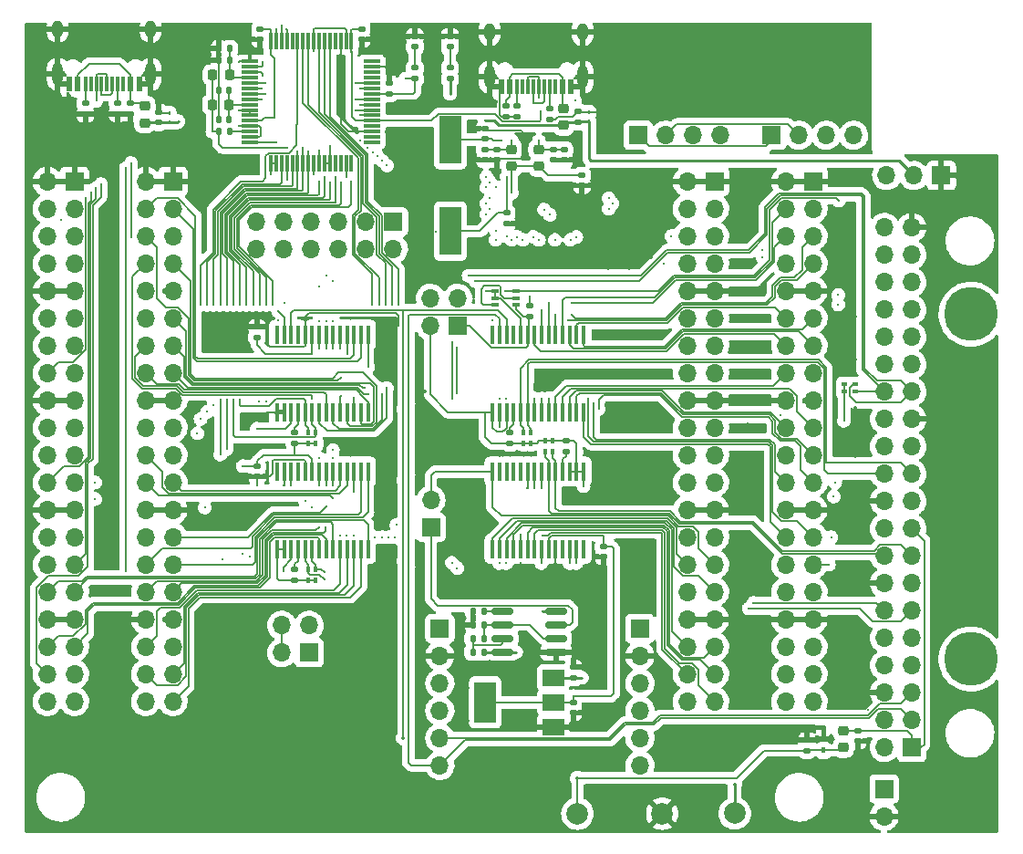
<source format=gtl>
G04 #@! TF.GenerationSoftware,KiCad,Pcbnew,(6.0.7)*
G04 #@! TF.CreationDate,2023-08-04T00:04:24+07:00*
G04 #@! TF.ProjectId,ECELab_v1,4543454c-6162-45f7-9631-2e6b69636164,rev?*
G04 #@! TF.SameCoordinates,Original*
G04 #@! TF.FileFunction,Copper,L1,Top*
G04 #@! TF.FilePolarity,Positive*
%FSLAX46Y46*%
G04 Gerber Fmt 4.6, Leading zero omitted, Abs format (unit mm)*
G04 Created by KiCad (PCBNEW (6.0.7)) date 2023-08-04 00:04:24*
%MOMM*%
%LPD*%
G01*
G04 APERTURE LIST*
G04 Aperture macros list*
%AMRoundRect*
0 Rectangle with rounded corners*
0 $1 Rounding radius*
0 $2 $3 $4 $5 $6 $7 $8 $9 X,Y pos of 4 corners*
0 Add a 4 corners polygon primitive as box body*
4,1,4,$2,$3,$4,$5,$6,$7,$8,$9,$2,$3,0*
0 Add four circle primitives for the rounded corners*
1,1,$1+$1,$2,$3*
1,1,$1+$1,$4,$5*
1,1,$1+$1,$6,$7*
1,1,$1+$1,$8,$9*
0 Add four rect primitives between the rounded corners*
20,1,$1+$1,$2,$3,$4,$5,0*
20,1,$1+$1,$4,$5,$6,$7,0*
20,1,$1+$1,$6,$7,$8,$9,0*
20,1,$1+$1,$8,$9,$2,$3,0*%
G04 Aperture macros list end*
G04 #@! TA.AperFunction,ComponentPad*
%ADD10R,1.700000X1.700000*%
G04 #@! TD*
G04 #@! TA.AperFunction,ComponentPad*
%ADD11O,1.700000X1.700000*%
G04 #@! TD*
G04 #@! TA.AperFunction,SMDPad,CuDef*
%ADD12RoundRect,0.135000X0.135000X0.185000X-0.135000X0.185000X-0.135000X-0.185000X0.135000X-0.185000X0*%
G04 #@! TD*
G04 #@! TA.AperFunction,SMDPad,CuDef*
%ADD13RoundRect,0.135000X-0.135000X-0.185000X0.135000X-0.185000X0.135000X0.185000X-0.135000X0.185000X0*%
G04 #@! TD*
G04 #@! TA.AperFunction,SMDPad,CuDef*
%ADD14R,2.000000X4.500000*%
G04 #@! TD*
G04 #@! TA.AperFunction,SMDPad,CuDef*
%ADD15R,0.400000X0.500000*%
G04 #@! TD*
G04 #@! TA.AperFunction,SMDPad,CuDef*
%ADD16RoundRect,0.135000X0.185000X-0.135000X0.185000X0.135000X-0.185000X0.135000X-0.185000X-0.135000X0*%
G04 #@! TD*
G04 #@! TA.AperFunction,SMDPad,CuDef*
%ADD17R,0.250000X0.360000*%
G04 #@! TD*
G04 #@! TA.AperFunction,SMDPad,CuDef*
%ADD18C,2.000000*%
G04 #@! TD*
G04 #@! TA.AperFunction,SMDPad,CuDef*
%ADD19R,0.650000X0.400000*%
G04 #@! TD*
G04 #@! TA.AperFunction,SMDPad,CuDef*
%ADD20R,0.450000X1.750000*%
G04 #@! TD*
G04 #@! TA.AperFunction,SMDPad,CuDef*
%ADD21RoundRect,0.218750X0.256250X-0.218750X0.256250X0.218750X-0.256250X0.218750X-0.256250X-0.218750X0*%
G04 #@! TD*
G04 #@! TA.AperFunction,SMDPad,CuDef*
%ADD22RoundRect,0.218750X-0.218750X-0.256250X0.218750X-0.256250X0.218750X0.256250X-0.218750X0.256250X0*%
G04 #@! TD*
G04 #@! TA.AperFunction,SMDPad,CuDef*
%ADD23RoundRect,0.140000X-0.170000X0.140000X-0.170000X-0.140000X0.170000X-0.140000X0.170000X0.140000X0*%
G04 #@! TD*
G04 #@! TA.AperFunction,SMDPad,CuDef*
%ADD24RoundRect,0.218750X-0.256250X0.218750X-0.256250X-0.218750X0.256250X-0.218750X0.256250X0.218750X0*%
G04 #@! TD*
G04 #@! TA.AperFunction,SMDPad,CuDef*
%ADD25RoundRect,0.140000X0.140000X0.170000X-0.140000X0.170000X-0.140000X-0.170000X0.140000X-0.170000X0*%
G04 #@! TD*
G04 #@! TA.AperFunction,SMDPad,CuDef*
%ADD26R,0.600000X1.450000*%
G04 #@! TD*
G04 #@! TA.AperFunction,SMDPad,CuDef*
%ADD27R,0.300000X1.450000*%
G04 #@! TD*
G04 #@! TA.AperFunction,ComponentPad*
%ADD28O,1.000000X1.600000*%
G04 #@! TD*
G04 #@! TA.AperFunction,ComponentPad*
%ADD29O,1.000000X2.100000*%
G04 #@! TD*
G04 #@! TA.AperFunction,SMDPad,CuDef*
%ADD30R,0.500000X0.400000*%
G04 #@! TD*
G04 #@! TA.AperFunction,SMDPad,CuDef*
%ADD31RoundRect,0.147500X-0.172500X0.147500X-0.172500X-0.147500X0.172500X-0.147500X0.172500X0.147500X0*%
G04 #@! TD*
G04 #@! TA.AperFunction,SMDPad,CuDef*
%ADD32RoundRect,0.140000X0.170000X-0.140000X0.170000X0.140000X-0.170000X0.140000X-0.170000X-0.140000X0*%
G04 #@! TD*
G04 #@! TA.AperFunction,SMDPad,CuDef*
%ADD33R,0.450000X0.600000*%
G04 #@! TD*
G04 #@! TA.AperFunction,WasherPad*
%ADD34C,5.000000*%
G04 #@! TD*
G04 #@! TA.AperFunction,SMDPad,CuDef*
%ADD35RoundRect,0.150000X0.825000X0.150000X-0.825000X0.150000X-0.825000X-0.150000X0.825000X-0.150000X0*%
G04 #@! TD*
G04 #@! TA.AperFunction,SMDPad,CuDef*
%ADD36R,2.000000X1.500000*%
G04 #@! TD*
G04 #@! TA.AperFunction,SMDPad,CuDef*
%ADD37R,2.000000X3.800000*%
G04 #@! TD*
G04 #@! TA.AperFunction,SMDPad,CuDef*
%ADD38RoundRect,0.135000X-0.185000X0.135000X-0.185000X-0.135000X0.185000X-0.135000X0.185000X0.135000X0*%
G04 #@! TD*
G04 #@! TA.AperFunction,SMDPad,CuDef*
%ADD39RoundRect,0.075000X-0.700000X-0.075000X0.700000X-0.075000X0.700000X0.075000X-0.700000X0.075000X0*%
G04 #@! TD*
G04 #@! TA.AperFunction,SMDPad,CuDef*
%ADD40RoundRect,0.075000X-0.075000X-0.700000X0.075000X-0.700000X0.075000X0.700000X-0.075000X0.700000X0*%
G04 #@! TD*
G04 #@! TA.AperFunction,ViaPad*
%ADD41C,0.350000*%
G04 #@! TD*
G04 #@! TA.AperFunction,ViaPad*
%ADD42C,0.250000*%
G04 #@! TD*
G04 #@! TA.AperFunction,Conductor*
%ADD43C,0.127000*%
G04 #@! TD*
G04 #@! TA.AperFunction,Conductor*
%ADD44C,0.254000*%
G04 #@! TD*
G04 APERTURE END LIST*
D10*
X206552800Y-115575000D03*
D11*
X206552800Y-113035000D03*
D12*
X211468200Y-127152400D03*
X210448200Y-127152400D03*
D13*
X210448200Y-125882400D03*
X211468200Y-125882400D03*
D14*
X208356200Y-79595400D03*
X208356200Y-88095400D03*
D15*
X217150000Y-108530000D03*
X217850000Y-108530000D03*
X217850000Y-107530000D03*
X217150000Y-107530000D03*
D10*
X253959600Y-82931000D03*
D11*
X251419600Y-82931000D03*
X248879600Y-82931000D03*
D16*
X214579200Y-77472000D03*
X214579200Y-76452000D03*
D17*
X182295800Y-77177000D03*
X182295800Y-78017000D03*
D18*
X220167200Y-142138400D03*
D10*
X248640600Y-139847400D03*
D11*
X248640600Y-142387400D03*
D10*
X203073000Y-87218600D03*
D11*
X203073000Y-89758600D03*
X200533000Y-87218600D03*
X200533000Y-89758600D03*
X197993000Y-87218600D03*
X197993000Y-89758600D03*
X195453000Y-87218600D03*
X195453000Y-89758600D03*
X192913000Y-87218600D03*
X192913000Y-89758600D03*
X190373000Y-87218600D03*
X190373000Y-89758600D03*
D19*
X212537000Y-93660200D03*
X212537000Y-94310200D03*
X212537000Y-94960200D03*
X214437000Y-94960200D03*
X214437000Y-94310200D03*
X214437000Y-93660200D03*
D20*
X220735000Y-97690000D03*
X220085000Y-97690000D03*
X219435000Y-97690000D03*
X218785000Y-97690000D03*
X218135000Y-97690000D03*
X217485000Y-97690000D03*
X216835000Y-97690000D03*
X216185000Y-97690000D03*
X215535000Y-97690000D03*
X214885000Y-97690000D03*
X214235000Y-97690000D03*
X213585000Y-97690000D03*
X212935000Y-97690000D03*
X212285000Y-97690000D03*
X212285000Y-104890000D03*
X212935000Y-104890000D03*
X213585000Y-104890000D03*
X214235000Y-104890000D03*
X214885000Y-104890000D03*
X215535000Y-104890000D03*
X216185000Y-104890000D03*
X216835000Y-104890000D03*
X217485000Y-104890000D03*
X218135000Y-104890000D03*
X218785000Y-104890000D03*
X219435000Y-104890000D03*
X220085000Y-104890000D03*
X220735000Y-104890000D03*
D21*
X216585800Y-82092900D03*
X216585800Y-80517900D03*
D22*
X186283500Y-73609200D03*
X187858500Y-73609200D03*
D16*
X205079600Y-73966800D03*
X205079600Y-72946800D03*
D23*
X190703200Y-69342000D03*
X190703200Y-70302000D03*
D24*
X244850000Y-134442500D03*
X244850000Y-136017500D03*
D25*
X187830400Y-77724000D03*
X186870400Y-77724000D03*
D26*
X179475200Y-74428400D03*
X178675200Y-74428400D03*
D27*
X177475200Y-74428400D03*
X176475200Y-74428400D03*
X175975200Y-74428400D03*
X174975200Y-74428400D03*
D26*
X173775200Y-74428400D03*
X172975200Y-74428400D03*
X172975200Y-74428400D03*
X173775200Y-74428400D03*
D27*
X174475200Y-74428400D03*
X175475200Y-74428400D03*
X176975200Y-74428400D03*
X177975200Y-74428400D03*
D26*
X178675200Y-74428400D03*
X179475200Y-74428400D03*
D28*
X180545200Y-69333400D03*
X171905200Y-69333400D03*
D29*
X180545200Y-73513400D03*
X171905200Y-73513400D03*
D16*
X193900000Y-120485000D03*
X193900000Y-119465000D03*
D18*
X228041200Y-142138400D03*
D16*
X208330800Y-73966800D03*
X208330800Y-72946800D03*
D25*
X187855800Y-72212200D03*
X186895800Y-72212200D03*
D23*
X178663600Y-76228000D03*
X178663600Y-77188000D03*
X213537800Y-76482000D03*
X213537800Y-77442000D03*
D30*
X244940200Y-102291400D03*
X244940200Y-102991400D03*
X245940200Y-102991400D03*
X245940200Y-102291400D03*
D25*
X187830400Y-75057000D03*
X186870400Y-75057000D03*
D23*
X190400000Y-96985200D03*
X190400000Y-97945200D03*
D31*
X208330800Y-70023000D03*
X208330800Y-70993000D03*
D12*
X187860400Y-78867000D03*
X186840400Y-78867000D03*
D32*
X222600000Y-118305000D03*
X222600000Y-117345000D03*
D25*
X211463600Y-123342400D03*
X210503600Y-123342400D03*
D23*
X219760800Y-131828600D03*
X219760800Y-132788600D03*
D33*
X243021200Y-134180000D03*
X243021200Y-136280000D03*
D15*
X195850000Y-119470000D03*
X195150000Y-119470000D03*
X195150000Y-120470000D03*
X195850000Y-120470000D03*
D20*
X212275000Y-117600000D03*
X212925000Y-117600000D03*
X213575000Y-117600000D03*
X214225000Y-117600000D03*
X214875000Y-117600000D03*
X215525000Y-117600000D03*
X216175000Y-117600000D03*
X216825000Y-117600000D03*
X217475000Y-117600000D03*
X218125000Y-117600000D03*
X218775000Y-117600000D03*
X219425000Y-117600000D03*
X220075000Y-117600000D03*
X220725000Y-117600000D03*
X220725000Y-110400000D03*
X220075000Y-110400000D03*
X219425000Y-110400000D03*
X218775000Y-110400000D03*
X218125000Y-110400000D03*
X217475000Y-110400000D03*
X216825000Y-110400000D03*
X216175000Y-110400000D03*
X215525000Y-110400000D03*
X214875000Y-110400000D03*
X214225000Y-110400000D03*
X213575000Y-110400000D03*
X212925000Y-110400000D03*
X212275000Y-110400000D03*
D23*
X218948000Y-80520600D03*
X218948000Y-81480600D03*
D16*
X174472600Y-77243400D03*
X174472600Y-76223400D03*
D17*
X221259400Y-77075400D03*
X221259400Y-77915400D03*
D15*
X215860000Y-106760000D03*
X215160000Y-106760000D03*
X215160000Y-107760000D03*
X215860000Y-107760000D03*
D32*
X213588600Y-87373400D03*
X213588600Y-86413400D03*
D18*
X234772200Y-142113000D03*
D23*
X246196200Y-134445200D03*
X246196200Y-135405200D03*
X220599000Y-82908200D03*
X220599000Y-83868200D03*
X211582000Y-78564800D03*
X211582000Y-79524800D03*
D20*
X200725000Y-97700000D03*
X200075000Y-97700000D03*
X199425000Y-97700000D03*
X198775000Y-97700000D03*
X198125000Y-97700000D03*
X197475000Y-97700000D03*
X196825000Y-97700000D03*
X196175000Y-97700000D03*
X195525000Y-97700000D03*
X194875000Y-97700000D03*
X194225000Y-97700000D03*
X193575000Y-97700000D03*
X192925000Y-97700000D03*
X192275000Y-97700000D03*
X192275000Y-104900000D03*
X192925000Y-104900000D03*
X193575000Y-104900000D03*
X194225000Y-104900000D03*
X194875000Y-104900000D03*
X195525000Y-104900000D03*
X196175000Y-104900000D03*
X196825000Y-104900000D03*
X197475000Y-104900000D03*
X198125000Y-104900000D03*
X198775000Y-104900000D03*
X199425000Y-104900000D03*
X200075000Y-104900000D03*
X200725000Y-104900000D03*
D10*
X195254800Y-127208200D03*
D11*
X192714800Y-127208200D03*
X195254800Y-124668200D03*
X192714800Y-124668200D03*
D10*
X225958400Y-124968000D03*
D11*
X225958400Y-127508000D03*
X225958400Y-130048000D03*
X225958400Y-132588000D03*
X225958400Y-135128000D03*
X225958400Y-137668000D03*
D10*
X225806000Y-79197200D03*
D11*
X228346000Y-79197200D03*
X230886000Y-79197200D03*
X233426000Y-79197200D03*
D32*
X181279800Y-78026200D03*
X181279800Y-77066200D03*
D23*
X211582000Y-81480600D03*
X211582000Y-80520600D03*
D20*
X200725000Y-110400000D03*
X200075000Y-110400000D03*
X199425000Y-110400000D03*
X198775000Y-110400000D03*
X198125000Y-110400000D03*
X197475000Y-110400000D03*
X196825000Y-110400000D03*
X196175000Y-110400000D03*
X195525000Y-110400000D03*
X194875000Y-110400000D03*
X194225000Y-110400000D03*
X193575000Y-110400000D03*
X192925000Y-110400000D03*
X192275000Y-110400000D03*
X192275000Y-117600000D03*
X192925000Y-117600000D03*
X193575000Y-117600000D03*
X194225000Y-117600000D03*
X194875000Y-117600000D03*
X195525000Y-117600000D03*
X196175000Y-117600000D03*
X196825000Y-117600000D03*
X197475000Y-117600000D03*
X198125000Y-117600000D03*
X198775000Y-117600000D03*
X199425000Y-117600000D03*
X200075000Y-117600000D03*
X200725000Y-117600000D03*
D26*
X219581800Y-74706600D03*
X218781800Y-74706600D03*
D27*
X217581800Y-74706600D03*
X216581800Y-74706600D03*
X216081800Y-74706600D03*
X215081800Y-74706600D03*
D26*
X213881800Y-74706600D03*
X213081800Y-74706600D03*
X213081800Y-74706600D03*
X213881800Y-74706600D03*
D27*
X214581800Y-74706600D03*
X215581800Y-74706600D03*
X217081800Y-74706600D03*
X218081800Y-74706600D03*
D26*
X218781800Y-74706600D03*
X219581800Y-74706600D03*
D29*
X220651800Y-73791600D03*
D28*
X212011800Y-69611600D03*
D29*
X212011800Y-73791600D03*
D28*
X220651800Y-69611600D03*
D21*
X214071200Y-82092900D03*
X214071200Y-80517900D03*
D22*
X186258100Y-76352400D03*
X187833100Y-76352400D03*
D34*
X256700894Y-127807500D03*
X256700894Y-95803500D03*
D10*
X238191200Y-79191000D03*
D11*
X240731200Y-79191000D03*
X243271200Y-79191000D03*
X245811200Y-79191000D03*
D35*
X218183000Y-127152400D03*
X218183000Y-125882400D03*
X218183000Y-124612400D03*
X218183000Y-123342400D03*
X213233000Y-123342400D03*
X213233000Y-124612400D03*
X213233000Y-125882400D03*
X213233000Y-127152400D03*
D32*
X241471800Y-136294200D03*
X241471800Y-135334200D03*
D25*
X211463600Y-124612400D03*
X210503600Y-124612400D03*
D36*
X217907000Y-134126000D03*
X217907000Y-131826000D03*
D37*
X211607000Y-131826000D03*
D36*
X217907000Y-129526000D03*
D24*
X179984400Y-76479300D03*
X179984400Y-78054300D03*
D32*
X220243400Y-77975400D03*
X220243400Y-77015400D03*
D38*
X217601800Y-76731400D03*
X217601800Y-77751400D03*
D15*
X195850000Y-106770000D03*
X195150000Y-106770000D03*
X195150000Y-107770000D03*
X195850000Y-107770000D03*
D31*
X205079600Y-70025400D03*
X205079600Y-70995400D03*
D10*
X207391000Y-124968000D03*
D11*
X207391000Y-127508000D03*
X207391000Y-130048000D03*
X207391000Y-132588000D03*
X207391000Y-135128000D03*
X207391000Y-137668000D03*
D16*
X213910000Y-107775000D03*
X213910000Y-106755000D03*
D25*
X186895800Y-71170800D03*
X187855800Y-71170800D03*
D16*
X193900000Y-107785000D03*
X193900000Y-106765000D03*
D23*
X217932000Y-80520600D03*
X217932000Y-81480600D03*
X200126600Y-69319200D03*
X200126600Y-70279200D03*
D32*
X219760800Y-129537400D03*
X219760800Y-128577400D03*
X202692000Y-75333800D03*
X202692000Y-74373800D03*
D38*
X219100000Y-107515000D03*
X219100000Y-108535000D03*
D23*
X215743200Y-95040000D03*
X215743200Y-96000000D03*
D39*
X189752600Y-72348400D03*
X189752600Y-72848400D03*
X189752600Y-73348400D03*
X189752600Y-73848400D03*
X189752600Y-74348400D03*
X189752600Y-74848400D03*
X189752600Y-75348400D03*
X189752600Y-75848400D03*
X189752600Y-76348400D03*
X189752600Y-76848400D03*
X189752600Y-77348400D03*
X189752600Y-77848400D03*
X189752600Y-78348400D03*
X189752600Y-78848400D03*
X189752600Y-79348400D03*
X189752600Y-79848400D03*
D40*
X191677600Y-81773400D03*
X192177600Y-81773400D03*
X192677600Y-81773400D03*
X193177600Y-81773400D03*
X193677600Y-81773400D03*
X194177600Y-81773400D03*
X194677600Y-81773400D03*
X195177600Y-81773400D03*
X195677600Y-81773400D03*
X196177600Y-81773400D03*
X196677600Y-81773400D03*
X197177600Y-81773400D03*
X197677600Y-81773400D03*
X198177600Y-81773400D03*
X198677600Y-81773400D03*
X199177600Y-81773400D03*
D39*
X201102600Y-79848400D03*
X201102600Y-79348400D03*
X201102600Y-78848400D03*
X201102600Y-78348400D03*
X201102600Y-77848400D03*
X201102600Y-77348400D03*
X201102600Y-76848400D03*
X201102600Y-76348400D03*
X201102600Y-75848400D03*
X201102600Y-75348400D03*
X201102600Y-74848400D03*
X201102600Y-74348400D03*
X201102600Y-73848400D03*
X201102600Y-73348400D03*
X201102600Y-72848400D03*
X201102600Y-72348400D03*
D40*
X199177600Y-70423400D03*
X198677600Y-70423400D03*
X198177600Y-70423400D03*
X197677600Y-70423400D03*
X197177600Y-70423400D03*
X196677600Y-70423400D03*
X196177600Y-70423400D03*
X195677600Y-70423400D03*
X195177600Y-70423400D03*
X194677600Y-70423400D03*
X194177600Y-70423400D03*
X193677600Y-70423400D03*
X193177600Y-70423400D03*
X192677600Y-70423400D03*
X192177600Y-70423400D03*
X191677600Y-70423400D03*
D24*
X218871800Y-76707900D03*
X218871800Y-78282900D03*
D23*
X212674200Y-80520600D03*
X212674200Y-81480600D03*
D10*
X209047000Y-96880600D03*
D11*
X206507000Y-96880600D03*
X209047000Y-94340600D03*
X206507000Y-94340600D03*
D38*
X177469800Y-76198000D03*
X177469800Y-77218000D03*
D32*
X190423800Y-110868400D03*
X190423800Y-109908400D03*
D10*
X251211500Y-136008000D03*
D11*
X248671500Y-136008000D03*
X251211500Y-133468000D03*
X248671500Y-133468000D03*
X251211500Y-130928000D03*
X248671500Y-130928000D03*
X251211500Y-128388000D03*
X248671500Y-128388000D03*
X251211500Y-125848000D03*
X248671500Y-125848000D03*
X251211500Y-123308000D03*
X248671500Y-123308000D03*
X251211500Y-120768000D03*
X248671500Y-120768000D03*
X251211500Y-118228000D03*
X248671500Y-118228000D03*
X251211500Y-115688000D03*
X248671500Y-115688000D03*
X251211500Y-113148000D03*
X248671500Y-113148000D03*
X251211500Y-110608000D03*
X248671500Y-110608000D03*
X251211500Y-108068000D03*
X248671500Y-108068000D03*
X251211500Y-105528000D03*
X248671500Y-105528000D03*
X251211500Y-102988000D03*
X248671500Y-102988000D03*
X251211500Y-100448000D03*
X248671500Y-100448000D03*
X251211500Y-97908000D03*
X248671500Y-97908000D03*
X251211500Y-95368000D03*
X248671500Y-95368000D03*
X251211500Y-92828000D03*
X248671500Y-92828000D03*
X251211500Y-90288000D03*
X248671500Y-90288000D03*
X251211500Y-87748000D03*
X248671500Y-87748000D03*
D10*
X182601000Y-83477000D03*
D11*
X180061000Y-83477000D03*
X182601000Y-86017000D03*
X180061000Y-86017000D03*
X182601000Y-88557000D03*
X180061000Y-88557000D03*
X182601000Y-91097000D03*
X180061000Y-91097000D03*
X182601000Y-93637000D03*
X180061000Y-93637000D03*
X182601000Y-96177000D03*
X180061000Y-96177000D03*
X182601000Y-98717000D03*
X180061000Y-98717000D03*
X182601000Y-101257000D03*
X180061000Y-101257000D03*
X182601000Y-103797000D03*
X180061000Y-103797000D03*
X182601000Y-106337000D03*
X180061000Y-106337000D03*
X182601000Y-108877000D03*
X180061000Y-108877000D03*
X182601000Y-111417000D03*
X180061000Y-111417000D03*
X182601000Y-113957000D03*
X180061000Y-113957000D03*
X182601000Y-116497000D03*
X180061000Y-116497000D03*
X182601000Y-119037000D03*
X180061000Y-119037000D03*
X182601000Y-121577000D03*
X180061000Y-121577000D03*
X182601000Y-124117000D03*
X180061000Y-124117000D03*
X182601000Y-126657000D03*
X180061000Y-126657000D03*
X182601000Y-129197000D03*
X180061000Y-129197000D03*
X182601000Y-131737000D03*
X180061000Y-131737000D03*
D10*
X242037000Y-83477000D03*
D11*
X239497000Y-83477000D03*
X242037000Y-86017000D03*
X239497000Y-86017000D03*
X242037000Y-88557000D03*
X239497000Y-88557000D03*
X242037000Y-91097000D03*
X239497000Y-91097000D03*
X242037000Y-93637000D03*
X239497000Y-93637000D03*
X242037000Y-96177000D03*
X239497000Y-96177000D03*
X242037000Y-98717000D03*
X239497000Y-98717000D03*
X242037000Y-101257000D03*
X239497000Y-101257000D03*
X242037000Y-103797000D03*
X239497000Y-103797000D03*
X242037000Y-106337000D03*
X239497000Y-106337000D03*
X242037000Y-108877000D03*
X239497000Y-108877000D03*
X242037000Y-111417000D03*
X239497000Y-111417000D03*
X242037000Y-113957000D03*
X239497000Y-113957000D03*
X242037000Y-116497000D03*
X239497000Y-116497000D03*
X242037000Y-119037000D03*
X239497000Y-119037000D03*
X242037000Y-121577000D03*
X239497000Y-121577000D03*
X242037000Y-124117000D03*
X239497000Y-124117000D03*
X242037000Y-126657000D03*
X239497000Y-126657000D03*
X242037000Y-129197000D03*
X239497000Y-129197000D03*
X242037000Y-131737000D03*
X239497000Y-131737000D03*
D10*
X232893000Y-83477000D03*
D11*
X230353000Y-83477000D03*
X232893000Y-86017000D03*
X230353000Y-86017000D03*
X232893000Y-88557000D03*
X230353000Y-88557000D03*
X232893000Y-91097000D03*
X230353000Y-91097000D03*
X232893000Y-93637000D03*
X230353000Y-93637000D03*
X232893000Y-96177000D03*
X230353000Y-96177000D03*
X232893000Y-98717000D03*
X230353000Y-98717000D03*
X232893000Y-101257000D03*
X230353000Y-101257000D03*
X232893000Y-103797000D03*
X230353000Y-103797000D03*
X232893000Y-106337000D03*
X230353000Y-106337000D03*
X232893000Y-108877000D03*
X230353000Y-108877000D03*
X232893000Y-111417000D03*
X230353000Y-111417000D03*
X232893000Y-113957000D03*
X230353000Y-113957000D03*
X232893000Y-116497000D03*
X230353000Y-116497000D03*
X232893000Y-119037000D03*
X230353000Y-119037000D03*
X232893000Y-121577000D03*
X230353000Y-121577000D03*
X232893000Y-124117000D03*
X230353000Y-124117000D03*
X232893000Y-126657000D03*
X230353000Y-126657000D03*
X232893000Y-129197000D03*
X230353000Y-129197000D03*
X232893000Y-131737000D03*
X230353000Y-131737000D03*
D10*
X173457000Y-83477000D03*
D11*
X170917000Y-83477000D03*
X173457000Y-86017000D03*
X170917000Y-86017000D03*
X173457000Y-88557000D03*
X170917000Y-88557000D03*
X173457000Y-91097000D03*
X170917000Y-91097000D03*
X173457000Y-93637000D03*
X170917000Y-93637000D03*
X173457000Y-96177000D03*
X170917000Y-96177000D03*
X173457000Y-98717000D03*
X170917000Y-98717000D03*
X173457000Y-101257000D03*
X170917000Y-101257000D03*
X173457000Y-103797000D03*
X170917000Y-103797000D03*
X173457000Y-106337000D03*
X170917000Y-106337000D03*
X173457000Y-108877000D03*
X170917000Y-108877000D03*
X173457000Y-111417000D03*
X170917000Y-111417000D03*
X173457000Y-113957000D03*
X170917000Y-113957000D03*
X173457000Y-116497000D03*
X170917000Y-116497000D03*
X173457000Y-119037000D03*
X170917000Y-119037000D03*
X173457000Y-121577000D03*
X170917000Y-121577000D03*
X173457000Y-124117000D03*
X170917000Y-124117000D03*
X173457000Y-126657000D03*
X170917000Y-126657000D03*
X173457000Y-129197000D03*
X170917000Y-129197000D03*
X173457000Y-131737000D03*
X170917000Y-131737000D03*
D41*
X253987800Y-124002800D03*
X257987800Y-124002800D03*
X253987800Y-100253800D03*
X257987800Y-100253800D03*
X172500000Y-78500000D03*
X172500000Y-76000000D03*
X170000000Y-76000000D03*
X170000000Y-78500000D03*
X228000000Y-105000000D03*
X258000000Y-108000000D03*
X190000000Y-137000000D03*
X206000000Y-103000000D03*
X224500000Y-69000000D03*
X233000000Y-134000000D03*
X244500000Y-73000000D03*
X214500000Y-122000000D03*
X190000000Y-133000000D03*
X245000000Y-112000000D03*
X236000000Y-106000000D03*
D42*
X215747600Y-94132400D03*
D41*
X233000000Y-138000000D03*
X198000000Y-141000000D03*
X258000000Y-120000000D03*
X202000000Y-141000000D03*
X186000000Y-125000000D03*
D42*
X190423800Y-111683800D03*
D41*
X194000000Y-141000000D03*
X221500000Y-122000000D03*
X190000000Y-129000000D03*
D42*
X212928200Y-106248200D03*
X219964000Y-91541600D03*
D41*
X224500000Y-73000000D03*
X245000000Y-124000000D03*
X245000000Y-120000000D03*
X244500000Y-77000000D03*
X202000000Y-129000000D03*
D42*
X218135200Y-118897400D03*
D41*
X216500000Y-69000000D03*
X245000000Y-128000000D03*
X178000000Y-141000000D03*
X224000000Y-105000000D03*
X206000000Y-106000000D03*
X176500000Y-82500000D03*
D42*
X204724195Y-77080145D03*
X211709000Y-93649800D03*
D41*
X182000000Y-141000000D03*
X206000000Y-141000000D03*
X236000000Y-128000000D03*
X176500000Y-111500000D03*
X228500000Y-77000000D03*
D42*
X198177576Y-74168122D03*
D41*
X240354200Y-135331600D03*
D42*
X188696600Y-78359000D03*
D41*
X246000000Y-104500000D03*
D42*
X201625200Y-118491000D03*
D41*
X216000000Y-127000000D03*
X236000000Y-104000000D03*
X198000000Y-133000000D03*
X235000000Y-101000000D03*
X176500000Y-86000000D03*
X254000000Y-116000000D03*
X176500000Y-125000000D03*
D42*
X198176829Y-71447791D03*
X188696600Y-72364600D03*
D41*
X237000000Y-134000000D03*
X210000000Y-141000000D03*
X229000000Y-134000000D03*
D42*
X189712600Y-118313200D03*
D41*
X240500000Y-73000000D03*
X228000000Y-97500000D03*
X232500000Y-73000000D03*
X198000000Y-129000000D03*
X176500000Y-133000000D03*
X208500000Y-122000000D03*
X202500000Y-109500000D03*
X190000000Y-125000000D03*
X170000000Y-73000000D03*
X229000000Y-138000000D03*
X176500000Y-117500000D03*
D42*
X222123000Y-77089000D03*
D41*
X228000000Y-110500000D03*
X246000000Y-96000000D03*
X235000000Y-91000000D03*
X224000000Y-101500000D03*
X223000000Y-91500000D03*
X245000000Y-132000000D03*
X190000000Y-141000000D03*
X228000000Y-101500000D03*
X254000000Y-112000000D03*
X176500000Y-78500000D03*
X216000000Y-133500000D03*
D42*
X188696600Y-76860400D03*
D41*
X240500000Y-77000000D03*
X236000000Y-132000000D03*
X236000000Y-109000000D03*
X198000000Y-125000000D03*
X186000000Y-141000000D03*
X176500000Y-106500000D03*
X224000000Y-110500000D03*
X236000000Y-117000000D03*
X176500000Y-96500000D03*
X258000000Y-116000000D03*
D42*
X192354200Y-96393000D03*
D41*
X176500000Y-88500000D03*
X194000000Y-137000000D03*
X214000000Y-137000000D03*
X176500000Y-109000000D03*
X202000000Y-137000000D03*
X176500000Y-121500000D03*
X245000000Y-116000000D03*
X202000000Y-125000000D03*
X235000000Y-88000000D03*
X186000000Y-137000000D03*
D42*
X191338200Y-104902000D03*
D41*
X254000000Y-108000000D03*
D42*
X203555600Y-96875600D03*
D41*
X214000000Y-141000000D03*
X236000000Y-113000000D03*
X244500000Y-69000000D03*
X254000000Y-120000000D03*
X236500000Y-77000000D03*
D42*
X192862200Y-119608600D03*
D41*
X194000000Y-133000000D03*
X182000000Y-137000000D03*
X235000000Y-96000000D03*
X186000000Y-133000000D03*
X202000000Y-133000000D03*
D42*
X214884000Y-118897400D03*
D41*
X236000000Y-119000000D03*
X228500000Y-69000000D03*
D42*
X210413600Y-106375200D03*
D41*
X176500000Y-114000000D03*
X217500000Y-102000000D03*
D42*
X212928200Y-109016800D03*
D41*
X206000000Y-109500000D03*
X210000000Y-130500000D03*
X186000000Y-129000000D03*
X235000000Y-94000000D03*
X227000000Y-90500000D03*
X218000000Y-122000000D03*
D42*
X219583000Y-79654400D03*
D41*
X236500000Y-73000000D03*
X210000000Y-137000000D03*
X176500000Y-100500000D03*
X203000000Y-106000000D03*
D42*
X191160400Y-74345800D03*
X225450400Y-89535000D03*
D41*
X232500000Y-69000000D03*
X235000000Y-99000000D03*
X198000000Y-137000000D03*
X170000000Y-70500000D03*
X224500000Y-77000000D03*
X236500000Y-69000000D03*
D42*
X206984600Y-88138000D03*
D41*
X176500000Y-91000000D03*
D42*
X209089275Y-82899683D03*
D41*
X236000000Y-121000000D03*
X221500000Y-125500000D03*
D42*
X247116600Y-132511800D03*
X195681600Y-82829400D03*
D41*
X218000000Y-141000000D03*
X240500000Y-69000000D03*
X218000000Y-137000000D03*
X178000000Y-137000000D03*
X221500000Y-128500000D03*
X210000000Y-133500000D03*
X206000000Y-92000000D03*
D42*
X223545400Y-84531200D03*
D41*
X232500000Y-77000000D03*
X211500000Y-122000000D03*
X224000000Y-97500000D03*
X216000000Y-130500000D03*
X176500000Y-104500000D03*
X236000000Y-124000000D03*
D42*
X218592400Y-79705200D03*
D41*
X176500000Y-129000000D03*
X254000000Y-104000000D03*
X246000000Y-100000000D03*
D42*
X212267800Y-96342200D03*
D41*
X176500000Y-93500000D03*
X228500000Y-73000000D03*
X246000000Y-109000000D03*
X258000000Y-104000000D03*
D42*
X217576400Y-79654400D03*
D41*
X225000000Y-91500000D03*
D42*
X214477600Y-127152400D03*
X211556600Y-77800200D03*
X220573600Y-129540000D03*
X183108600Y-77876400D03*
D41*
X234772200Y-139420600D03*
D42*
X216941400Y-123342400D03*
X208330800Y-75361800D03*
X211556600Y-104902000D03*
X186258200Y-78867000D03*
X222605600Y-116713000D03*
X192925000Y-120485600D03*
X190398400Y-106426000D03*
X189077600Y-118008400D03*
D41*
X220167200Y-138836400D03*
D42*
X211709000Y-94945200D03*
X189077600Y-109905800D03*
X220091000Y-108610400D03*
X195681600Y-71399400D03*
X214071200Y-84531200D03*
X244906800Y-105689400D03*
X193192400Y-83312000D03*
X198679100Y-83093478D03*
X220726000Y-111734600D03*
X219760800Y-131241800D03*
X192938400Y-94792800D03*
X219938600Y-75996800D03*
X204182532Y-73966776D03*
X193169600Y-80342800D03*
X195529200Y-99466400D03*
X216789000Y-76987400D03*
X191668400Y-71501000D03*
X218084400Y-88900000D03*
X212598000Y-88036400D03*
X199186800Y-71475600D03*
X212598000Y-84023200D03*
X192024000Y-77571600D03*
X190931800Y-72390000D03*
X190906400Y-73634600D03*
X213563200Y-103606600D03*
X208991200Y-119354600D03*
X208991200Y-98882200D03*
X208991200Y-103124000D03*
X210667600Y-92710000D03*
X213563200Y-118897400D03*
X193573400Y-111683800D03*
X203987400Y-118694200D03*
X219430600Y-118897400D03*
D41*
X203987400Y-135128000D03*
D42*
X203987400Y-95453200D03*
X203987400Y-104571800D03*
X203987400Y-111201200D03*
X190550800Y-103860600D03*
X212902800Y-118897400D03*
X208508600Y-118872000D03*
X212928200Y-103606600D03*
X208508600Y-103606600D03*
X210058000Y-92227400D03*
X208508600Y-98399600D03*
X190804800Y-75844400D03*
X175488600Y-75996800D03*
X191211200Y-75361800D03*
X175971200Y-75438000D03*
X220065600Y-118897400D03*
X204470000Y-95910400D03*
X204470000Y-119202200D03*
X192354200Y-95504000D03*
X204470000Y-110693200D03*
X191262000Y-103860600D03*
X204470000Y-104089200D03*
X192913000Y-111683800D03*
X213080600Y-79705200D03*
X213588600Y-83032600D03*
X190804800Y-74853800D03*
X201204898Y-80742475D03*
X197177650Y-83535604D03*
X199990282Y-76348035D03*
X190042800Y-94945200D03*
X190652400Y-94945200D03*
X199590039Y-75848037D03*
X197677857Y-83094790D03*
X201618147Y-81157251D03*
X189433200Y-94945200D03*
X199592393Y-76851861D03*
X200685160Y-80327374D03*
X196677196Y-83094796D03*
X193167000Y-69367400D03*
X198177947Y-83535598D03*
X191262000Y-94945200D03*
X202035543Y-81572587D03*
X199997817Y-74848754D03*
X191871600Y-94945200D03*
X199583700Y-74347395D03*
X199176983Y-83531659D03*
X202476674Y-81988784D03*
X187604400Y-94945200D03*
X187604400Y-103733600D03*
X196672200Y-119761000D03*
X187604400Y-108331000D03*
X194691000Y-80391000D03*
X186994800Y-103733600D03*
X196672200Y-120446800D03*
X186994800Y-108813600D03*
X194183000Y-80721200D03*
X186994800Y-94945200D03*
X188214000Y-94945200D03*
X195199000Y-80721200D03*
X188214000Y-103733600D03*
X188823600Y-103733600D03*
X199993300Y-77352760D03*
X199996023Y-79650218D03*
X188823600Y-94945200D03*
X196177110Y-83534649D03*
X202946000Y-94945200D03*
X215544400Y-101904800D03*
X214884000Y-102387400D03*
X202336400Y-94945200D03*
X236499400Y-122580400D03*
X185775600Y-104851200D03*
X185775600Y-94945200D03*
X195529200Y-113715800D03*
X236067600Y-123113800D03*
X194868800Y-113157000D03*
X186385200Y-94945200D03*
X186385200Y-104241600D03*
X201117200Y-94945200D03*
X217474800Y-114046000D03*
X218135200Y-113766600D03*
X201726800Y-94945200D03*
X203555600Y-94945200D03*
X244424200Y-85267800D03*
X213461600Y-93675200D03*
X216585800Y-75717400D03*
X192684400Y-69037200D03*
X192176400Y-69367400D03*
X216077800Y-76174600D03*
X192176400Y-79857600D03*
X191693800Y-82829400D03*
X196178392Y-80588659D03*
X197194912Y-80187013D03*
X187172600Y-118541800D03*
X185166000Y-105511600D03*
X185572400Y-113741200D03*
X194071907Y-78245470D03*
X185166000Y-94945200D03*
X214071200Y-79705200D03*
X216585800Y-79705200D03*
X228219000Y-91109800D03*
X228879400Y-88544400D03*
X216941400Y-116306600D03*
X214885445Y-116285504D03*
X196164200Y-111683800D03*
X196138800Y-115570000D03*
X196748400Y-115570000D03*
X199415400Y-112268000D03*
X196824600Y-113665000D03*
X196824600Y-111683800D03*
X197459600Y-112903000D03*
X197459600Y-111683800D03*
X216839800Y-111912400D03*
X215519000Y-111912400D03*
X216179400Y-111912400D03*
X175387000Y-111404400D03*
X216814400Y-118897400D03*
X184861200Y-106857800D03*
X196189600Y-96418400D03*
X196189600Y-93192600D03*
X197485000Y-96418400D03*
X197485000Y-92710000D03*
X196824600Y-92227400D03*
X196824600Y-96418400D03*
X213588600Y-88569800D03*
X203352400Y-115366800D03*
X218135200Y-95859600D03*
X219633800Y-95859600D03*
X217474800Y-94742000D03*
X219633800Y-94742000D03*
X219252800Y-96367600D03*
X216830000Y-95402400D03*
X203200000Y-116509800D03*
X214071200Y-88900000D03*
X244373400Y-94005400D03*
X244373400Y-94894400D03*
X214579200Y-88620600D03*
X202615800Y-116509800D03*
X237363000Y-89839800D03*
X238988600Y-105130600D03*
X220065600Y-88620600D03*
X198120000Y-116306600D03*
X215087200Y-88900000D03*
X237363000Y-90551000D03*
X222130000Y-104600000D03*
X216190000Y-103620000D03*
X244094000Y-111404400D03*
X223062800Y-85039200D03*
X223418400Y-85521800D03*
X221660000Y-104090000D03*
X216840000Y-103620000D03*
X243967000Y-112725200D03*
X221180000Y-103606600D03*
X217490788Y-103606600D03*
X243738400Y-116484400D03*
X223062800Y-86029800D03*
X219506800Y-88900000D03*
X243509800Y-119049800D03*
X198755000Y-116306600D03*
X216077800Y-88620600D03*
X198780400Y-99466400D03*
X198120000Y-98983800D03*
X197485000Y-98983800D03*
X196824600Y-98983800D03*
X199415400Y-116306600D03*
X216585800Y-88900000D03*
X200736200Y-100685600D03*
X196189600Y-98983800D03*
X212039200Y-83540600D03*
X178231800Y-119634000D03*
X178231800Y-82245200D03*
X178714400Y-81762600D03*
X211709000Y-83032600D03*
X178714400Y-88620600D03*
X200710800Y-103225600D03*
X201980800Y-103225600D03*
X202463400Y-102666800D03*
X200431400Y-102666800D03*
X217601800Y-86563200D03*
X201320400Y-116509800D03*
X199415400Y-103581200D03*
X195529200Y-103606600D03*
X198170800Y-103352600D03*
X198170800Y-101701600D03*
X217068400Y-86080600D03*
X202006200Y-116509800D03*
X175920400Y-83718400D03*
X211709000Y-84023200D03*
X175437800Y-84099400D03*
X212039200Y-85013800D03*
X211709000Y-85521800D03*
X175387000Y-112953800D03*
X174980600Y-84480400D03*
X212039200Y-86029800D03*
X197459600Y-109118400D03*
X174498000Y-85039200D03*
X211709000Y-86537800D03*
X197459600Y-108407200D03*
X172186600Y-87020400D03*
X212572600Y-88900000D03*
X196164200Y-109143800D03*
D43*
X215747600Y-124612400D02*
X217017600Y-125882400D01*
X211468200Y-125882400D02*
X211468200Y-124617000D01*
X211468200Y-124617000D02*
X211463600Y-124612400D01*
X213233000Y-124612400D02*
X211463600Y-124612400D01*
X217017600Y-125882400D02*
X218183000Y-125882400D01*
X213233000Y-124612400D02*
X215747600Y-124612400D01*
X198177576Y-78140808D02*
X198885168Y-78848400D01*
X193575000Y-118565600D02*
X193575000Y-117600000D01*
X194875000Y-96031200D02*
X194875000Y-97700000D01*
X191168400Y-96985200D02*
X190400000Y-96985200D01*
X212979000Y-77340916D02*
X213080084Y-77442000D01*
X215747600Y-94132400D02*
X215743200Y-94136800D01*
X198176829Y-71447791D02*
X198177600Y-71447020D01*
X191569400Y-110868400D02*
X190423800Y-110868400D01*
X202540800Y-72848400D02*
X202692000Y-72999600D01*
X213537800Y-77442000D02*
X214549200Y-77442000D01*
X194720200Y-98856800D02*
X191566800Y-98856800D01*
X194875000Y-110400000D02*
X194875000Y-109429400D01*
X198176829Y-74167375D02*
X198176829Y-71447791D01*
X198177576Y-74168122D02*
X198177576Y-78140808D01*
X192862200Y-119278400D02*
X193575000Y-118565600D01*
X189752600Y-74348400D02*
X191157800Y-74348400D01*
X214911700Y-78716900D02*
X211734100Y-78716900D01*
X191566800Y-98856800D02*
X191389000Y-98679000D01*
X194875000Y-98702000D02*
X194720200Y-98856800D01*
X192275000Y-104900000D02*
X192925000Y-104900000D01*
X220303400Y-77075400D02*
X220243400Y-77015400D01*
X195677600Y-82825400D02*
X195681600Y-82829400D01*
X218125000Y-117600000D02*
X218125000Y-118887200D01*
X189752600Y-78348400D02*
X188707200Y-78348400D01*
X189752600Y-78348400D02*
X190591000Y-78348400D01*
X191820800Y-109397800D02*
X191820800Y-110617000D01*
X212979000Y-74809400D02*
X212979000Y-77340916D01*
X198177576Y-74168122D02*
X198176829Y-74167375D01*
X191389000Y-97205800D02*
X191168400Y-96985200D01*
X214549200Y-77442000D02*
X214579200Y-77472000D01*
X202692000Y-72999600D02*
X202692000Y-74373800D01*
X212798600Y-81356200D02*
X214858600Y-81356200D01*
X194741800Y-109296200D02*
X191922400Y-109296200D01*
X213081800Y-74706600D02*
X212979000Y-74809400D01*
X240356800Y-135334200D02*
X240354200Y-135331600D01*
X195677600Y-81773400D02*
X195677600Y-82825400D01*
X190628200Y-79348400D02*
X189752600Y-79348400D01*
X219738000Y-77520800D02*
X220243400Y-77015400D01*
X194875000Y-97700000D02*
X194875000Y-98702000D01*
X190591000Y-78348400D02*
X190754000Y-78511400D01*
X203289100Y-95643900D02*
X195262300Y-95643900D01*
X241471800Y-135334200D02*
X240356800Y-135334200D01*
X191922400Y-109296200D02*
X191820800Y-109397800D01*
X181390600Y-77177000D02*
X181279800Y-77066200D01*
X211719400Y-93660200D02*
X211709000Y-93649800D01*
X189752600Y-72348400D02*
X188712800Y-72348400D01*
X213080084Y-77442000D02*
X213537800Y-77442000D01*
X203555600Y-96875600D02*
X203555600Y-95910400D01*
X182295800Y-77177000D02*
X181390600Y-77177000D01*
X195262300Y-95643900D02*
X194875000Y-96031200D01*
X212537000Y-93660200D02*
X211719400Y-93660200D01*
X201102600Y-72848400D02*
X202540800Y-72848400D01*
X190754000Y-79222600D02*
X190628200Y-79348400D01*
X191338200Y-104902000D02*
X191340200Y-104900000D01*
X189752600Y-76848400D02*
X189752600Y-77348400D01*
X221259400Y-77075400D02*
X222109400Y-77075400D01*
X188712800Y-72348400D02*
X188696600Y-72364600D01*
X188708600Y-76848400D02*
X188696600Y-76860400D01*
X214858600Y-81356200D02*
X215036400Y-81178400D01*
X191820800Y-110617000D02*
X191569400Y-110868400D01*
X212935000Y-106241400D02*
X212928200Y-106248200D01*
X212674200Y-81480600D02*
X212798600Y-81356200D01*
X215036400Y-78841600D02*
X214911700Y-78716900D01*
X217601800Y-77751400D02*
X218107800Y-77751400D01*
X211734100Y-78716900D02*
X211582000Y-78564800D01*
X218338400Y-77520800D02*
X219738000Y-77520800D01*
X189752600Y-76848400D02*
X188708600Y-76848400D01*
X215036400Y-81178400D02*
X215036400Y-78841600D01*
X198177600Y-71447020D02*
X198177600Y-70423400D01*
X191389000Y-98679000D02*
X191389000Y-97205800D01*
X214885000Y-96368600D02*
X214885000Y-97690000D01*
X186895800Y-72212200D02*
X186895800Y-75031600D01*
X203555600Y-95910400D02*
X203289100Y-95643900D01*
X218125000Y-118887200D02*
X218135200Y-118897400D01*
X192862200Y-119608600D02*
X192862200Y-119278400D01*
X213029800Y-94310200D02*
X214884000Y-96164400D01*
X218107800Y-77751400D02*
X218338400Y-77520800D01*
X215743200Y-94136800D02*
X215743200Y-95040000D01*
X191157800Y-74348400D02*
X191160400Y-74345800D01*
X190754000Y-78511400D02*
X190754000Y-79222600D01*
X190423800Y-111683800D02*
X190423800Y-110868400D01*
X222109400Y-77075400D02*
X222123000Y-77089000D01*
X214884000Y-96164400D02*
X214884000Y-96367600D01*
X194875000Y-109429400D02*
X194741800Y-109296200D01*
X221259400Y-77075400D02*
X220303400Y-77075400D01*
X198885168Y-78848400D02*
X201102600Y-78848400D01*
X186895800Y-75031600D02*
X186870400Y-75057000D01*
X188707200Y-78348400D02*
X188696600Y-78359000D01*
X191340200Y-104900000D02*
X192275000Y-104900000D01*
X212537000Y-94310200D02*
X213029800Y-94310200D01*
X212537000Y-94310200D02*
X212537000Y-93660200D01*
X212935000Y-104890000D02*
X212935000Y-106241400D01*
X214884000Y-96367600D02*
X214885000Y-96368600D01*
X186870400Y-75057000D02*
X186870400Y-77724000D01*
X211463600Y-123342400D02*
X213233000Y-123342400D01*
X174802800Y-72542400D02*
X177622200Y-72542400D01*
X178675200Y-73595400D02*
X178675200Y-74428400D01*
X173775200Y-73570000D02*
X174802800Y-72542400D01*
X178675200Y-74428400D02*
X178675200Y-76216400D01*
X179733100Y-76228000D02*
X178663600Y-76228000D01*
X173775200Y-74428400D02*
X173775200Y-73570000D01*
X178675200Y-76216400D02*
X178663600Y-76228000D01*
X179984400Y-76479300D02*
X179733100Y-76228000D01*
X177622200Y-72542400D02*
X178675200Y-73595400D01*
D44*
X220303400Y-77915400D02*
X220243400Y-77975400D01*
X212410200Y-77800200D02*
X212892900Y-78282900D01*
X219760800Y-129537400D02*
X220571000Y-129537400D01*
X217907000Y-129526000D02*
X219749400Y-129526000D01*
X250035100Y-81546500D02*
X221424300Y-81546500D01*
X180012500Y-78026200D02*
X179984400Y-78054300D01*
X208330800Y-73966800D02*
X208330800Y-75361800D01*
X220571000Y-129537400D02*
X220573600Y-129540000D01*
X234772200Y-139420600D02*
X234772200Y-142113000D01*
X182968000Y-78017000D02*
X182295800Y-78017000D01*
X221424300Y-81546500D02*
X221259400Y-81381600D01*
X219749400Y-129526000D02*
X219760800Y-129537400D01*
X221259400Y-81381600D02*
X221259400Y-77915400D01*
X219179300Y-77975400D02*
X220243400Y-77975400D01*
X182286600Y-78026200D02*
X182295800Y-78017000D01*
X213233000Y-127152400D02*
X214477600Y-127152400D01*
X218871800Y-78282900D02*
X219179300Y-77975400D01*
X181279800Y-78026200D02*
X180012500Y-78026200D01*
X216941400Y-123342400D02*
X218183000Y-123342400D01*
X251419600Y-82931000D02*
X250035100Y-81546500D01*
X211468200Y-127152400D02*
X213233000Y-127152400D01*
X183108600Y-77876400D02*
X182968000Y-78017000D01*
X181279800Y-78026200D02*
X182286600Y-78026200D01*
X212892900Y-78282900D02*
X218871800Y-78282900D01*
X211556600Y-77800200D02*
X212410200Y-77800200D01*
X221259400Y-77915400D02*
X220303400Y-77915400D01*
D43*
X208330800Y-70993000D02*
X208330800Y-72946800D01*
X205079600Y-70995400D02*
X205079600Y-72946800D01*
X222478600Y-116306600D02*
X222600000Y-116428000D01*
X244906800Y-105689400D02*
X244940200Y-105656000D01*
X202692000Y-75333800D02*
X204904400Y-75333800D01*
X237455800Y-136294200D02*
X234913600Y-138836400D01*
X214071200Y-82092900D02*
X216585800Y-82092900D01*
X198677600Y-70423400D02*
X198678800Y-70422200D01*
X211724000Y-94960200D02*
X211709000Y-94945200D01*
X234913600Y-138836400D02*
X220167200Y-138836400D01*
X214072100Y-84530300D02*
X214071200Y-84531200D01*
X216585800Y-82092900D02*
X217401100Y-82908200D01*
X213436500Y-106500499D02*
X213436500Y-106501900D01*
X204182532Y-73966776D02*
X205079576Y-73966776D01*
X190398400Y-106426000D02*
X193051000Y-106426000D01*
X213585000Y-106351999D02*
X213436500Y-106500499D01*
X219760800Y-131241800D02*
X219760800Y-131828600D01*
X193051000Y-106426000D02*
X193575000Y-105902000D01*
X212285000Y-104890000D02*
X211568600Y-104890000D01*
X211607000Y-131826000D02*
X217907000Y-131826000D01*
X220075000Y-110400000D02*
X220725000Y-110400000D01*
X186840400Y-78867000D02*
X186840400Y-80008000D01*
X213910000Y-107775000D02*
X212143600Y-107775000D01*
X206502000Y-96885600D02*
X206502000Y-103251000D01*
X213910000Y-107775000D02*
X215145000Y-107775000D01*
X241471800Y-136294200D02*
X241486000Y-136280000D01*
X213055200Y-93980000D02*
X213385400Y-94310200D01*
X244940200Y-102291400D02*
X244940200Y-102991400D01*
X193900000Y-120485000D02*
X195135000Y-120485000D01*
X211709000Y-94945200D02*
X211429600Y-94945200D01*
X244587500Y-136280000D02*
X244850000Y-136017500D01*
X195150000Y-120470000D02*
X195850000Y-120470000D01*
X186283500Y-73609200D02*
X186283500Y-76327000D01*
X217850000Y-107530000D02*
X219085000Y-107530000D01*
X219100000Y-107515000D02*
X219757600Y-107515000D01*
X205079600Y-75158600D02*
X205079600Y-73966800D01*
X195150000Y-107770000D02*
X195850000Y-107770000D01*
X192925000Y-117600000D02*
X192275000Y-117600000D01*
X215145000Y-107775000D02*
X215160000Y-107760000D01*
X208153000Y-104902000D02*
X211556600Y-104902000D01*
X212143600Y-107775000D02*
X211556600Y-107188000D01*
X195677600Y-71395400D02*
X195677600Y-70423400D01*
X195783200Y-69265800D02*
X195677600Y-69371400D01*
X212649700Y-106731700D02*
X212285000Y-106367000D01*
X192925600Y-120485000D02*
X192925000Y-120485600D01*
X219085000Y-107530000D02*
X219100000Y-107515000D01*
X195135000Y-107785000D02*
X195150000Y-107770000D01*
X195677600Y-69371400D02*
X195677600Y-70423400D01*
X220726000Y-111734600D02*
X220725000Y-111733600D01*
X211556600Y-107188000D02*
X211556600Y-104902000D01*
X198678800Y-70422200D02*
X198678800Y-69418200D01*
X216599400Y-107530000D02*
X217150000Y-107530000D01*
X217401100Y-82908200D02*
X220599000Y-82908200D01*
X198679100Y-81774900D02*
X198677600Y-81773400D01*
X195135000Y-120485000D02*
X195150000Y-120470000D01*
X217907000Y-131826000D02*
X219758200Y-131826000D01*
X223291400Y-131241800D02*
X223520000Y-131013200D01*
X222600000Y-116718600D02*
X222600000Y-117345000D01*
X220167200Y-138836400D02*
X220167200Y-142138400D01*
X195681600Y-71399400D02*
X195677600Y-71395400D01*
X198679100Y-83093478D02*
X198679100Y-81774900D01*
X219425000Y-110400000D02*
X220075000Y-110400000D01*
X211568600Y-104890000D02*
X211556600Y-104902000D01*
X211225500Y-93449527D02*
X211508727Y-93166300D01*
X213436500Y-106501900D02*
X213206700Y-106731700D01*
X190423800Y-109423200D02*
X190982600Y-108864400D01*
X193169600Y-80342800D02*
X187175200Y-80342800D01*
X195525000Y-109241200D02*
X195525000Y-110400000D01*
X219760800Y-131241800D02*
X223291400Y-131241800D01*
X219758200Y-131826000D02*
X219760800Y-131828600D01*
X243021200Y-136280000D02*
X244587500Y-136280000D01*
X193900000Y-108864400D02*
X193900000Y-107785000D01*
X241486000Y-136280000D02*
X243021200Y-136280000D01*
X186258100Y-78765300D02*
X186258100Y-76352400D01*
X193900000Y-107785000D02*
X195135000Y-107785000D01*
X223520000Y-131013200D02*
X223520000Y-117551200D01*
X211225500Y-94741100D02*
X211225500Y-93449527D01*
X214072100Y-82093800D02*
X214072100Y-84530300D01*
X195148200Y-108864400D02*
X193900000Y-108864400D01*
X241471800Y-136294200D02*
X237455800Y-136294200D01*
X186258200Y-78765400D02*
X186258100Y-78765300D01*
X195525000Y-109241200D02*
X195148200Y-108864400D01*
X217475000Y-116585800D02*
X217754200Y-116306600D01*
X190398400Y-98653600D02*
X191211200Y-99466400D01*
X211508727Y-93166300D02*
X212901900Y-93166300D01*
X217475000Y-117600000D02*
X217475000Y-116585800D01*
X186840400Y-78867000D02*
X186258200Y-78867000D01*
X244940200Y-105656000D02*
X244940200Y-102991400D01*
X222605600Y-116713000D02*
X222600000Y-116718600D01*
X204904400Y-75333800D02*
X205079600Y-75158600D01*
X220725000Y-111733600D02*
X220725000Y-110400000D01*
X198526400Y-69265800D02*
X195783200Y-69265800D01*
X212537000Y-94960200D02*
X211724000Y-94960200D01*
X216369400Y-107760000D02*
X216599400Y-107530000D01*
X214071200Y-82092900D02*
X214072100Y-82093800D01*
X195525000Y-99462200D02*
X195529200Y-99466400D01*
X213055200Y-93319600D02*
X213055200Y-93980000D01*
X198678800Y-69418200D02*
X198526400Y-69265800D01*
X192443800Y-120485600D02*
X192925000Y-120485600D01*
X191211200Y-99466400D02*
X195529200Y-99466400D01*
X189077600Y-109905800D02*
X189080200Y-109908400D01*
X192275000Y-117600000D02*
X192275000Y-120316800D01*
X202692000Y-75333800D02*
X201117200Y-75333800D01*
X205079576Y-73966776D02*
X205079600Y-73966800D01*
X190982600Y-108864400D02*
X193900000Y-108864400D01*
X215860000Y-107760000D02*
X216369400Y-107760000D01*
X187175200Y-80342800D02*
X186840400Y-80008000D01*
X212285000Y-106367000D02*
X212285000Y-104890000D01*
X217850000Y-107530000D02*
X217150000Y-107530000D01*
X192275000Y-120316800D02*
X192443800Y-120485600D01*
X213585000Y-104890000D02*
X213585000Y-106351999D01*
X201117200Y-75333800D02*
X201102600Y-75348400D01*
X223313800Y-117345000D02*
X222600000Y-117345000D01*
X211429600Y-94945200D02*
X211225500Y-94741100D01*
X206507000Y-96880600D02*
X206502000Y-96885600D01*
X186283500Y-76327000D02*
X186258100Y-76352400D01*
X193192400Y-83312000D02*
X193177600Y-83297200D01*
X213206700Y-106731700D02*
X212649700Y-106731700D01*
X219757600Y-107515000D02*
X220075000Y-107832400D01*
X206502000Y-103251000D02*
X208153000Y-104902000D01*
X213385400Y-94310200D02*
X214437000Y-94310200D01*
X222600000Y-116428000D02*
X222600000Y-117345000D01*
X192714800Y-124668200D02*
X192714800Y-127208200D01*
X223520000Y-117551200D02*
X223313800Y-117345000D01*
X193177600Y-83297200D02*
X193177600Y-81773400D01*
X193575000Y-105902000D02*
X193575000Y-104900000D01*
X189080200Y-109908400D02*
X190423800Y-109908400D01*
X190423800Y-109908400D02*
X190423800Y-109423200D01*
X217754200Y-116306600D02*
X222478600Y-116306600D01*
X190400000Y-97945200D02*
X190398400Y-97946800D01*
X220075000Y-107832400D02*
X220075000Y-110400000D01*
X186258200Y-78867000D02*
X186258200Y-78765400D01*
X195525000Y-97700000D02*
X195525000Y-99462200D01*
X215160000Y-107760000D02*
X215860000Y-107760000D01*
X193900000Y-120485000D02*
X192925600Y-120485000D01*
X190398400Y-97946800D02*
X190398400Y-98653600D01*
X212901900Y-93166300D02*
X213055200Y-93319600D01*
X177475200Y-74428400D02*
X177475200Y-76192600D01*
X177475200Y-76192600D02*
X177469800Y-76198000D01*
X199177600Y-71466400D02*
X199186800Y-71475600D01*
X191677600Y-71491800D02*
X191668400Y-71501000D01*
X191677600Y-69427400D02*
X191677600Y-70423400D01*
X216789000Y-77774800D02*
X216662000Y-77901800D01*
X192024000Y-77571600D02*
X191084200Y-77571600D01*
X216789000Y-76987400D02*
X216789000Y-77774800D01*
X207283268Y-77191900D02*
X206626768Y-77848400D01*
X199260400Y-69319200D02*
X200126600Y-69319200D01*
X212523100Y-77191900D02*
X207283268Y-77191900D01*
X206626768Y-77848400D02*
X201102600Y-77848400D01*
X191677600Y-70423400D02*
X191677600Y-71491800D01*
X191592200Y-69342000D02*
X191677600Y-69427400D01*
X216662000Y-77901800D02*
X213233000Y-77901800D01*
X199177600Y-70423400D02*
X199177600Y-69402000D01*
X201102600Y-77848400D02*
X199565200Y-77848400D01*
X199186800Y-77470000D02*
X199186800Y-71475600D01*
X192024000Y-72085200D02*
X192024000Y-77571600D01*
X190804800Y-77851000D02*
X189755200Y-77851000D01*
X199177600Y-69402000D02*
X199260400Y-69319200D01*
X191668400Y-71501000D02*
X191668400Y-71729600D01*
X191668400Y-71729600D02*
X192024000Y-72085200D01*
X189755200Y-77851000D02*
X189752600Y-77848400D01*
X191084200Y-77571600D02*
X190804800Y-77851000D01*
X213233000Y-77901800D02*
X212523100Y-77191900D01*
X199177600Y-70423400D02*
X199177600Y-71466400D01*
X199565200Y-77848400D02*
X199186800Y-77470000D01*
X190703200Y-69342000D02*
X191592200Y-69342000D01*
X187855800Y-72212200D02*
X187855800Y-73606500D01*
X187855800Y-73606500D02*
X187858500Y-73609200D01*
X188097700Y-73848400D02*
X187858500Y-73609200D01*
X187855800Y-71170800D02*
X187855800Y-72212200D01*
X189752600Y-73848400D02*
X188097700Y-73848400D01*
X187830400Y-75057000D02*
X187830400Y-76349700D01*
X187833100Y-76352400D02*
X187833100Y-77721300D01*
X187833100Y-77721300D02*
X187830400Y-77724000D01*
X189752600Y-76348400D02*
X187837100Y-76348400D01*
X187837100Y-76348400D02*
X187833100Y-76352400D01*
X187830400Y-76349700D02*
X187833100Y-76352400D01*
X190931800Y-72771000D02*
X190854400Y-72848400D01*
X190854400Y-72848400D02*
X189752600Y-72848400D01*
X190931800Y-72390000D02*
X190931800Y-72771000D01*
X190906400Y-73634600D02*
X190906400Y-73482200D01*
X190772600Y-73348400D02*
X189752600Y-73348400D01*
X190906400Y-73482200D02*
X190772600Y-73348400D01*
X174475200Y-76220800D02*
X174475200Y-74428400D01*
X174472600Y-76223400D02*
X174475200Y-76220800D01*
X245940200Y-102991400D02*
X248668600Y-102991400D01*
X210667600Y-92710000D02*
X225907600Y-92710000D01*
X237778800Y-85992916D02*
X238974916Y-84796800D01*
X236143800Y-90068400D02*
X237778800Y-88433400D01*
X246608600Y-100924600D02*
X248672000Y-102988000D01*
X225907600Y-92710000D02*
X228549200Y-90068400D01*
X208991200Y-103124000D02*
X208992100Y-103123100D01*
X237778800Y-88433400D02*
X237778800Y-85992916D01*
X208992100Y-103123100D02*
X208992100Y-98883100D01*
X228549200Y-90068400D02*
X236143800Y-90068400D01*
X238974916Y-84796800D02*
X246442400Y-84796800D01*
X248668600Y-102991400D02*
X248672000Y-102988000D01*
X246608600Y-84963000D02*
X246608600Y-100924600D01*
X208992100Y-98883100D02*
X208991200Y-98882200D01*
X246442400Y-84796800D02*
X246608600Y-84963000D01*
X203986500Y-135127100D02*
X203986500Y-118695100D01*
X204013700Y-95426900D02*
X211303727Y-95426900D01*
X238191200Y-79711800D02*
X238191200Y-79191000D01*
X203987400Y-135128000D02*
X203986500Y-135127100D01*
X203986500Y-118695100D02*
X203987400Y-118694200D01*
X193575000Y-110400000D02*
X193575000Y-111682200D01*
X203987400Y-95453200D02*
X203987400Y-104571800D01*
X227813116Y-133060000D02*
X227190116Y-133683000D01*
X211303727Y-95426900D02*
X211305527Y-95428700D01*
X211305527Y-95428700D02*
X212776700Y-95428700D01*
X227190116Y-133683000D02*
X224558600Y-133683000D01*
X248277672Y-131934928D02*
X247152600Y-133060000D01*
X225806000Y-79197200D02*
X226809500Y-80200700D01*
X223113600Y-135128000D02*
X207391000Y-135128000D01*
X203961100Y-95426900D02*
X193828300Y-95426900D01*
X212776700Y-95428700D02*
X213585000Y-96237000D01*
X193575000Y-111682200D02*
X193573400Y-111683800D01*
X203987400Y-95453200D02*
X204013700Y-95426900D01*
X193575000Y-95680200D02*
X193575000Y-97700000D01*
X203987400Y-95453200D02*
X203961100Y-95426900D01*
X203987400Y-111201200D02*
X203987400Y-104571800D01*
X193828300Y-95426900D02*
X193575000Y-95680200D01*
X237702300Y-80200700D02*
X238191200Y-79711800D01*
X213585000Y-96237000D02*
X213585000Y-97690000D01*
X203987400Y-111201200D02*
X203987400Y-118694200D01*
X226809500Y-80200700D02*
X237702300Y-80200700D01*
X251212000Y-130928000D02*
X250205072Y-131934928D01*
X219425000Y-118891800D02*
X219430600Y-118897400D01*
X247152600Y-133060000D02*
X227813116Y-133060000D01*
X219425000Y-117600000D02*
X219425000Y-118891800D01*
X250205072Y-131934928D02*
X248277672Y-131934928D01*
X224558600Y-133683000D02*
X223113600Y-135128000D01*
X245440200Y-102616000D02*
X245764800Y-102291400D01*
X245764800Y-102291400D02*
X245940200Y-102291400D01*
X246825600Y-84873116D02*
X246825600Y-100834716D01*
X246532284Y-84579800D02*
X246825600Y-84873116D01*
X237561800Y-88343516D02*
X237561800Y-85903032D01*
X226083316Y-92227400D02*
X228459316Y-89851400D01*
X250194060Y-104005940D02*
X246017340Y-104005940D01*
X228459316Y-89851400D02*
X236053916Y-89851400D01*
X246825600Y-100834716D02*
X247973050Y-101982166D01*
X251212000Y-102988000D02*
X250194060Y-104005940D01*
X210058000Y-92227400D02*
X226083316Y-92227400D01*
X245440200Y-103428800D02*
X245440200Y-102616000D01*
X246017340Y-104005940D02*
X245440200Y-103428800D01*
X247973050Y-101982166D02*
X250205666Y-101982166D01*
X208507700Y-98400500D02*
X208507700Y-103605700D01*
X237561800Y-85903032D02*
X238885032Y-84579800D01*
X208508600Y-98399600D02*
X208507700Y-98400500D01*
X236053916Y-89851400D02*
X237561800Y-88343516D01*
X238885032Y-84579800D02*
X246532284Y-84579800D01*
X208507700Y-103605700D02*
X208508600Y-103606600D01*
X250205666Y-101982166D02*
X251211500Y-102988000D01*
X175564800Y-73507600D02*
X176377600Y-73507600D01*
X176475200Y-73605200D02*
X176475200Y-74428400D01*
X190800800Y-75848400D02*
X190804800Y-75844400D01*
X176377600Y-73507600D02*
X176475200Y-73605200D01*
X175475200Y-73597200D02*
X175564800Y-73507600D01*
X175475200Y-74428400D02*
X175475200Y-73597200D01*
X189752600Y-75848400D02*
X190800800Y-75848400D01*
X175488600Y-75996800D02*
X175475200Y-75983400D01*
X175475200Y-75983400D02*
X175475200Y-74428400D01*
X176975200Y-75272200D02*
X176975200Y-74428400D01*
X175975200Y-74428400D02*
X175975200Y-75434000D01*
X176809400Y-75438000D02*
X176975200Y-75272200D01*
X175975200Y-75434000D02*
X175971200Y-75438000D01*
X191211200Y-75361800D02*
X191197800Y-75348400D01*
X191197800Y-75348400D02*
X189752600Y-75348400D01*
X175971200Y-75438000D02*
X176809400Y-75438000D01*
X223203484Y-135345000D02*
X224648484Y-133900000D01*
X204470900Y-119201300D02*
X204470000Y-119202200D01*
X207391000Y-137668000D02*
X209714000Y-135345000D01*
X227903000Y-133277000D02*
X247242484Y-133277000D01*
X212935000Y-96222000D02*
X212935000Y-97690000D01*
X209714000Y-135345000D02*
X223203484Y-135345000D01*
X192925000Y-111671800D02*
X192913000Y-111683800D01*
X204546200Y-95834200D02*
X212547200Y-95834200D01*
X204470000Y-110693200D02*
X204470900Y-110694100D01*
X229368200Y-78175000D02*
X239715200Y-78175000D01*
X239715200Y-78175000D02*
X240731200Y-79191000D01*
X220075000Y-118888000D02*
X220065600Y-118897400D01*
X212547200Y-95834200D02*
X212935000Y-96222000D01*
X204470900Y-104090100D02*
X204470000Y-104089200D01*
X224648484Y-133900000D02*
X227280000Y-133900000D01*
X247242484Y-133277000D02*
X248054553Y-132464931D01*
X192925000Y-96074800D02*
X192354200Y-95504000D01*
X204470000Y-137414000D02*
X204724000Y-137668000D01*
X204470900Y-109676300D02*
X204470900Y-104090100D01*
X204724000Y-137668000D02*
X207391000Y-137668000D01*
X228346000Y-79197200D02*
X229368200Y-78175000D01*
X192925000Y-110400000D02*
X192925000Y-111671800D01*
X204470000Y-119202200D02*
X204470000Y-137414000D01*
X204470000Y-110693200D02*
X204470000Y-109677200D01*
X250208931Y-132464931D02*
X251212000Y-133468000D01*
X204470000Y-95910400D02*
X204546200Y-95834200D01*
X192925000Y-97700000D02*
X192925000Y-96074800D01*
X220075000Y-117600000D02*
X220075000Y-118888000D01*
X204470900Y-110694100D02*
X204470900Y-119201300D01*
X248054553Y-132464931D02*
X250208931Y-132464931D01*
X204470000Y-95910400D02*
X204470000Y-104089200D01*
X227280000Y-133900000D02*
X227903000Y-133277000D01*
X204470000Y-109677200D02*
X204470900Y-109676300D01*
X218781800Y-76617900D02*
X218781800Y-74706600D01*
X218871800Y-76707900D02*
X218781800Y-76617900D01*
X218477000Y-73544600D02*
X214161200Y-73544600D01*
X218781800Y-73849400D02*
X218477000Y-73544600D01*
X218781800Y-74706600D02*
X218781800Y-73849400D01*
X213881800Y-75602000D02*
X213537800Y-75946000D01*
X213881800Y-73824000D02*
X213881800Y-74706600D01*
X213537800Y-75946000D02*
X213537800Y-76482000D01*
X213881800Y-74706600D02*
X213881800Y-75602000D01*
X214161200Y-73544600D02*
X213881800Y-73824000D01*
X215126000Y-96000000D02*
X215743200Y-96000000D01*
X214437000Y-94960200D02*
X214437000Y-95311000D01*
X215535000Y-97690000D02*
X215535000Y-98764600D01*
X215646000Y-96097200D02*
X215646000Y-97579000D01*
X215646000Y-97579000D02*
X215535000Y-97690000D01*
X212191600Y-98933000D02*
X210139200Y-96880600D01*
X215366600Y-98933000D02*
X212191600Y-98933000D01*
X215535000Y-98764600D02*
X215366600Y-98933000D01*
X214437000Y-95311000D02*
X215126000Y-96000000D01*
X210139200Y-96880600D02*
X209047000Y-96880600D01*
X215743200Y-96000000D02*
X215646000Y-96097200D01*
X212318600Y-79705200D02*
X213080600Y-79705200D01*
X211511400Y-79595400D02*
X211582000Y-79524800D01*
X208356200Y-79595400D02*
X211511400Y-79595400D01*
X212138200Y-79524800D02*
X212318600Y-79705200D01*
X211582000Y-79524800D02*
X212138200Y-79524800D01*
X213588600Y-83032600D02*
X213587700Y-83033500D01*
X211116600Y-88095400D02*
X208356200Y-88095400D01*
X212798600Y-86413400D02*
X211116600Y-88095400D01*
X213587700Y-83033500D02*
X213587700Y-86412500D01*
X213587700Y-86412500D02*
X213588600Y-86413400D01*
X213588600Y-86413400D02*
X212798600Y-86413400D01*
X219329000Y-122859800D02*
X207213200Y-122859800D01*
X218183000Y-124612400D02*
X219456000Y-124612400D01*
X219456000Y-124612400D02*
X219684600Y-124383800D01*
X219684600Y-123215400D02*
X219329000Y-122859800D01*
X219684600Y-124383800D02*
X219684600Y-123215400D01*
X206552800Y-122199400D02*
X206552800Y-115575000D01*
X207213200Y-122859800D02*
X206552800Y-122199400D01*
X189752600Y-74848400D02*
X190799400Y-74848400D01*
X190799400Y-74848400D02*
X190804800Y-74853800D01*
X187879000Y-78848400D02*
X187860400Y-78867000D01*
X189752600Y-78848400D02*
X187879000Y-78848400D01*
X194225000Y-106028400D02*
X194225000Y-104900000D01*
X193900000Y-106353400D02*
X194225000Y-106028400D01*
X193900000Y-106765000D02*
X193900000Y-106353400D01*
X214235000Y-106025000D02*
X214235000Y-104890000D01*
X213910000Y-106350000D02*
X214235000Y-106025000D01*
X213910000Y-106755000D02*
X213910000Y-106350000D01*
X219100000Y-108941000D02*
X218775000Y-109266000D01*
X218775000Y-109266000D02*
X218775000Y-110400000D01*
X219100000Y-108535000D02*
X219100000Y-108941000D01*
X213039000Y-126519400D02*
X210448200Y-126519400D01*
X213233000Y-125882400D02*
X213233000Y-126325400D01*
X210448200Y-127152400D02*
X210448200Y-126519400D01*
X213233000Y-126325400D02*
X213039000Y-126519400D01*
X210448200Y-126519400D02*
X210448200Y-125882400D01*
X197177600Y-83535654D02*
X197177650Y-83535604D01*
X201102235Y-76348035D02*
X201102600Y-76348400D01*
X190042800Y-94945200D02*
X190042800Y-91776452D01*
X188079800Y-86796916D02*
X189650316Y-85226400D01*
X197177600Y-85118000D02*
X197177600Y-83535654D01*
X188079800Y-89813452D02*
X188079800Y-86796916D01*
X197069200Y-85226400D02*
X197177600Y-85118000D01*
X189650316Y-85226400D02*
X197069200Y-85226400D01*
X190042800Y-91776452D02*
X188079800Y-89813452D01*
X199990282Y-76348035D02*
X201102235Y-76348035D01*
X197665000Y-85443400D02*
X197677600Y-85430800D01*
X188296800Y-89723568D02*
X188296800Y-86886800D01*
X197677600Y-83095047D02*
X197677857Y-83094790D01*
X190652400Y-94945200D02*
X190652400Y-92079168D01*
X189740200Y-85443400D02*
X197665000Y-85443400D01*
X197677600Y-85430800D02*
X197677600Y-83095047D01*
X188296800Y-86886800D02*
X189740200Y-85443400D01*
X190652400Y-92079168D02*
X188296800Y-89723568D01*
X199590402Y-75848400D02*
X201102600Y-75848400D01*
X199590039Y-75848037D02*
X199590402Y-75848400D01*
X251212000Y-136008000D02*
X252062000Y-136008000D01*
X252362800Y-135707200D02*
X252362800Y-116838800D01*
X244850000Y-134442500D02*
X246193500Y-134442500D01*
X246222954Y-134471954D02*
X250791954Y-134471954D01*
X252062000Y-136008000D02*
X252362800Y-135707200D01*
X246196200Y-134445200D02*
X246222954Y-134471954D01*
X250791954Y-134471954D02*
X251212000Y-134892000D01*
X251212000Y-134892000D02*
X251212000Y-136008000D01*
X252362800Y-116838800D02*
X251212000Y-115688000D01*
X246193500Y-134442500D02*
X246196200Y-134445200D01*
X189560432Y-85009400D02*
X196549600Y-85009400D01*
X196677600Y-83095200D02*
X196677196Y-83094796D01*
X187862800Y-86707032D02*
X189560432Y-85009400D01*
X199592393Y-76851861D02*
X199595854Y-76848400D01*
X199595854Y-76848400D02*
X201102600Y-76848400D01*
X189433200Y-91473736D02*
X187862800Y-89903336D01*
X189433200Y-94945200D02*
X189433200Y-91473736D01*
X196677600Y-84881400D02*
X196677600Y-83095200D01*
X187862800Y-89903336D02*
X187862800Y-86707032D01*
X196549600Y-85009400D02*
X196677600Y-84881400D01*
X193177600Y-69378000D02*
X193167000Y-69367400D01*
X193177600Y-70423400D02*
X193177600Y-69378000D01*
X193900000Y-119002600D02*
X194225000Y-118677600D01*
X193900000Y-119465000D02*
X193900000Y-119002600D01*
X194225000Y-118677600D02*
X194225000Y-117600000D01*
X191262000Y-92381884D02*
X188513800Y-89633684D01*
X199997817Y-74848754D02*
X201102246Y-74848754D01*
X198177600Y-83535945D02*
X198177947Y-83535598D01*
X188513800Y-89633684D02*
X188513800Y-86976684D01*
X189830084Y-85660400D02*
X198057600Y-85660400D01*
X191262000Y-94945200D02*
X191262000Y-92381884D01*
X201102246Y-74848754D02*
X201102600Y-74848400D01*
X198057600Y-85660400D02*
X198177600Y-85540400D01*
X188513800Y-86976684D02*
X189830084Y-85660400D01*
X198177600Y-85540400D02*
X198177600Y-83535945D01*
X199177600Y-83532276D02*
X199176983Y-83531659D01*
X191871600Y-94945200D02*
X191871600Y-92684600D01*
X188730800Y-89543800D02*
X188730800Y-87066568D01*
X199177600Y-85607200D02*
X199177600Y-83532276D01*
X199584705Y-74348400D02*
X201102600Y-74348400D01*
X199583700Y-74347395D02*
X199584705Y-74348400D01*
X198907400Y-85877400D02*
X199177600Y-85607200D01*
X189919968Y-85877400D02*
X198907400Y-85877400D01*
X191871600Y-92684600D02*
X188730800Y-89543800D01*
X188730800Y-87066568D02*
X189919968Y-85877400D01*
X195850000Y-119470000D02*
X195850000Y-119015000D01*
X194677600Y-80404400D02*
X194677600Y-81773400D01*
X195525000Y-118690000D02*
X195525000Y-117600000D01*
X187604400Y-108331000D02*
X187604400Y-103733600D01*
X195850000Y-119015000D02*
X195525000Y-118690000D01*
X187604400Y-90565588D02*
X187211800Y-90172988D01*
X196672200Y-119761000D02*
X196381200Y-119470000D01*
X196381200Y-119470000D02*
X195850000Y-119470000D01*
X194677600Y-84239800D02*
X194677600Y-81773400D01*
X187604400Y-94945200D02*
X187604400Y-90565588D01*
X189290780Y-84358400D02*
X194559000Y-84358400D01*
X187211800Y-90172988D02*
X187211800Y-86437380D01*
X194559000Y-84358400D02*
X194677600Y-84239800D01*
X194691000Y-80391000D02*
X194677600Y-80404400D01*
X187211800Y-86437380D02*
X189290780Y-84358400D01*
X186994800Y-94945200D02*
X186994800Y-86347496D01*
X195150000Y-119813600D02*
X195300600Y-119964200D01*
X195150000Y-119026200D02*
X194875000Y-118751200D01*
X186994800Y-86347496D02*
X189200896Y-84141400D01*
X195150000Y-119470000D02*
X195150000Y-119026200D01*
X194177600Y-80726600D02*
X194177600Y-81773400D01*
X194183000Y-81778800D02*
X194177600Y-81773400D01*
X194875000Y-118751200D02*
X194875000Y-117600000D01*
X195150000Y-119470000D02*
X195150000Y-119813600D01*
X186994800Y-108813600D02*
X186994800Y-103733600D01*
X195300600Y-119964200D02*
X195961000Y-119964200D01*
X189200896Y-84141400D02*
X194106800Y-84141400D01*
X194183000Y-80721200D02*
X194177600Y-80726600D01*
X195961000Y-119964200D02*
X196189600Y-119964200D01*
X194183000Y-84065200D02*
X194183000Y-81778800D01*
X194106800Y-84141400D02*
X194183000Y-84065200D01*
X196189600Y-119964200D02*
X196672200Y-120446800D01*
X195525000Y-106015400D02*
X195525000Y-104900000D01*
X187428800Y-86527264D02*
X189380664Y-84575400D01*
X195850000Y-106340400D02*
X195525000Y-106015400D01*
X195850000Y-107121200D02*
X195850000Y-106770000D01*
X187428800Y-90083104D02*
X187428800Y-86527264D01*
X195078600Y-84575400D02*
X195177600Y-84476400D01*
X195177600Y-80742600D02*
X195177600Y-81773400D01*
X188214000Y-90868304D02*
X187428800Y-90083104D01*
X188214000Y-103733600D02*
X188214000Y-107010200D01*
X195783200Y-107188000D02*
X195850000Y-107121200D01*
X195199000Y-80721200D02*
X195177600Y-80742600D01*
X195177600Y-84476400D02*
X195177600Y-81773400D01*
X188214000Y-94945200D02*
X188214000Y-90868304D01*
X188214000Y-107010200D02*
X188391800Y-107188000D01*
X188391800Y-107188000D02*
X195783200Y-107188000D01*
X189380664Y-84575400D02*
X195078600Y-84575400D01*
X195850000Y-106770000D02*
X195850000Y-106340400D01*
X196177600Y-83535139D02*
X196177110Y-83534649D01*
X194875000Y-106076600D02*
X194875000Y-104900000D01*
X195150000Y-106770000D02*
X195150000Y-106351600D01*
X188823600Y-94945200D02*
X188823600Y-91171020D01*
X194875000Y-103790600D02*
X194875000Y-104900000D01*
X188823600Y-104241600D02*
X188926100Y-104344100D01*
X188823600Y-91171020D02*
X187645800Y-89993220D01*
X195150000Y-106351600D02*
X194875000Y-106076600D01*
X199993300Y-77352760D02*
X201098240Y-77352760D01*
X188926100Y-104344100D02*
X191513073Y-104344100D01*
X189470548Y-84792400D02*
X196030000Y-84792400D01*
X191513073Y-104344100D02*
X192199773Y-103657400D01*
X187645800Y-86617148D02*
X189470548Y-84792400D01*
X196177600Y-84644800D02*
X196177600Y-83535139D01*
X201098240Y-77352760D02*
X201102600Y-77348400D01*
X192199773Y-103657400D02*
X194741800Y-103657400D01*
X196030000Y-84792400D02*
X196177600Y-84644800D01*
X188823600Y-103733600D02*
X188823600Y-104241600D01*
X187645800Y-89993220D02*
X187645800Y-86617148D01*
X194741800Y-103657400D02*
X194875000Y-103790600D01*
X243424600Y-110608000D02*
X248672000Y-110608000D01*
X200468400Y-81045400D02*
X196677600Y-77254600D01*
X215544400Y-101904800D02*
X215535000Y-101914200D01*
X201766000Y-90177648D02*
X201766000Y-86701916D01*
X202946000Y-91357648D02*
X201766000Y-90177648D01*
X201766000Y-86701916D02*
X200468400Y-85404316D01*
X215535000Y-101914200D02*
X215535000Y-104890000D01*
X215535000Y-106085000D02*
X215535000Y-104890000D01*
X243052600Y-110236000D02*
X243424600Y-110608000D01*
X196677600Y-77254600D02*
X196677600Y-70423400D01*
X215544400Y-100457000D02*
X215747600Y-100253800D01*
X215860000Y-106760000D02*
X215860000Y-106410000D01*
X243052600Y-100853436D02*
X243052600Y-110236000D01*
X202946000Y-94945200D02*
X202946000Y-91357648D01*
X242452964Y-100253800D02*
X243052600Y-100853436D01*
X200468400Y-85404316D02*
X200468400Y-81045400D01*
X215747600Y-100253800D02*
X242452964Y-100253800D01*
X215544400Y-101904800D02*
X215544400Y-100457000D01*
X215860000Y-106410000D02*
X215535000Y-106085000D01*
X243331832Y-109600832D02*
X250204832Y-109600832D01*
X242542848Y-100036800D02*
X243269600Y-100763552D01*
X214884000Y-102387400D02*
X214885000Y-102388400D01*
X201549000Y-90267532D02*
X201549000Y-86791800D01*
X201549000Y-86791800D02*
X200251400Y-85494200D01*
X243269600Y-109538600D02*
X243331832Y-109600832D01*
X214884000Y-102387400D02*
X214884000Y-100810516D01*
X214885000Y-102388400D02*
X214885000Y-104890000D01*
X214885000Y-106115000D02*
X214885000Y-104890000D01*
X200251400Y-81135284D02*
X196177600Y-77061484D01*
X202336400Y-91054932D02*
X201549000Y-90267532D01*
X202336400Y-94945200D02*
X202336400Y-91054932D01*
X215160000Y-106390000D02*
X214885000Y-106115000D01*
X200251400Y-85494200D02*
X200251400Y-81135284D01*
X250204832Y-109600832D02*
X251212000Y-110608000D01*
X215160000Y-106760000D02*
X215160000Y-106390000D01*
X243269600Y-100763552D02*
X243269600Y-109538600D01*
X214884000Y-100810516D02*
X215657716Y-100036800D01*
X196177600Y-77061484D02*
X196177600Y-70423400D01*
X215657716Y-100036800D02*
X242542848Y-100036800D01*
X192677600Y-83572800D02*
X192677600Y-81773400D01*
X186560800Y-90170116D02*
X186560800Y-86167728D01*
X186560800Y-86167728D02*
X189021128Y-83707400D01*
X236499400Y-122580400D02*
X247944400Y-122580400D01*
X185775600Y-94945200D02*
X185775600Y-90955316D01*
X185775600Y-90955316D02*
X186560800Y-90170116D01*
X192543000Y-83707400D02*
X192677600Y-83572800D01*
X189021128Y-83707400D02*
X192543000Y-83707400D01*
X247944400Y-122580400D02*
X248672000Y-123308000D01*
X189111012Y-83924400D02*
X193596000Y-83924400D01*
X186385200Y-94945200D02*
X186385200Y-90652600D01*
X250208641Y-124311359D02*
X251212000Y-123308000D01*
X186385200Y-90652600D02*
X186777800Y-90260000D01*
X246405400Y-123113800D02*
X247602959Y-124311359D01*
X236067600Y-123113800D02*
X246405400Y-123113800D01*
X193596000Y-83924400D02*
X193677600Y-83842800D01*
X186777800Y-86257612D02*
X189111012Y-83924400D01*
X247602959Y-124311359D02*
X250208641Y-124311359D01*
X186777800Y-90260000D02*
X186777800Y-86257612D01*
X193677600Y-83842800D02*
X193677600Y-81773400D01*
X248477800Y-118033800D02*
X248672000Y-118228000D01*
X228665320Y-114304100D02*
X229626420Y-115265200D01*
X199300000Y-86651116D02*
X199817400Y-86133716D01*
X239166400Y-118033800D02*
X248477800Y-118033800D01*
X194677600Y-76175252D02*
X194677600Y-70423400D01*
X201117200Y-92077084D02*
X199300000Y-90259884D01*
X217475000Y-109423400D02*
X217475000Y-110400000D01*
X217475000Y-113436400D02*
X217475000Y-114045800D01*
X236397800Y-115265200D02*
X239166400Y-118033800D01*
X217475000Y-114045800D02*
X217474800Y-114046000D01*
X217732900Y-114304100D02*
X228665320Y-114304100D01*
X199817400Y-81315052D02*
X194677600Y-76175252D01*
X199300000Y-90259884D02*
X199300000Y-86651116D01*
X217475000Y-110400000D02*
X217475000Y-113436400D01*
X229626420Y-115265200D02*
X236397800Y-115265200D01*
X217474800Y-114046000D02*
X217732900Y-114304100D01*
X217150000Y-108530000D02*
X217150000Y-109098400D01*
X217150000Y-109098400D02*
X217475000Y-109423400D01*
X199817400Y-86133716D02*
X199817400Y-81315052D01*
X201117200Y-94945200D02*
X201117200Y-92077084D01*
X218135200Y-113766600D02*
X218455700Y-114087100D01*
X250208500Y-117224500D02*
X251212000Y-118228000D01*
X228755204Y-114087100D02*
X229716304Y-115048200D01*
X199517000Y-86741000D02*
X199517000Y-90170000D01*
X218455700Y-114087100D02*
X228755204Y-114087100D01*
X201726800Y-92379800D02*
X201726800Y-94945200D01*
X218135200Y-113766600D02*
X218125000Y-113756400D01*
X217850000Y-109138000D02*
X217850000Y-108530000D01*
X200034400Y-81225168D02*
X200034400Y-86223600D01*
X239219284Y-117779800D02*
X247700536Y-117779800D01*
X218125000Y-110400000D02*
X218125000Y-109413000D01*
X248255836Y-117224500D02*
X250208500Y-117224500D01*
X218125000Y-113756400D02*
X218125000Y-110400000D01*
X229716304Y-115048200D02*
X236487684Y-115048200D01*
X218125000Y-109413000D02*
X217850000Y-109138000D01*
X200034400Y-86223600D02*
X199517000Y-86741000D01*
X195177600Y-70423400D02*
X195173600Y-70427400D01*
X199517000Y-90170000D02*
X201726800Y-92379800D01*
X236487684Y-115048200D02*
X239219284Y-117779800D01*
X195173600Y-76364368D02*
X200034400Y-81225168D01*
X247700536Y-117779800D02*
X248255836Y-117224500D01*
X195173600Y-70427400D02*
X195173600Y-76364368D01*
X203555600Y-94945200D02*
X203555600Y-91660364D01*
X213476600Y-93660200D02*
X214437000Y-93660200D01*
X214437000Y-93660200D02*
X227645632Y-93660200D01*
X237995800Y-86082800D02*
X239064800Y-85013800D01*
X201983000Y-86612032D02*
X200685400Y-85314432D01*
X239064800Y-85013800D02*
X244170200Y-85013800D01*
X236573632Y-92199800D02*
X237995800Y-90777632D01*
X200685400Y-80955516D02*
X197177600Y-77447716D01*
X201983000Y-90087764D02*
X201983000Y-86612032D01*
X229106032Y-92199800D02*
X236573632Y-92199800D01*
X200685400Y-85314432D02*
X200685400Y-80955516D01*
X244170200Y-85013800D02*
X244424200Y-85267800D01*
X203555600Y-91660364D02*
X201983000Y-90087764D01*
X213461600Y-93675200D02*
X213476600Y-93660200D01*
X227645632Y-93660200D02*
X229106032Y-92199800D01*
X197177600Y-77447716D02*
X197177600Y-70423400D01*
X237995800Y-90777632D02*
X237995800Y-86082800D01*
X216581800Y-73833800D02*
X216509600Y-73761600D01*
X216509600Y-73761600D02*
X215646000Y-73761600D01*
X216585800Y-75717400D02*
X216585800Y-74710600D01*
X216581800Y-74706600D02*
X216581800Y-73833800D01*
X216585800Y-74710600D02*
X216581800Y-74706600D01*
X215581800Y-73825800D02*
X215581800Y-74706600D01*
X215646000Y-73761600D02*
X215581800Y-73825800D01*
X192677600Y-69044000D02*
X192684400Y-69037200D01*
X192677600Y-70423400D02*
X192677600Y-69044000D01*
X192177600Y-70423400D02*
X192177600Y-69368600D01*
X192177600Y-69368600D02*
X192176400Y-69367400D01*
X216077800Y-74710600D02*
X216081800Y-74706600D01*
X216916000Y-76174600D02*
X217081800Y-76008800D01*
X216077800Y-76174600D02*
X216077800Y-74710600D01*
X216077800Y-76174600D02*
X216916000Y-76174600D01*
X217081800Y-76008800D02*
X217081800Y-74706600D01*
X212275000Y-110400000D02*
X212275000Y-113723000D01*
X206552800Y-110769400D02*
X206552800Y-113035000D01*
X212275000Y-110400000D02*
X206922200Y-110400000D01*
X229548136Y-115493800D02*
X230886000Y-115493800D01*
X206922200Y-110400000D02*
X206552800Y-110769400D01*
X231368600Y-117512600D02*
X232893000Y-119037000D01*
X212275000Y-113723000D02*
X213073100Y-114521100D01*
X213073100Y-114521100D02*
X228575436Y-114521100D01*
X230886000Y-115493800D02*
X231368600Y-115976400D01*
X228575436Y-114521100D02*
X229548136Y-115493800D01*
X231368600Y-115976400D02*
X231368600Y-117512600D01*
X189761800Y-79857600D02*
X189752600Y-79848400D01*
X192176400Y-79857600D02*
X189761800Y-79857600D01*
X191677600Y-81773400D02*
X192177600Y-81773400D01*
X191677600Y-81773400D02*
X191677600Y-82813200D01*
X191677600Y-82813200D02*
X191693800Y-82829400D01*
X196177600Y-80589451D02*
X196178392Y-80588659D01*
X196177600Y-81773400D02*
X196177600Y-80589451D01*
X197177600Y-80204325D02*
X197177600Y-81773400D01*
X197194912Y-80187013D02*
X197177600Y-80204325D01*
X197177600Y-81773400D02*
X196677600Y-81773400D01*
X190905800Y-83490400D02*
X191210300Y-83185900D01*
X186343800Y-90080232D02*
X186343800Y-86077844D01*
X191210300Y-81142552D02*
X191507952Y-80844900D01*
X191210300Y-83185900D02*
X191210300Y-81142552D01*
X185166000Y-94945200D02*
X185166000Y-91258032D01*
X194071907Y-78245470D02*
X194177600Y-78139777D01*
X194177600Y-78139777D02*
X194177600Y-70423400D01*
X188931244Y-83490400D02*
X190905800Y-83490400D01*
X194071907Y-80130113D02*
X194071907Y-78245470D01*
X191507952Y-80844900D02*
X193357120Y-80844900D01*
X185166000Y-91258032D02*
X186343800Y-90080232D01*
X186343800Y-86077844D02*
X188931244Y-83490400D01*
X193357120Y-80844900D02*
X194071907Y-80130113D01*
X211582000Y-80520600D02*
X212674200Y-80520600D01*
X212674200Y-80520600D02*
X214068500Y-80520600D01*
X214068500Y-80520600D02*
X214071200Y-80517900D01*
X214071200Y-80517900D02*
X214071200Y-79705200D01*
X216585800Y-80517900D02*
X217929300Y-80517900D01*
X217932000Y-80520600D02*
X218948000Y-80520600D01*
X216585800Y-80517900D02*
X216585800Y-79705200D01*
X217929300Y-80517900D02*
X217932000Y-80520600D01*
X214579200Y-76452000D02*
X214581800Y-76449400D01*
X214581800Y-76449400D02*
X214581800Y-74706600D01*
X217576400Y-76706000D02*
X217576400Y-74712000D01*
X217576400Y-74712000D02*
X217581800Y-74706600D01*
X217601800Y-76731400D02*
X217576400Y-76706000D01*
X228485552Y-114738100D02*
X229349500Y-115602048D01*
X229349500Y-115602048D02*
X229349500Y-118033500D01*
X212275000Y-117600000D02*
X212275000Y-116578800D01*
X229349500Y-118033500D02*
X230353000Y-119037000D01*
X212275000Y-116578800D02*
X214115700Y-114738100D01*
X214115700Y-114738100D02*
X228485552Y-114738100D01*
X212925000Y-116589200D02*
X214559100Y-114955100D01*
X229132500Y-115691932D02*
X229132500Y-119252100D01*
X214559100Y-114955100D02*
X228395668Y-114955100D01*
X231356400Y-120040400D02*
X232893000Y-121577000D01*
X229132500Y-119252100D02*
X229920800Y-120040400D01*
X229920800Y-120040400D02*
X231356400Y-120040400D01*
X228395668Y-114955100D02*
X229132500Y-115691932D01*
X212925000Y-117600000D02*
X212925000Y-116589200D01*
X228698500Y-126421664D02*
X229937336Y-127660500D01*
X214225000Y-116262176D02*
X215098076Y-115389100D01*
X229937336Y-127660500D02*
X231889500Y-127660500D01*
X214225000Y-117600000D02*
X214225000Y-116262176D01*
X215098076Y-115389100D02*
X228215900Y-115389100D01*
X231889500Y-127660500D02*
X232893000Y-126657000D01*
X228698500Y-115871700D02*
X228698500Y-126421664D01*
X228215900Y-115389100D02*
X228698500Y-115871700D01*
X213575000Y-117600000D02*
X213575000Y-116605292D01*
X228305784Y-115172100D02*
X228915500Y-115781816D01*
X228915500Y-115781816D02*
X228915500Y-125219500D01*
X228915500Y-125219500D02*
X230353000Y-126657000D01*
X215008192Y-115172100D02*
X228305784Y-115172100D01*
X213575000Y-116605292D02*
X215008192Y-115172100D01*
X228481500Y-115961584D02*
X228481500Y-126511548D01*
X228126016Y-115606100D02*
X228481500Y-115961584D01*
X215525000Y-117600000D02*
X215525000Y-116097400D01*
X216016300Y-115606100D02*
X228126016Y-115606100D01*
X229847452Y-127877500D02*
X231573500Y-127877500D01*
X231573500Y-127877500D02*
X232893000Y-129197000D01*
X228481500Y-126511548D02*
X229847452Y-127877500D01*
X215525000Y-116097400D02*
X216016300Y-115606100D01*
X214875000Y-117600000D02*
X214875000Y-116295949D01*
X228047500Y-116160500D02*
X228047500Y-126891500D01*
X214875000Y-116295949D02*
X214885445Y-116285504D01*
X217701316Y-116052600D02*
X227939600Y-116052600D01*
X227939600Y-116052600D02*
X228047500Y-116160500D01*
X216941400Y-116306600D02*
X217447316Y-116306600D01*
X228047500Y-126891500D02*
X230353000Y-129197000D01*
X217447316Y-116306600D02*
X217701316Y-116052600D01*
X228036132Y-115823100D02*
X228264500Y-116051468D01*
X230768664Y-128193500D02*
X231356500Y-128781336D01*
X216175000Y-117600000D02*
X216175000Y-116133200D01*
X216175000Y-116133200D02*
X216485100Y-115823100D01*
X231356500Y-128781336D02*
X231356500Y-130200500D01*
X228264500Y-126801616D02*
X229656384Y-128193500D01*
X216485100Y-115823100D02*
X228036132Y-115823100D01*
X228264500Y-116051468D02*
X228264500Y-126801616D01*
X231356500Y-130200500D02*
X232893000Y-131737000D01*
X229656384Y-128193500D02*
X230768664Y-128193500D01*
X185059184Y-122072400D02*
X184038500Y-123093084D01*
X199059800Y-122072400D02*
X185059184Y-122072400D01*
X184038500Y-130299500D02*
X182601000Y-131737000D01*
X200075000Y-121057200D02*
X199059800Y-122072400D01*
X200075000Y-117600000D02*
X200075000Y-121057200D01*
X184038500Y-123093084D02*
X184038500Y-130299500D01*
X181064400Y-130200400D02*
X180061000Y-129197000D01*
X183821500Y-123003200D02*
X183821500Y-129395664D01*
X184969300Y-121855400D02*
X183821500Y-123003200D01*
X199425000Y-120970600D02*
X198540200Y-121855400D01*
X198540200Y-121855400D02*
X184969300Y-121855400D01*
X183016764Y-130200400D02*
X181064400Y-130200400D01*
X183821500Y-129395664D02*
X183016764Y-130200400D01*
X199425000Y-117600000D02*
X199425000Y-120970600D01*
X198071400Y-121638400D02*
X184879416Y-121638400D01*
X183604500Y-122913316D02*
X183604500Y-128193500D01*
X198775000Y-117600000D02*
X198775000Y-120934800D01*
X184879416Y-121638400D02*
X183604500Y-122913316D01*
X198775000Y-120934800D02*
X198071400Y-121638400D01*
X183604500Y-128193500D02*
X182601000Y-129197000D01*
X181457317Y-123014400D02*
X181076600Y-123395117D01*
X197551800Y-121421400D02*
X184789532Y-121421400D01*
X198125000Y-117600000D02*
X198125000Y-120848200D01*
X183196532Y-123014400D02*
X181457317Y-123014400D01*
X181076600Y-125641400D02*
X180061000Y-126657000D01*
X198125000Y-120848200D02*
X197551800Y-121421400D01*
X184789532Y-121421400D02*
X183196532Y-123014400D01*
X181076600Y-123395117D02*
X181076600Y-125641400D01*
X196138800Y-115570000D02*
X195875400Y-115833400D01*
X190931800Y-116681348D02*
X190931800Y-119983348D01*
X196175000Y-111673000D02*
X196164200Y-111683800D01*
X181084600Y-120553400D02*
X180061000Y-121577000D01*
X196175000Y-110400000D02*
X196175000Y-111673000D01*
X190931800Y-119983348D02*
X190361748Y-120553400D01*
X195875400Y-115833400D02*
X191779748Y-115833400D01*
X191779748Y-115833400D02*
X190931800Y-116681348D01*
X190361748Y-120553400D02*
X181084600Y-120553400D01*
X191148800Y-116771232D02*
X191148800Y-120073232D01*
X191148800Y-120073232D02*
X190451632Y-120770400D01*
X191869632Y-116050400D02*
X191148800Y-116771232D01*
X196748400Y-115921200D02*
X196748400Y-115570000D01*
X190451632Y-120770400D02*
X183407600Y-120770400D01*
X196619200Y-116050400D02*
X191869632Y-116050400D01*
X183407600Y-120770400D02*
X182601000Y-121577000D01*
X199425000Y-112258400D02*
X199425000Y-110400000D01*
X199415400Y-112268000D02*
X199425000Y-112258400D01*
X196619200Y-116050400D02*
X196748400Y-115921200D01*
X189814200Y-117500400D02*
X181597600Y-117500400D01*
X200075000Y-114148400D02*
X199790700Y-114432700D01*
X199790700Y-114432700D02*
X191952912Y-114432700D01*
X181597600Y-117500400D02*
X180061000Y-119037000D01*
X191952912Y-114432700D02*
X189992000Y-116393612D01*
X200075000Y-110400000D02*
X200075000Y-114148400D01*
X189992000Y-116393612D02*
X189992000Y-117322600D01*
X189992000Y-117322600D02*
X189814200Y-117500400D01*
X190209000Y-116483496D02*
X190209000Y-118782000D01*
X200725000Y-110400000D02*
X200725000Y-114184200D01*
X200725000Y-114184200D02*
X200259500Y-114649700D01*
X192042796Y-114649700D02*
X190209000Y-116483496D01*
X190209000Y-118782000D02*
X189954000Y-119037000D01*
X189954000Y-119037000D02*
X182601000Y-119037000D01*
X200259500Y-114649700D02*
X192042796Y-114649700D01*
X196273900Y-114215700D02*
X191863028Y-114215700D01*
X189581728Y-116497000D02*
X182601000Y-116497000D01*
X196825000Y-111402000D02*
X196824600Y-111402400D01*
X196824600Y-111402400D02*
X196824600Y-111683800D01*
X196824600Y-113665000D02*
X196273900Y-114215700D01*
X191863028Y-114215700D02*
X189581728Y-116497000D01*
X196825000Y-110400000D02*
X196825000Y-111402000D01*
X181281400Y-112637400D02*
X180061000Y-111417000D01*
X197475000Y-110400000D02*
X197475000Y-111668400D01*
X197194000Y-112637400D02*
X181281400Y-112637400D01*
X197459600Y-112903000D02*
X197194000Y-112637400D01*
X197475000Y-111668400D02*
X197459600Y-111683800D01*
X198125000Y-111702173D02*
X197659873Y-112167300D01*
X197659873Y-112167300D02*
X183351300Y-112167300D01*
X198125000Y-110400000D02*
X198125000Y-111702173D01*
X183351300Y-112167300D02*
X182601000Y-111417000D01*
X198775000Y-110400000D02*
X198775000Y-111689200D01*
X198775000Y-111689200D02*
X198043800Y-112420400D01*
X181584600Y-111836200D02*
X181584600Y-110400600D01*
X198043800Y-112420400D02*
X182168800Y-112420400D01*
X181584600Y-110400600D02*
X180061000Y-108877000D01*
X182168800Y-112420400D02*
X181584600Y-111836200D01*
X216839800Y-111912400D02*
X216825000Y-111897600D01*
X216825000Y-111897600D02*
X216825000Y-110400000D01*
X215519000Y-111912400D02*
X215525000Y-111906400D01*
X215525000Y-111906400D02*
X215525000Y-110400000D01*
X216175000Y-111908000D02*
X216175000Y-110400000D01*
X216179400Y-111912400D02*
X216175000Y-111908000D01*
X191365800Y-116861116D02*
X191365800Y-120163116D01*
X190541516Y-120987400D02*
X184609764Y-120987400D01*
X196825000Y-116660573D02*
X196431827Y-116267400D01*
X175209200Y-122580400D02*
X174472600Y-123317000D01*
X196825000Y-117600000D02*
X196825000Y-116660573D01*
X184609764Y-120987400D02*
X183016764Y-122580400D01*
X196431827Y-116267400D02*
X191959516Y-116267400D01*
X173355000Y-125653800D02*
X171920200Y-125653800D01*
X171920200Y-125653800D02*
X170917000Y-126657000D01*
X183016764Y-122580400D02*
X175209200Y-122580400D01*
X191365800Y-120163116D02*
X190541516Y-120987400D01*
X191959516Y-116267400D02*
X191365800Y-116861116D01*
X174472600Y-124536200D02*
X173355000Y-125653800D01*
X174472600Y-123317000D02*
X174472600Y-124536200D01*
X196175000Y-116622200D02*
X196037200Y-116484400D01*
X184699648Y-121204400D02*
X183106648Y-122797400D01*
X174689600Y-125424400D02*
X173457000Y-126657000D01*
X183106648Y-122797400D02*
X175299084Y-122797400D01*
X192049400Y-116484400D02*
X191582800Y-116951000D01*
X191582800Y-120253000D02*
X190631400Y-121204400D01*
X174689600Y-123406884D02*
X174689600Y-125424400D01*
X191582800Y-116951000D02*
X191582800Y-120253000D01*
X175299084Y-122797400D02*
X174689600Y-123406884D01*
X196175000Y-117600000D02*
X196175000Y-116622200D01*
X190631400Y-121204400D02*
X184699648Y-121204400D01*
X196037200Y-116484400D02*
X192049400Y-116484400D01*
X192132680Y-114866700D02*
X190426000Y-116573380D01*
X174607716Y-120119400D02*
X174153316Y-120573800D01*
X174153316Y-120573800D02*
X171920200Y-120573800D01*
X200725000Y-115304800D02*
X200286900Y-114866700D01*
X200725000Y-117600000D02*
X200725000Y-115304800D01*
X190426000Y-116573380D02*
X190426000Y-119875380D01*
X190426000Y-119875380D02*
X190181980Y-120119400D01*
X171920200Y-120573800D02*
X170917000Y-121577000D01*
X200286900Y-114866700D02*
X192132680Y-114866700D01*
X190181980Y-120119400D02*
X174607716Y-120119400D01*
X190271864Y-120336400D02*
X174697600Y-120336400D01*
X174697600Y-120336400D02*
X173457000Y-121577000D01*
X190643000Y-116663264D02*
X190643000Y-119965264D01*
X197475000Y-117600000D02*
X197475000Y-115306000D01*
X197475000Y-115306000D02*
X197252700Y-115083700D01*
X197252700Y-115083700D02*
X192222564Y-115083700D01*
X190643000Y-119965264D02*
X190271864Y-120336400D01*
X192222564Y-115083700D02*
X190643000Y-116663264D01*
X216814400Y-118897400D02*
X216825000Y-118886800D01*
X216825000Y-118886800D02*
X216825000Y-117600000D01*
X218766500Y-94517100D02*
X218766500Y-97671500D01*
X219025100Y-94258500D02*
X218766500Y-94517100D01*
X219707073Y-94258500D02*
X219025100Y-94258500D01*
X219707973Y-94259400D02*
X219707073Y-94258500D01*
X239497000Y-86017000D02*
X238212800Y-87301200D01*
X218766500Y-97671500D02*
X218785000Y-97690000D01*
X238212800Y-87301200D02*
X238212800Y-90867516D01*
X238212800Y-90867516D02*
X236663516Y-92416800D01*
X236663516Y-92416800D02*
X229195916Y-92416800D01*
X229195916Y-92416800D02*
X227353316Y-94259400D01*
X227353316Y-94259400D02*
X219707973Y-94259400D01*
X218135000Y-95859800D02*
X218135000Y-97690000D01*
X237693316Y-94739800D02*
X238276500Y-94156616D01*
X229756432Y-94739800D02*
X237693316Y-94739800D01*
X241030000Y-91710000D02*
X241030000Y-89564000D01*
X228334032Y-96162200D02*
X229756432Y-94739800D01*
X218135200Y-95859600D02*
X218135000Y-95859800D01*
X219936400Y-96162200D02*
X228334032Y-96162200D01*
X238276500Y-93131452D02*
X238991452Y-92416500D01*
X240323500Y-92416500D02*
X241030000Y-91710000D01*
X238276500Y-94156616D02*
X238276500Y-93131452D01*
X238991452Y-92416500D02*
X240323500Y-92416500D01*
X219633800Y-95859600D02*
X219936400Y-96162200D01*
X241030000Y-89564000D02*
X242037000Y-88557000D01*
X227163800Y-94755800D02*
X229285800Y-92633800D01*
X229285800Y-92633800D02*
X236753400Y-92633800D01*
X217485000Y-94752200D02*
X217485000Y-97690000D01*
X238429800Y-89624200D02*
X239497000Y-88557000D01*
X219647600Y-94755800D02*
X227163800Y-94755800D01*
X238429800Y-90957400D02*
X238429800Y-89624200D01*
X219633800Y-94742000D02*
X219647600Y-94755800D01*
X217474800Y-94742000D02*
X217485000Y-94752200D01*
X236753400Y-92633800D02*
X238429800Y-90957400D01*
X238493500Y-93221336D02*
X239081336Y-92633500D01*
X216830000Y-95402400D02*
X216835000Y-95407400D01*
X216835000Y-95407400D02*
X216835000Y-97690000D01*
X229846316Y-94956800D02*
X237783200Y-94956800D01*
X237783200Y-94956800D02*
X238493500Y-94246500D01*
X240500500Y-92633500D02*
X242037000Y-91097000D01*
X219264400Y-96379200D02*
X228423916Y-96379200D01*
X219252800Y-96367600D02*
X219264400Y-96379200D01*
X228423916Y-96379200D02*
X229846316Y-94956800D01*
X238493500Y-94246500D02*
X238493500Y-93221336D01*
X239081336Y-92633500D02*
X240500500Y-92633500D01*
X229857068Y-97180000D02*
X241034000Y-97180000D01*
X228256468Y-98780600D02*
X229857068Y-97180000D01*
X220735000Y-97690000D02*
X220735000Y-98662600D01*
X220853000Y-98780600D02*
X228256468Y-98780600D01*
X241034000Y-97180000D02*
X242037000Y-96177000D01*
X220735000Y-98662600D02*
X220853000Y-98780600D01*
X238493800Y-95173800D02*
X239497000Y-96177000D01*
X220085000Y-97690000D02*
X220085000Y-96780000D01*
X220268800Y-96596200D02*
X228513800Y-96596200D01*
X220085000Y-96780000D02*
X220268800Y-96596200D01*
X229936200Y-95173800D02*
X238493800Y-95173800D01*
X228513800Y-96596200D02*
X229936200Y-95173800D01*
X219435000Y-98665000D02*
X219767600Y-98997600D01*
X229946952Y-97397000D02*
X240717000Y-97397000D01*
X228346352Y-98997600D02*
X229946952Y-97397000D01*
X240717000Y-97397000D02*
X242037000Y-98717000D01*
X219435000Y-97690000D02*
X219435000Y-98665000D01*
X219767600Y-98997600D02*
X228346352Y-98997600D01*
X216734600Y-99214600D02*
X228436236Y-99214600D01*
X216185000Y-97690000D02*
X216185000Y-98665000D01*
X216185000Y-98665000D02*
X216734600Y-99214600D01*
X238394000Y-97614000D02*
X239497000Y-98717000D01*
X230036836Y-97614000D02*
X238394000Y-97614000D01*
X228436236Y-99214600D02*
X230036836Y-97614000D01*
X218135000Y-104890000D02*
X218135000Y-103455000D01*
X238298500Y-102455500D02*
X239497000Y-101257000D01*
X219134500Y-102455500D02*
X238298500Y-102455500D01*
X218135000Y-103455000D02*
X219134500Y-102455500D01*
X218785000Y-103455000D02*
X219567500Y-102672500D01*
X240500000Y-104800000D02*
X242037000Y-106337000D01*
X218785000Y-104890000D02*
X218785000Y-103455000D01*
X239950000Y-102830000D02*
X239950000Y-102830836D01*
X219567500Y-102672500D02*
X239792500Y-102672500D01*
X239950000Y-102830836D02*
X240500000Y-103380836D01*
X239792500Y-102672500D02*
X239950000Y-102830000D01*
X240500000Y-103380836D02*
X240500000Y-104800000D01*
X219435000Y-103475000D02*
X220020500Y-102889500D01*
X228035300Y-102889500D02*
X229349500Y-104203700D01*
X219435000Y-104890000D02*
X219435000Y-103475000D01*
X229349500Y-104212664D02*
X230032836Y-104896000D01*
X229349500Y-104203700D02*
X229349500Y-104212664D01*
X220020500Y-102889500D02*
X228035300Y-102889500D01*
X238056000Y-104896000D02*
X239497000Y-106337000D01*
X230032836Y-104896000D02*
X238056000Y-104896000D01*
X220363500Y-103106500D02*
X227945416Y-103106500D01*
X229942952Y-105113000D02*
X237966116Y-105113000D01*
X240500000Y-107340000D02*
X242037000Y-108877000D01*
X220085000Y-103385000D02*
X220363500Y-103106500D01*
X237966116Y-105113000D02*
X238493500Y-105640384D01*
X238493500Y-106752664D02*
X239080836Y-107340000D01*
X227945416Y-103106500D02*
X229132500Y-104293584D01*
X229132500Y-104302548D02*
X229942952Y-105113000D01*
X239080836Y-107340000D02*
X240500000Y-107340000D01*
X220085000Y-104890000D02*
X220085000Y-103385000D01*
X238493500Y-105640384D02*
X238493500Y-106752664D01*
X229132500Y-104293584D02*
X229132500Y-104302548D01*
X216190000Y-103620000D02*
X216185000Y-103625000D01*
X242037000Y-111417000D02*
X240870000Y-110250000D01*
X222143500Y-103763900D02*
X222143500Y-104586500D01*
X237876232Y-105330000D02*
X229853068Y-105330000D01*
X238276500Y-105730268D02*
X237876232Y-105330000D01*
X238990952Y-107557000D02*
X238276500Y-106842548D01*
X238276500Y-106842548D02*
X238276500Y-105730268D01*
X222143500Y-104586500D02*
X222130000Y-104600000D01*
X227846568Y-103323500D02*
X222583900Y-103323500D01*
X240870000Y-110250000D02*
X240870000Y-108060000D01*
X216185000Y-103625000D02*
X216185000Y-104890000D01*
X222583900Y-103323500D02*
X222143500Y-103763900D01*
X240870000Y-108060000D02*
X240367000Y-107557000D01*
X240367000Y-107557000D02*
X238990952Y-107557000D01*
X229853068Y-105330000D02*
X227846568Y-103323500D01*
X216835000Y-103625000D02*
X216835000Y-104890000D01*
X238493500Y-107883500D02*
X238493500Y-110413500D01*
X216840000Y-103620000D02*
X216835000Y-103625000D01*
X221660000Y-104090000D02*
X221646500Y-104103500D01*
X221646500Y-107168700D02*
X221903800Y-107426000D01*
X221903800Y-107426000D02*
X238036000Y-107426000D01*
X238036000Y-107426000D02*
X238493500Y-107883500D01*
X238493500Y-110413500D02*
X239497000Y-111417000D01*
X221646500Y-104103500D02*
X221646500Y-107168700D01*
X221176500Y-107155900D02*
X221663600Y-107643000D01*
X237946116Y-107643000D02*
X238276500Y-107973384D01*
X221663600Y-107643000D02*
X237946116Y-107643000D01*
X221176500Y-103610100D02*
X221176500Y-107155900D01*
X238276500Y-114176500D02*
X239070000Y-114970000D01*
X240510000Y-114970000D02*
X242037000Y-116497000D01*
X239070000Y-114970000D02*
X240510000Y-114970000D01*
X217490788Y-103606600D02*
X217485000Y-103612388D01*
X238276500Y-107973384D02*
X238276500Y-114176500D01*
X217485000Y-103612388D02*
X217485000Y-104890000D01*
X221180000Y-103606600D02*
X221176500Y-103610100D01*
X238059500Y-108063268D02*
X238059500Y-115059500D01*
X221410700Y-107860000D02*
X237856232Y-107860000D01*
X220735000Y-104890000D02*
X220735000Y-107184300D01*
X238059500Y-115059500D02*
X239497000Y-116497000D01*
X220735000Y-107184300D02*
X221410700Y-107860000D01*
X237856232Y-107860000D02*
X238059500Y-108063268D01*
X243509800Y-119049800D02*
X243497000Y-119037000D01*
X243497000Y-119037000D02*
X242037000Y-119037000D01*
X198775000Y-99461000D02*
X198775000Y-97700000D01*
X198780400Y-99466400D02*
X198775000Y-99461000D01*
X198125000Y-98978800D02*
X198125000Y-97700000D01*
X198120000Y-98983800D02*
X198125000Y-98978800D01*
X197475000Y-98973800D02*
X197475000Y-97700000D01*
X197485000Y-98983800D02*
X197475000Y-98973800D01*
X196825000Y-98983400D02*
X196825000Y-97700000D01*
X196824600Y-98983800D02*
X196825000Y-98983400D01*
X200725000Y-100674400D02*
X200725000Y-97700000D01*
X200736200Y-100685600D02*
X200725000Y-100674400D01*
X196189600Y-98983800D02*
X196175000Y-98969200D01*
X196175000Y-98969200D02*
X196175000Y-97700000D01*
X178230900Y-119633100D02*
X178230900Y-82246100D01*
X178231800Y-119634000D02*
X178230900Y-119633100D01*
X178230900Y-82246100D02*
X178231800Y-82245200D01*
X178715300Y-88619700D02*
X178715300Y-81763500D01*
X178714400Y-88620600D02*
X178715300Y-88619700D01*
X178715300Y-81763500D02*
X178714400Y-81762600D01*
X183672132Y-102835200D02*
X183097332Y-102260400D01*
X200725000Y-104900000D02*
X200725000Y-103951000D01*
X200214516Y-103442600D02*
X199607116Y-102835200D01*
X200216600Y-103442600D02*
X200214516Y-103442600D01*
X200725000Y-103951000D02*
X200216600Y-103442600D01*
X183097332Y-102260400D02*
X181064400Y-102260400D01*
X199607116Y-102835200D02*
X183672132Y-102835200D01*
X181064400Y-102260400D02*
X180061000Y-101257000D01*
X200304400Y-103225600D02*
X199697000Y-102618200D01*
X200710800Y-103225600D02*
X200304400Y-103225600D01*
X201980800Y-105617368D02*
X201169968Y-106428200D01*
X201980800Y-103225600D02*
X201980800Y-105617368D01*
X198001200Y-106428200D02*
X197475000Y-105902000D01*
X197475000Y-105902000D02*
X197475000Y-104900000D01*
X201169968Y-106428200D02*
X198001200Y-106428200D01*
X199697000Y-102618200D02*
X183962200Y-102618200D01*
X183962200Y-102618200D02*
X182601000Y-101257000D01*
X179044600Y-101659764D02*
X179044600Y-99733400D01*
X196825000Y-104900000D02*
X196825000Y-103251400D01*
X183582248Y-103052200D02*
X183007448Y-102477400D01*
X196825000Y-103251400D02*
X196625800Y-103052200D01*
X196625800Y-103052200D02*
X183582248Y-103052200D01*
X179862236Y-102477400D02*
X179044600Y-101659764D01*
X179044600Y-99733400D02*
X180061000Y-98717000D01*
X183007448Y-102477400D02*
X179862236Y-102477400D01*
X201259852Y-106645200D02*
X196918200Y-106645200D01*
X200431400Y-102666800D02*
X200202800Y-102666800D01*
X202463400Y-105441652D02*
X201259852Y-106645200D01*
X196918200Y-106645200D02*
X196175000Y-105902000D01*
X183604500Y-99720500D02*
X182601000Y-98717000D01*
X202463400Y-102666800D02*
X202463400Y-105441652D01*
X183604500Y-101638700D02*
X183604500Y-99720500D01*
X196175000Y-105902000D02*
X196175000Y-104900000D01*
X199937200Y-102401200D02*
X184367000Y-102401200D01*
X200202800Y-102666800D02*
X199937200Y-102401200D01*
X184367000Y-102401200D02*
X183604500Y-101638700D01*
X200177400Y-105994200D02*
X200990200Y-105994200D01*
X200075000Y-104900000D02*
X200075000Y-105891800D01*
X200231127Y-102183300D02*
X200230227Y-102184200D01*
X201255800Y-102551400D02*
X200887700Y-102183300D01*
X183821500Y-97397500D02*
X182601000Y-96177000D01*
X200990200Y-105994200D02*
X201255800Y-105728600D01*
X183821500Y-101548816D02*
X183821500Y-97397500D01*
X201255800Y-105728600D02*
X201255800Y-102551400D01*
X184456884Y-102184200D02*
X183821500Y-101548816D01*
X200075000Y-105891800D02*
X200177400Y-105994200D01*
X200230227Y-102184200D02*
X184456884Y-102184200D01*
X200887700Y-102183300D02*
X200231127Y-102183300D01*
X195420400Y-103269200D02*
X183492364Y-103269200D01*
X178827600Y-101749648D02*
X178827600Y-92330400D01*
X195529200Y-103378000D02*
X195420400Y-103269200D01*
X179772352Y-102694400D02*
X178827600Y-101749648D01*
X199425000Y-103590800D02*
X199425000Y-104900000D01*
X195529200Y-103606600D02*
X195529200Y-103378000D01*
X199415400Y-103581200D02*
X199425000Y-103590800D01*
X182917564Y-102694400D02*
X179772352Y-102694400D01*
X178827600Y-92330400D02*
X180061000Y-91097000D01*
X183492364Y-103269200D02*
X182917564Y-102694400D01*
X198775000Y-105938000D02*
X199048200Y-106211200D01*
X197438427Y-101750200D02*
X184636652Y-101750200D01*
X201080084Y-106211200D02*
X201472800Y-105818484D01*
X184255500Y-101369048D02*
X184255500Y-92751500D01*
X184255500Y-92751500D02*
X182601000Y-91097000D01*
X197970527Y-101218100D02*
X197438427Y-101750200D01*
X199048200Y-106211200D02*
X201080084Y-106211200D01*
X198775000Y-104900000D02*
X198775000Y-105938000D01*
X200252700Y-101218100D02*
X197970527Y-101218100D01*
X201472800Y-105818484D02*
X201472800Y-102438200D01*
X184636652Y-101750200D02*
X184255500Y-101369048D01*
X201472800Y-102438200D02*
X200252700Y-101218100D01*
X184546768Y-101967200D02*
X184038500Y-101458932D01*
X184038500Y-96179900D02*
X183032400Y-95173800D01*
X198170800Y-103352600D02*
X198125000Y-103398400D01*
X181914800Y-95173800D02*
X181076600Y-94335600D01*
X184038500Y-101458932D02*
X184038500Y-96179900D01*
X198170800Y-101701600D02*
X197905200Y-101967200D01*
X183032400Y-95173800D02*
X181914800Y-95173800D01*
X198125000Y-103398400D02*
X198125000Y-104900000D01*
X197905200Y-101967200D02*
X184546768Y-101967200D01*
X181076600Y-94335600D02*
X181076600Y-89572600D01*
X181076600Y-89572600D02*
X180061000Y-88557000D01*
X184689500Y-99726500D02*
X184689500Y-86686336D01*
X199425000Y-99583800D02*
X199058900Y-99949900D01*
X181064500Y-85013500D02*
X180061000Y-86017000D01*
X199058900Y-99949900D02*
X184912900Y-99949900D01*
X184912900Y-99949900D02*
X184689500Y-99726500D01*
X183016664Y-85013500D02*
X181064500Y-85013500D01*
X184689500Y-86686336D02*
X183016664Y-85013500D01*
X199425000Y-97700000D02*
X199425000Y-99583800D01*
X200075000Y-97700000D02*
X200075000Y-99848200D01*
X184823016Y-100166900D02*
X184472500Y-99816384D01*
X199756300Y-100166900D02*
X184823016Y-100166900D01*
X184472500Y-87888500D02*
X182601000Y-86017000D01*
X200075000Y-99848200D02*
X199756300Y-100166900D01*
X184472500Y-99816384D02*
X184472500Y-87888500D01*
X175149000Y-85685741D02*
X175149000Y-109233568D01*
X173863000Y-120065800D02*
X171009036Y-120065800D01*
X171009036Y-120065800D02*
X169900600Y-121174236D01*
X175920400Y-83718400D02*
X175921300Y-83719300D01*
X174689600Y-109692968D02*
X174689600Y-119239200D01*
X174689600Y-119239200D02*
X173863000Y-120065800D01*
X175921300Y-83719300D02*
X175921300Y-84913441D01*
X169900600Y-121174236D02*
X169900600Y-128180600D01*
X175921300Y-84913441D02*
X175149000Y-85685741D01*
X169900600Y-128180600D02*
X170917000Y-129197000D01*
X175149000Y-109233568D02*
X174689600Y-109692968D01*
X175464100Y-85063757D02*
X174932000Y-85595857D01*
X174932000Y-85595857D02*
X174932000Y-109143684D01*
X174472600Y-118021400D02*
X173457000Y-119037000D01*
X174932000Y-109143684D02*
X174472600Y-109603084D01*
X175464100Y-84125700D02*
X175464100Y-85063757D01*
X174472600Y-109603084D02*
X174472600Y-118021400D01*
X175437800Y-84099400D02*
X175464100Y-84125700D01*
X173888400Y-109880400D02*
X172453600Y-109880400D01*
X174715000Y-85505973D02*
X174715000Y-109053800D01*
X174980600Y-84480400D02*
X174981500Y-84481300D01*
X174981500Y-84481300D02*
X174981500Y-85239473D01*
X174981500Y-85239473D02*
X174715000Y-85505973D01*
X174715000Y-109053800D02*
X173888400Y-109880400D01*
X172453600Y-109880400D02*
X170917000Y-111417000D01*
X173355300Y-100253500D02*
X171920500Y-100253500D01*
X174498000Y-85039200D02*
X174498000Y-99110800D01*
X174498000Y-99110800D02*
X173355300Y-100253500D01*
X171920500Y-100253500D02*
X170917000Y-101257000D01*
G04 #@! TA.AperFunction,Conductor*
G36*
X170852233Y-68748502D02*
G01*
X170898726Y-68802158D01*
X170909327Y-68868545D01*
X170897593Y-68973161D01*
X170897200Y-68980185D01*
X170897200Y-69061285D01*
X170901675Y-69076524D01*
X170903065Y-69077729D01*
X170910748Y-69079400D01*
X172895085Y-69079400D01*
X172910324Y-69074925D01*
X172911529Y-69073535D01*
X172913200Y-69065852D01*
X172913200Y-68986743D01*
X172912900Y-68980597D01*
X172901741Y-68866796D01*
X172915000Y-68797048D01*
X172963863Y-68745541D01*
X173027140Y-68728500D01*
X179424112Y-68728500D01*
X179492233Y-68748502D01*
X179538726Y-68802158D01*
X179549327Y-68868545D01*
X179537593Y-68973161D01*
X179537200Y-68980185D01*
X179537200Y-69061285D01*
X179541675Y-69076524D01*
X179543065Y-69077729D01*
X179550748Y-69079400D01*
X181535085Y-69079400D01*
X181550324Y-69074925D01*
X181551529Y-69073535D01*
X181553200Y-69065852D01*
X181553200Y-68986743D01*
X181552900Y-68980597D01*
X181541741Y-68866796D01*
X181555000Y-68797048D01*
X181603863Y-68745541D01*
X181667140Y-68728500D01*
X189838906Y-68728500D01*
X189907027Y-68748502D01*
X189953520Y-68802158D01*
X189963624Y-68872432D01*
X189947359Y-68918639D01*
X189937344Y-68935574D01*
X189937342Y-68935578D01*
X189933306Y-68942403D01*
X189931095Y-68950014D01*
X189931094Y-68950016D01*
X189927193Y-68963445D01*
X189887594Y-69099746D01*
X189887090Y-69106151D01*
X189887089Y-69106156D01*
X189884893Y-69134060D01*
X189884700Y-69136516D01*
X189884700Y-69547484D01*
X189884893Y-69549932D01*
X189884893Y-69549940D01*
X189886286Y-69567631D01*
X189887594Y-69584254D01*
X189933306Y-69741597D01*
X189937343Y-69748423D01*
X189943215Y-69758353D01*
X189960674Y-69827170D01*
X189943216Y-69886628D01*
X189937805Y-69895778D01*
X189931557Y-69910216D01*
X189896581Y-70030605D01*
X189896621Y-70044705D01*
X189903891Y-70048000D01*
X190181821Y-70048000D01*
X190245960Y-70065546D01*
X190273603Y-70081894D01*
X190281214Y-70084105D01*
X190281216Y-70084106D01*
X190332195Y-70098916D01*
X190430946Y-70127606D01*
X190437351Y-70128110D01*
X190437356Y-70128111D01*
X190465260Y-70130307D01*
X190465268Y-70130307D01*
X190467716Y-70130500D01*
X190831200Y-70130500D01*
X190899321Y-70150502D01*
X190945814Y-70204158D01*
X190957200Y-70256500D01*
X190957200Y-71070424D01*
X190961675Y-71085663D01*
X190979039Y-71100709D01*
X191017423Y-71160435D01*
X191021449Y-71179487D01*
X191034119Y-71275724D01*
X191037279Y-71283352D01*
X191037280Y-71283357D01*
X191040125Y-71290225D01*
X191048638Y-71354888D01*
X191031273Y-71486785D01*
X191031273Y-71486790D01*
X191030282Y-71494317D01*
X191035209Y-71538942D01*
X191043778Y-71616562D01*
X191031372Y-71686467D01*
X190983142Y-71738567D01*
X190917880Y-71756387D01*
X190890289Y-71756243D01*
X190858453Y-71756076D01*
X190815119Y-71766480D01*
X190744214Y-71762933D01*
X190737489Y-71760370D01*
X190612425Y-71708567D01*
X190596605Y-71704328D01*
X190494900Y-71690938D01*
X190486692Y-71690400D01*
X189920715Y-71690400D01*
X189905476Y-71694875D01*
X189904271Y-71696265D01*
X189902600Y-71703948D01*
X189902600Y-72063900D01*
X189882598Y-72132021D01*
X189828942Y-72178514D01*
X189776600Y-72189900D01*
X189728600Y-72189900D01*
X189660479Y-72169898D01*
X189613986Y-72116242D01*
X189602600Y-72063900D01*
X189602600Y-71708515D01*
X189598125Y-71693276D01*
X189596735Y-71692071D01*
X189589052Y-71690400D01*
X189018508Y-71690400D01*
X189010300Y-71690938D01*
X188908595Y-71704328D01*
X188892775Y-71708567D01*
X188759863Y-71763620D01*
X188689273Y-71771209D01*
X188625786Y-71739429D01*
X188589559Y-71678371D01*
X188592093Y-71607420D01*
X188593100Y-71604783D01*
X188595694Y-71600397D01*
X188598242Y-71591629D01*
X188613548Y-71538942D01*
X188641406Y-71443054D01*
X188642617Y-71427676D01*
X188644107Y-71408740D01*
X188644107Y-71408732D01*
X188644300Y-71406284D01*
X188644300Y-70935316D01*
X188642609Y-70913831D01*
X188641911Y-70904956D01*
X188641910Y-70904951D01*
X188641406Y-70898546D01*
X188606749Y-70779254D01*
X188597906Y-70748816D01*
X188597905Y-70748814D01*
X188595694Y-70741203D01*
X188535330Y-70639132D01*
X188516322Y-70606992D01*
X188512288Y-70600171D01*
X188479988Y-70567871D01*
X189894976Y-70567871D01*
X189931557Y-70693784D01*
X189937804Y-70708220D01*
X190013076Y-70835499D01*
X190022716Y-70847926D01*
X190127274Y-70952484D01*
X190139701Y-70962124D01*
X190266980Y-71037396D01*
X190281416Y-71043643D01*
X190424841Y-71085312D01*
X190432809Y-71086768D01*
X190446231Y-71083948D01*
X190449200Y-71072487D01*
X190449200Y-70574115D01*
X190444725Y-70558876D01*
X190443335Y-70557671D01*
X190435652Y-70556000D01*
X189909642Y-70556000D01*
X189896111Y-70559973D01*
X189894976Y-70567871D01*
X188479988Y-70567871D01*
X188396429Y-70484312D01*
X188336725Y-70449003D01*
X188262220Y-70404941D01*
X188262219Y-70404941D01*
X188255397Y-70400906D01*
X188247786Y-70398695D01*
X188247784Y-70398694D01*
X188173944Y-70377242D01*
X188098054Y-70355194D01*
X188091649Y-70354690D01*
X188091644Y-70354689D01*
X188063740Y-70352493D01*
X188063732Y-70352493D01*
X188061284Y-70352300D01*
X187650316Y-70352300D01*
X187647868Y-70352493D01*
X187647860Y-70352493D01*
X187619956Y-70354689D01*
X187619951Y-70354690D01*
X187613546Y-70355194D01*
X187537656Y-70377242D01*
X187463816Y-70398694D01*
X187463814Y-70398695D01*
X187456203Y-70400906D01*
X187449376Y-70404943D01*
X187449377Y-70404943D01*
X187439447Y-70410815D01*
X187370630Y-70428274D01*
X187311172Y-70410816D01*
X187302022Y-70405405D01*
X187287584Y-70399157D01*
X187167195Y-70364181D01*
X187153095Y-70364221D01*
X187149800Y-70371491D01*
X187149800Y-70649421D01*
X187132254Y-70713560D01*
X187115906Y-70741203D01*
X187113695Y-70748814D01*
X187113694Y-70748816D01*
X187104851Y-70779254D01*
X187070194Y-70898546D01*
X187069690Y-70904951D01*
X187069689Y-70904956D01*
X187068991Y-70913831D01*
X187067300Y-70935316D01*
X187067300Y-71406284D01*
X187067493Y-71408732D01*
X187067493Y-71408740D01*
X187068984Y-71427676D01*
X187070194Y-71443054D01*
X187098052Y-71538942D01*
X187113359Y-71591629D01*
X187115906Y-71600397D01*
X187119942Y-71607221D01*
X187119943Y-71607224D01*
X187131852Y-71627362D01*
X187149311Y-71696179D01*
X187131852Y-71755638D01*
X187119943Y-71775776D01*
X187115906Y-71782603D01*
X187113695Y-71790214D01*
X187113694Y-71790216D01*
X187098884Y-71841195D01*
X187070194Y-71939946D01*
X187069690Y-71946351D01*
X187069689Y-71946356D01*
X187067493Y-71974260D01*
X187067300Y-71976716D01*
X187067300Y-72340200D01*
X187047298Y-72408321D01*
X186993642Y-72454814D01*
X186941300Y-72466200D01*
X186127376Y-72466200D01*
X186112581Y-72470544D01*
X186110520Y-72482204D01*
X186110691Y-72484375D01*
X186110129Y-72484419D01*
X186109679Y-72486966D01*
X186103027Y-72550098D01*
X186058596Y-72605473D01*
X185999520Y-72627454D01*
X185967523Y-72630774D01*
X185915018Y-72636222D01*
X185754151Y-72689892D01*
X185609945Y-72779129D01*
X185490136Y-72899147D01*
X185401151Y-73043508D01*
X185398846Y-73050456D01*
X185398846Y-73050457D01*
X185350922Y-73194943D01*
X185347762Y-73204469D01*
X185337500Y-73304628D01*
X185337500Y-73913772D01*
X185348022Y-74015182D01*
X185401692Y-74176049D01*
X185490929Y-74320255D01*
X185610947Y-74440064D01*
X185651617Y-74465133D01*
X185699109Y-74517904D01*
X185711500Y-74572392D01*
X185711500Y-75373565D01*
X185691498Y-75441686D01*
X185651804Y-75480708D01*
X185584545Y-75522329D01*
X185464736Y-75642347D01*
X185375751Y-75786708D01*
X185373446Y-75793656D01*
X185373446Y-75793657D01*
X185324873Y-75940100D01*
X185322362Y-75947669D01*
X185312100Y-76047828D01*
X185312100Y-76656972D01*
X185322622Y-76758382D01*
X185376292Y-76919249D01*
X185465529Y-77063455D01*
X185585547Y-77183264D01*
X185626217Y-77208333D01*
X185673709Y-77261104D01*
X185686100Y-77315592D01*
X185686100Y-78566610D01*
X185677493Y-78612380D01*
X185640096Y-78708298D01*
X185639105Y-78715825D01*
X185621651Y-78848400D01*
X185620082Y-78860317D01*
X185622086Y-78878469D01*
X185635821Y-79002875D01*
X185636908Y-79012723D01*
X185639517Y-79019854D01*
X185639518Y-79019856D01*
X185663551Y-79085529D01*
X185689602Y-79156715D01*
X185693840Y-79163021D01*
X185693840Y-79163022D01*
X185770881Y-79277673D01*
X185770884Y-79277676D01*
X185775121Y-79283982D01*
X185780741Y-79289096D01*
X185780743Y-79289098D01*
X185835183Y-79338634D01*
X185888530Y-79387176D01*
X185918204Y-79403288D01*
X186016603Y-79456715D01*
X186016605Y-79456716D01*
X186023280Y-79460340D01*
X186030629Y-79462268D01*
X186171593Y-79499249D01*
X186170925Y-79501796D01*
X186224282Y-79525739D01*
X186263059Y-79585211D01*
X186268400Y-79621506D01*
X186268400Y-79962256D01*
X186267322Y-79978702D01*
X186263465Y-80008000D01*
X186268400Y-80045486D01*
X186268400Y-80045492D01*
X186277444Y-80114180D01*
X186278497Y-80122179D01*
X186278497Y-80122182D01*
X186281222Y-80142878D01*
X186283123Y-80157322D01*
X186340759Y-80296468D01*
X186345786Y-80303019D01*
X186345787Y-80303021D01*
X186394810Y-80366908D01*
X186417963Y-80397081D01*
X186432445Y-80415955D01*
X186438995Y-80420981D01*
X186455895Y-80433949D01*
X186468286Y-80444816D01*
X186738384Y-80714914D01*
X186749251Y-80727305D01*
X186767245Y-80750755D01*
X186797245Y-80773775D01*
X186797246Y-80773776D01*
X186886732Y-80842441D01*
X187025878Y-80900077D01*
X187175200Y-80919736D01*
X187183388Y-80918658D01*
X187204504Y-80915878D01*
X187220951Y-80914800D01*
X190519673Y-80914800D01*
X190587794Y-80934802D01*
X190634287Y-80988458D01*
X190644595Y-81057246D01*
X190638300Y-81105060D01*
X190638300Y-81105066D01*
X190633365Y-81142552D01*
X190634443Y-81150740D01*
X190634443Y-81150741D01*
X190637222Y-81171850D01*
X190638300Y-81188296D01*
X190638300Y-82792400D01*
X190618298Y-82860521D01*
X190564642Y-82907014D01*
X190512300Y-82918400D01*
X188976988Y-82918400D01*
X188960542Y-82917322D01*
X188939433Y-82914543D01*
X188939432Y-82914543D01*
X188931244Y-82913465D01*
X188923056Y-82914543D01*
X188923055Y-82914543D01*
X188893765Y-82918399D01*
X188893753Y-82918400D01*
X188893750Y-82918400D01*
X188893741Y-82918401D01*
X188812619Y-82929082D01*
X188781922Y-82933123D01*
X188642776Y-82990759D01*
X188636222Y-82995788D01*
X188553318Y-83059401D01*
X188553305Y-83059412D01*
X188553289Y-83059424D01*
X188553284Y-83059429D01*
X188523289Y-83082445D01*
X188518263Y-83088995D01*
X188505299Y-83105890D01*
X188494432Y-83118281D01*
X185971686Y-85641028D01*
X185959295Y-85651895D01*
X185935845Y-85669889D01*
X185912825Y-85699889D01*
X185912824Y-85699890D01*
X185868257Y-85757971D01*
X185844159Y-85789376D01*
X185786523Y-85928522D01*
X185771800Y-86040352D01*
X185771800Y-86040358D01*
X185766865Y-86077844D01*
X185767943Y-86086032D01*
X185767943Y-86086033D01*
X185770722Y-86107142D01*
X185771800Y-86123588D01*
X185771800Y-89791112D01*
X185751798Y-89859233D01*
X185734895Y-89880207D01*
X185476595Y-90138507D01*
X185414283Y-90172533D01*
X185343468Y-90167468D01*
X185286632Y-90124921D01*
X185261821Y-90058401D01*
X185261500Y-90049412D01*
X185261500Y-86732080D01*
X185262578Y-86715634D01*
X185265357Y-86694525D01*
X185265357Y-86694524D01*
X185266435Y-86686336D01*
X185261500Y-86648850D01*
X185261500Y-86648844D01*
X185246777Y-86537014D01*
X185189141Y-86397868D01*
X185142614Y-86337233D01*
X185133858Y-86325822D01*
X185120485Y-86308393D01*
X185120482Y-86308389D01*
X185120476Y-86308382D01*
X185120475Y-86308381D01*
X185097455Y-86278381D01*
X185074005Y-86260387D01*
X185061614Y-86249520D01*
X183738380Y-84926286D01*
X183704354Y-84863974D01*
X183709419Y-84793159D01*
X183751911Y-84736364D01*
X183806725Y-84695284D01*
X183819285Y-84682724D01*
X183895786Y-84580649D01*
X183904324Y-84565054D01*
X183949478Y-84444606D01*
X183953105Y-84429351D01*
X183958631Y-84378486D01*
X183959000Y-84371672D01*
X183959000Y-83749115D01*
X183954525Y-83733876D01*
X183953135Y-83732671D01*
X183945452Y-83731000D01*
X179933000Y-83731000D01*
X179864879Y-83710998D01*
X179818386Y-83657342D01*
X179807000Y-83605000D01*
X179807000Y-83204885D01*
X180315000Y-83204885D01*
X180319475Y-83220124D01*
X180320865Y-83221329D01*
X180328548Y-83223000D01*
X182328885Y-83223000D01*
X182344124Y-83218525D01*
X182345329Y-83217135D01*
X182347000Y-83209452D01*
X182347000Y-83204885D01*
X182855000Y-83204885D01*
X182859475Y-83220124D01*
X182860865Y-83221329D01*
X182868548Y-83223000D01*
X183940884Y-83223000D01*
X183956123Y-83218525D01*
X183957328Y-83217135D01*
X183958999Y-83209452D01*
X183958999Y-82582331D01*
X183958629Y-82575510D01*
X183953105Y-82524648D01*
X183949479Y-82509396D01*
X183904324Y-82388946D01*
X183895786Y-82373351D01*
X183819285Y-82271276D01*
X183806724Y-82258715D01*
X183704649Y-82182214D01*
X183689054Y-82173676D01*
X183568606Y-82128522D01*
X183553351Y-82124895D01*
X183502486Y-82119369D01*
X183495672Y-82119000D01*
X182873115Y-82119000D01*
X182857876Y-82123475D01*
X182856671Y-82124865D01*
X182855000Y-82132548D01*
X182855000Y-83204885D01*
X182347000Y-83204885D01*
X182347000Y-82137116D01*
X182342525Y-82121877D01*
X182341135Y-82120672D01*
X182333452Y-82119001D01*
X181706331Y-82119001D01*
X181699510Y-82119371D01*
X181648648Y-82124895D01*
X181633396Y-82128521D01*
X181512946Y-82173676D01*
X181497351Y-82182214D01*
X181395276Y-82258715D01*
X181382715Y-82271276D01*
X181306214Y-82373351D01*
X181297676Y-82388946D01*
X181256100Y-82499849D01*
X181213458Y-82556613D01*
X181146897Y-82581313D01*
X181077548Y-82566105D01*
X181044925Y-82540419D01*
X180993806Y-82484240D01*
X180986273Y-82477215D01*
X180819139Y-82345222D01*
X180810552Y-82339517D01*
X180624117Y-82236599D01*
X180614705Y-82232369D01*
X180413959Y-82161280D01*
X180403988Y-82158646D01*
X180332837Y-82145972D01*
X180319540Y-82147432D01*
X180315000Y-82161989D01*
X180315000Y-83204885D01*
X179807000Y-83204885D01*
X179807000Y-82160102D01*
X179803082Y-82146758D01*
X179788806Y-82144771D01*
X179750324Y-82150660D01*
X179740288Y-82153051D01*
X179537868Y-82219212D01*
X179528368Y-82223205D01*
X179471480Y-82252819D01*
X179401820Y-82266531D01*
X179335805Y-82240406D01*
X179294394Y-82182737D01*
X179287300Y-82141055D01*
X179287300Y-82060376D01*
X179296392Y-82013380D01*
X179327976Y-81934811D01*
X179330808Y-81927766D01*
X179352413Y-81775964D01*
X179352553Y-81762600D01*
X179349646Y-81738573D01*
X179339351Y-81653506D01*
X179334132Y-81610379D01*
X179279933Y-81466946D01*
X179230152Y-81394514D01*
X179197388Y-81346841D01*
X179197386Y-81346839D01*
X179193086Y-81340582D01*
X179183715Y-81332232D01*
X179104228Y-81261412D01*
X179078603Y-81238581D01*
X179071455Y-81234796D01*
X178997488Y-81195633D01*
X178943094Y-81166833D01*
X178794382Y-81129479D01*
X178786784Y-81129439D01*
X178786782Y-81129439D01*
X178722792Y-81129104D01*
X178641053Y-81128676D01*
X178633673Y-81130448D01*
X178633671Y-81130448D01*
X178499338Y-81162699D01*
X178499337Y-81162700D01*
X178491958Y-81164471D01*
X178439677Y-81191455D01*
X178371585Y-81226600D01*
X178355705Y-81234796D01*
X178349983Y-81239788D01*
X178349981Y-81239789D01*
X178247600Y-81329102D01*
X178240160Y-81335592D01*
X178151994Y-81461040D01*
X178149235Y-81468115D01*
X178149234Y-81468118D01*
X178110631Y-81567130D01*
X178067250Y-81623332D01*
X178022656Y-81643878D01*
X178016960Y-81645246D01*
X178009358Y-81647071D01*
X177873105Y-81717396D01*
X177867383Y-81722388D01*
X177867381Y-81722389D01*
X177774269Y-81803616D01*
X177757560Y-81818192D01*
X177669394Y-81943640D01*
X177666635Y-81950715D01*
X177666634Y-81950718D01*
X177622188Y-82064717D01*
X177613696Y-82086498D01*
X177612705Y-82094025D01*
X177595146Y-82227399D01*
X177593682Y-82238517D01*
X177610508Y-82390923D01*
X177613117Y-82398051D01*
X177613117Y-82398053D01*
X177651226Y-82502189D01*
X177658900Y-82545491D01*
X177658900Y-119335662D01*
X177650293Y-119381432D01*
X177620976Y-119456626D01*
X177616865Y-119467170D01*
X177573484Y-119523371D01*
X177499472Y-119547400D01*
X175367396Y-119547400D01*
X175299275Y-119527398D01*
X175252782Y-119473742D01*
X175242678Y-119403468D01*
X175244633Y-119393940D01*
X175246877Y-119388522D01*
X175253091Y-119341327D01*
X175265458Y-119247388D01*
X175266536Y-119239200D01*
X175262678Y-119209896D01*
X175261600Y-119193449D01*
X175261600Y-113713434D01*
X175281602Y-113645313D01*
X175335258Y-113598820D01*
X175389578Y-113587450D01*
X175446106Y-113588338D01*
X175446109Y-113588338D01*
X175453705Y-113588457D01*
X175461110Y-113586761D01*
X175461111Y-113586761D01*
X175576755Y-113560275D01*
X175603167Y-113554226D01*
X175630518Y-113540470D01*
X175733362Y-113488744D01*
X175740148Y-113485331D01*
X175856743Y-113385750D01*
X175861176Y-113379581D01*
X175941784Y-113267404D01*
X175941785Y-113267402D01*
X175946218Y-113261233D01*
X175952593Y-113245376D01*
X176000576Y-113126011D01*
X176003408Y-113118966D01*
X176025013Y-112967164D01*
X176025153Y-112953800D01*
X176022867Y-112934905D01*
X176012758Y-112851375D01*
X176006732Y-112801579D01*
X175999737Y-112783066D01*
X175955217Y-112665249D01*
X175952533Y-112658146D01*
X175916850Y-112606226D01*
X175869988Y-112538041D01*
X175869986Y-112538039D01*
X175865686Y-112531782D01*
X175844411Y-112512826D01*
X175783069Y-112458173D01*
X175751203Y-112429781D01*
X175615694Y-112358033D01*
X175466982Y-112320679D01*
X175459385Y-112320639D01*
X175459383Y-112320639D01*
X175421781Y-112320442D01*
X175386939Y-112320260D01*
X175318925Y-112299902D01*
X175272714Y-112246004D01*
X175261600Y-112194262D01*
X175261600Y-112164034D01*
X175281602Y-112095913D01*
X175335258Y-112049420D01*
X175389578Y-112038050D01*
X175446106Y-112038938D01*
X175446109Y-112038938D01*
X175453705Y-112039057D01*
X175461110Y-112037361D01*
X175461111Y-112037361D01*
X175578305Y-112010520D01*
X175603167Y-112004826D01*
X175740148Y-111935931D01*
X175856743Y-111836350D01*
X175861719Y-111829425D01*
X175941784Y-111718004D01*
X175941785Y-111718002D01*
X175946218Y-111711833D01*
X175949662Y-111703267D01*
X176000576Y-111576611D01*
X176003408Y-111569566D01*
X176025013Y-111417764D01*
X176025153Y-111404400D01*
X176024345Y-111397717D01*
X176014905Y-111319717D01*
X176006732Y-111252179D01*
X175952533Y-111108746D01*
X175943018Y-111094902D01*
X175869988Y-110988641D01*
X175869986Y-110988639D01*
X175865686Y-110982382D01*
X175855105Y-110972954D01*
X175773843Y-110900553D01*
X175751203Y-110880381D01*
X175722930Y-110865411D01*
X175627991Y-110815144D01*
X175615694Y-110808633D01*
X175466982Y-110771279D01*
X175459385Y-110771239D01*
X175459383Y-110771239D01*
X175421781Y-110771042D01*
X175386939Y-110770860D01*
X175318925Y-110750502D01*
X175272714Y-110696604D01*
X175261600Y-110644862D01*
X175261600Y-109982088D01*
X175281602Y-109913967D01*
X175298505Y-109892993D01*
X175521114Y-109670384D01*
X175533505Y-109659517D01*
X175550402Y-109646552D01*
X175550405Y-109646549D01*
X175556955Y-109641523D01*
X175585564Y-109604240D01*
X175648641Y-109522036D01*
X175706277Y-109382890D01*
X175720787Y-109272679D01*
X175720789Y-109272668D01*
X175720937Y-109271536D01*
X175721000Y-109271060D01*
X175725936Y-109233568D01*
X175722078Y-109204264D01*
X175721000Y-109187817D01*
X175721000Y-85974861D01*
X175741002Y-85906740D01*
X175757905Y-85885766D01*
X176293414Y-85350257D01*
X176305805Y-85339390D01*
X176322702Y-85326425D01*
X176322705Y-85326422D01*
X176329255Y-85321396D01*
X176359886Y-85281478D01*
X176420941Y-85201909D01*
X176478577Y-85062763D01*
X176480076Y-85051376D01*
X176493300Y-84950933D01*
X176493300Y-84950927D01*
X176498235Y-84913441D01*
X176494378Y-84884143D01*
X176493300Y-84867697D01*
X176493300Y-84016176D01*
X176502392Y-83969180D01*
X176533976Y-83890611D01*
X176536808Y-83883566D01*
X176558413Y-83731764D01*
X176558553Y-83718400D01*
X176557658Y-83710998D01*
X176548228Y-83633077D01*
X176540132Y-83566179D01*
X176485933Y-83422746D01*
X176430907Y-83342682D01*
X176403388Y-83302641D01*
X176403386Y-83302639D01*
X176399086Y-83296382D01*
X176371538Y-83271837D01*
X176316724Y-83223000D01*
X176284603Y-83194381D01*
X176277455Y-83190596D01*
X176201639Y-83150454D01*
X176149094Y-83122633D01*
X176000382Y-83085279D01*
X175992784Y-83085239D01*
X175992782Y-83085239D01*
X175928792Y-83084904D01*
X175847053Y-83084476D01*
X175839673Y-83086248D01*
X175839671Y-83086248D01*
X175705338Y-83118499D01*
X175705337Y-83118500D01*
X175697958Y-83120271D01*
X175639479Y-83150454D01*
X175569310Y-83186671D01*
X175561705Y-83190596D01*
X175555983Y-83195588D01*
X175555981Y-83195589D01*
X175528449Y-83219607D01*
X175446160Y-83291392D01*
X175412578Y-83339175D01*
X175362360Y-83410627D01*
X175362358Y-83410630D01*
X175357994Y-83416840D01*
X175355237Y-83423912D01*
X175354990Y-83424372D01*
X175305171Y-83474953D01*
X175273364Y-83487344D01*
X175215358Y-83501271D01*
X175208614Y-83504752D01*
X175208611Y-83504753D01*
X175127059Y-83546845D01*
X175079105Y-83571596D01*
X175073383Y-83576588D01*
X175073381Y-83576589D01*
X175002991Y-83637994D01*
X174963560Y-83672392D01*
X174959191Y-83678609D01*
X174959187Y-83678613D01*
X174954443Y-83685363D01*
X174898908Y-83729593D01*
X174824577Y-83736030D01*
X174801453Y-83731000D01*
X169600225Y-83731000D01*
X169586694Y-83734973D01*
X169585257Y-83744966D01*
X169615565Y-83879446D01*
X169618645Y-83889275D01*
X169698770Y-84086603D01*
X169703413Y-84095794D01*
X169814694Y-84277388D01*
X169820777Y-84285699D01*
X169960213Y-84446667D01*
X169967580Y-84453883D01*
X170131434Y-84589916D01*
X170139881Y-84595831D01*
X170208969Y-84636203D01*
X170257693Y-84687842D01*
X170270764Y-84757625D01*
X170244033Y-84823396D01*
X170203584Y-84856752D01*
X170190607Y-84863507D01*
X170186474Y-84866610D01*
X170186471Y-84866612D01*
X170016100Y-84994530D01*
X170011965Y-84997635D01*
X170008393Y-85001373D01*
X169913177Y-85101011D01*
X169857629Y-85159138D01*
X169854720Y-85163403D01*
X169854714Y-85163411D01*
X169823984Y-85208460D01*
X169731743Y-85343680D01*
X169716221Y-85377119D01*
X169644774Y-85531040D01*
X169637688Y-85546305D01*
X169577989Y-85761570D01*
X169554251Y-85983695D01*
X169554548Y-85988848D01*
X169554548Y-85988851D01*
X169565429Y-86177556D01*
X169567110Y-86206715D01*
X169568247Y-86211761D01*
X169568248Y-86211767D01*
X169590022Y-86308381D01*
X169616222Y-86424639D01*
X169672485Y-86563200D01*
X169694094Y-86616415D01*
X169700266Y-86631616D01*
X169738817Y-86694525D01*
X169814291Y-86817688D01*
X169816987Y-86822088D01*
X169963250Y-86990938D01*
X170135126Y-87133632D01*
X170180614Y-87160213D01*
X170208445Y-87176476D01*
X170257169Y-87228114D01*
X170270240Y-87297897D01*
X170243509Y-87363669D01*
X170203055Y-87397027D01*
X170190607Y-87403507D01*
X170186474Y-87406610D01*
X170186471Y-87406612D01*
X170030924Y-87523400D01*
X170011965Y-87537635D01*
X169996573Y-87553742D01*
X169910247Y-87644077D01*
X169857629Y-87699138D01*
X169854720Y-87703403D01*
X169854714Y-87703411D01*
X169783839Y-87807310D01*
X169731743Y-87883680D01*
X169684715Y-87984993D01*
X169642642Y-88075633D01*
X169637688Y-88086305D01*
X169577989Y-88301570D01*
X169554251Y-88523695D01*
X169554548Y-88528848D01*
X169554548Y-88528851D01*
X169564258Y-88697256D01*
X169567110Y-88746715D01*
X169568247Y-88751761D01*
X169568248Y-88751767D01*
X169577354Y-88792171D01*
X169616222Y-88964639D01*
X169669021Y-89094669D01*
X169692544Y-89152598D01*
X169700266Y-89171616D01*
X169737440Y-89232278D01*
X169814291Y-89357688D01*
X169816987Y-89362088D01*
X169963250Y-89530938D01*
X170135126Y-89673632D01*
X170205595Y-89714811D01*
X170208445Y-89716476D01*
X170257169Y-89768114D01*
X170270240Y-89837897D01*
X170243509Y-89903669D01*
X170203055Y-89937027D01*
X170190607Y-89943507D01*
X170186474Y-89946610D01*
X170186471Y-89946612D01*
X170016100Y-90074530D01*
X170011965Y-90077635D01*
X169986894Y-90103870D01*
X169926119Y-90167468D01*
X169857629Y-90239138D01*
X169854720Y-90243403D01*
X169854714Y-90243411D01*
X169824298Y-90288000D01*
X169731743Y-90423680D01*
X169707292Y-90476355D01*
X169656160Y-90586511D01*
X169637688Y-90626305D01*
X169577989Y-90841570D01*
X169554251Y-91063695D01*
X169554548Y-91068848D01*
X169554548Y-91068851D01*
X169564628Y-91243671D01*
X169567110Y-91286715D01*
X169568247Y-91291761D01*
X169568248Y-91291767D01*
X169574688Y-91320342D01*
X169616222Y-91504639D01*
X169672774Y-91643910D01*
X169697567Y-91704968D01*
X169700266Y-91711616D01*
X169741305Y-91778586D01*
X169814291Y-91897688D01*
X169816987Y-91902088D01*
X169963250Y-92070938D01*
X170135126Y-92213632D01*
X170203566Y-92253625D01*
X170208955Y-92256774D01*
X170257679Y-92308412D01*
X170270750Y-92378195D01*
X170244019Y-92443967D01*
X170203562Y-92477327D01*
X170195457Y-92481546D01*
X170186738Y-92487036D01*
X170016433Y-92614905D01*
X170008726Y-92621748D01*
X169861590Y-92775717D01*
X169855104Y-92783727D01*
X169735098Y-92959649D01*
X169730000Y-92968623D01*
X169640338Y-93161783D01*
X169636775Y-93171470D01*
X169581389Y-93371183D01*
X169582912Y-93379607D01*
X169595292Y-93383000D01*
X173585000Y-93383000D01*
X173653121Y-93403002D01*
X173699614Y-93456658D01*
X173711000Y-93509000D01*
X173711000Y-93765000D01*
X173690998Y-93833121D01*
X173637342Y-93879614D01*
X173585000Y-93891000D01*
X169600225Y-93891000D01*
X169586694Y-93894973D01*
X169585257Y-93904966D01*
X169615565Y-94039446D01*
X169618645Y-94049275D01*
X169698770Y-94246603D01*
X169703413Y-94255794D01*
X169814694Y-94437388D01*
X169820777Y-94445699D01*
X169960213Y-94606667D01*
X169967580Y-94613883D01*
X170131434Y-94749916D01*
X170139881Y-94755831D01*
X170208969Y-94796203D01*
X170257693Y-94847842D01*
X170270764Y-94917625D01*
X170244033Y-94983396D01*
X170203584Y-95016752D01*
X170190607Y-95023507D01*
X170186474Y-95026610D01*
X170186471Y-95026612D01*
X170016100Y-95154530D01*
X170011965Y-95157635D01*
X169990544Y-95180051D01*
X169915480Y-95258601D01*
X169857629Y-95319138D01*
X169854720Y-95323403D01*
X169854714Y-95323411D01*
X169825065Y-95366875D01*
X169731743Y-95503680D01*
X169697170Y-95578161D01*
X169661007Y-95656069D01*
X169637688Y-95706305D01*
X169577989Y-95921570D01*
X169554251Y-96143695D01*
X169554548Y-96148848D01*
X169554548Y-96148851D01*
X169564555Y-96322402D01*
X169567110Y-96366715D01*
X169568247Y-96371761D01*
X169568248Y-96371767D01*
X169577354Y-96412171D01*
X169616222Y-96584639D01*
X169669021Y-96714669D01*
X169697681Y-96785249D01*
X169700266Y-96791616D01*
X169751019Y-96874438D01*
X169814291Y-96977688D01*
X169816987Y-96982088D01*
X169963250Y-97150938D01*
X170135126Y-97293632D01*
X170153721Y-97304498D01*
X170208445Y-97336476D01*
X170257169Y-97388114D01*
X170270240Y-97457897D01*
X170243509Y-97523669D01*
X170203055Y-97557027D01*
X170190607Y-97563507D01*
X170186474Y-97566610D01*
X170186471Y-97566612D01*
X170017391Y-97693561D01*
X170011965Y-97697635D01*
X170008393Y-97701373D01*
X169928294Y-97785192D01*
X169857629Y-97859138D01*
X169854720Y-97863403D01*
X169854714Y-97863411D01*
X169814902Y-97921773D01*
X169731743Y-98043680D01*
X169703152Y-98105275D01*
X169641204Y-98238731D01*
X169637688Y-98246305D01*
X169577989Y-98461570D01*
X169554251Y-98683695D01*
X169554548Y-98688848D01*
X169554548Y-98688851D01*
X169565872Y-98885240D01*
X169567110Y-98906715D01*
X169568247Y-98911761D01*
X169568248Y-98911767D01*
X169577354Y-98952171D01*
X169616222Y-99124639D01*
X169667897Y-99251900D01*
X169692544Y-99312598D01*
X169700266Y-99331616D01*
X169742651Y-99400782D01*
X169814291Y-99517688D01*
X169816987Y-99522088D01*
X169963250Y-99690938D01*
X170135126Y-99833632D01*
X170205595Y-99874811D01*
X170208445Y-99876476D01*
X170257169Y-99928114D01*
X170270240Y-99997897D01*
X170243509Y-100063669D01*
X170203055Y-100097027D01*
X170190607Y-100103507D01*
X170186474Y-100106610D01*
X170186471Y-100106612D01*
X170016100Y-100234530D01*
X170011965Y-100237635D01*
X169857629Y-100399138D01*
X169854720Y-100403403D01*
X169854714Y-100403411D01*
X169824298Y-100448000D01*
X169731743Y-100583680D01*
X169706661Y-100637715D01*
X169648250Y-100763552D01*
X169637688Y-100786305D01*
X169577989Y-101001570D01*
X169554251Y-101223695D01*
X169554548Y-101228848D01*
X169554548Y-101228851D01*
X169560818Y-101337584D01*
X169567110Y-101446715D01*
X169568247Y-101451761D01*
X169568248Y-101451767D01*
X169588119Y-101539939D01*
X169616222Y-101664639D01*
X169654461Y-101758811D01*
X169696970Y-101863498D01*
X169700266Y-101871616D01*
X169749953Y-101952698D01*
X169814291Y-102057688D01*
X169816987Y-102062088D01*
X169963250Y-102230938D01*
X170135126Y-102373632D01*
X170180724Y-102400277D01*
X170208955Y-102416774D01*
X170257679Y-102468412D01*
X170270750Y-102538195D01*
X170244019Y-102603967D01*
X170203562Y-102637327D01*
X170195457Y-102641546D01*
X170186738Y-102647036D01*
X170016433Y-102774905D01*
X170008726Y-102781748D01*
X169861590Y-102935717D01*
X169855104Y-102943727D01*
X169735098Y-103119649D01*
X169730000Y-103128623D01*
X169640338Y-103321783D01*
X169636775Y-103331470D01*
X169581389Y-103531183D01*
X169582912Y-103539607D01*
X169595292Y-103543000D01*
X173585000Y-103543000D01*
X173653121Y-103563002D01*
X173699614Y-103616658D01*
X173711000Y-103669000D01*
X173711000Y-103925000D01*
X173690998Y-103993121D01*
X173637342Y-104039614D01*
X173585000Y-104051000D01*
X169600225Y-104051000D01*
X169586694Y-104054973D01*
X169585257Y-104064966D01*
X169615565Y-104199446D01*
X169618645Y-104209275D01*
X169698770Y-104406603D01*
X169703413Y-104415794D01*
X169814694Y-104597388D01*
X169820777Y-104605699D01*
X169960213Y-104766667D01*
X169967580Y-104773883D01*
X170131434Y-104909916D01*
X170139881Y-104915831D01*
X170208969Y-104956203D01*
X170257693Y-105007842D01*
X170270764Y-105077625D01*
X170244033Y-105143396D01*
X170203584Y-105176752D01*
X170190607Y-105183507D01*
X170186474Y-105186610D01*
X170186471Y-105186612D01*
X170016100Y-105314530D01*
X170011965Y-105317635D01*
X170008393Y-105321373D01*
X169875578Y-105460356D01*
X169857629Y-105479138D01*
X169854720Y-105483403D01*
X169854714Y-105483411D01*
X169786926Y-105582785D01*
X169731743Y-105663680D01*
X169684716Y-105764992D01*
X169643400Y-105854000D01*
X169637688Y-105866305D01*
X169577989Y-106081570D01*
X169554251Y-106303695D01*
X169554548Y-106308848D01*
X169554548Y-106308851D01*
X169561579Y-106430792D01*
X169567110Y-106526715D01*
X169568247Y-106531761D01*
X169568248Y-106531767D01*
X169588119Y-106619939D01*
X169616222Y-106744639D01*
X169673639Y-106886040D01*
X169696767Y-106942998D01*
X169700266Y-106951616D01*
X169739328Y-107015359D01*
X169814291Y-107137688D01*
X169816987Y-107142088D01*
X169963250Y-107310938D01*
X170135126Y-107453632D01*
X170197650Y-107490168D01*
X170208445Y-107496476D01*
X170257169Y-107548114D01*
X170270240Y-107617897D01*
X170243509Y-107683669D01*
X170203055Y-107717027D01*
X170190607Y-107723507D01*
X170186474Y-107726610D01*
X170186471Y-107726612D01*
X170016100Y-107854530D01*
X170011965Y-107857635D01*
X170008393Y-107861373D01*
X169890264Y-107984988D01*
X169857629Y-108019138D01*
X169854720Y-108023403D01*
X169854714Y-108023411D01*
X169781158Y-108131240D01*
X169731743Y-108203680D01*
X169706661Y-108257715D01*
X169640375Y-108400517D01*
X169637688Y-108406305D01*
X169577989Y-108621570D01*
X169554251Y-108843695D01*
X169554548Y-108848848D01*
X169554548Y-108848851D01*
X169564555Y-109022402D01*
X169567110Y-109066715D01*
X169568247Y-109071761D01*
X169568248Y-109071767D01*
X169584158Y-109142363D01*
X169616222Y-109284639D01*
X169656346Y-109383453D01*
X169692544Y-109472598D01*
X169700266Y-109491616D01*
X169743642Y-109562400D01*
X169814291Y-109677688D01*
X169816987Y-109682088D01*
X169963250Y-109850938D01*
X170135126Y-109993632D01*
X170193731Y-110027878D01*
X170208445Y-110036476D01*
X170257169Y-110088114D01*
X170270240Y-110157897D01*
X170243509Y-110223669D01*
X170203055Y-110257027D01*
X170190607Y-110263507D01*
X170186474Y-110266610D01*
X170186471Y-110266612D01*
X170016100Y-110394530D01*
X170011965Y-110397635D01*
X169975125Y-110436186D01*
X169862484Y-110554058D01*
X169857629Y-110559138D01*
X169854720Y-110563403D01*
X169854714Y-110563411D01*
X169810472Y-110628267D01*
X169731743Y-110743680D01*
X169718073Y-110773130D01*
X169661007Y-110896069D01*
X169637688Y-110946305D01*
X169577989Y-111161570D01*
X169554251Y-111383695D01*
X169554548Y-111388848D01*
X169554548Y-111388851D01*
X169565374Y-111576611D01*
X169567110Y-111606715D01*
X169568247Y-111611761D01*
X169568248Y-111611767D01*
X169577354Y-111652171D01*
X169616222Y-111824639D01*
X169669021Y-111954669D01*
X169695295Y-112019373D01*
X169700266Y-112031616D01*
X169739667Y-112095913D01*
X169814291Y-112217688D01*
X169816987Y-112222088D01*
X169963250Y-112390938D01*
X170135126Y-112533632D01*
X170177590Y-112558446D01*
X170208955Y-112576774D01*
X170257679Y-112628412D01*
X170270750Y-112698195D01*
X170244019Y-112763967D01*
X170203562Y-112797327D01*
X170195457Y-112801546D01*
X170186738Y-112807036D01*
X170016433Y-112934905D01*
X170008726Y-112941748D01*
X169861590Y-113095717D01*
X169855104Y-113103727D01*
X169735098Y-113279649D01*
X169730000Y-113288623D01*
X169640338Y-113481783D01*
X169636775Y-113491470D01*
X169581389Y-113691183D01*
X169582912Y-113699607D01*
X169595292Y-113703000D01*
X173585000Y-113703000D01*
X173653121Y-113723002D01*
X173699614Y-113776658D01*
X173711000Y-113829000D01*
X173711000Y-114085000D01*
X173690998Y-114153121D01*
X173637342Y-114199614D01*
X173585000Y-114211000D01*
X169600225Y-114211000D01*
X169586694Y-114214973D01*
X169585257Y-114224966D01*
X169615565Y-114359446D01*
X169618645Y-114369275D01*
X169698770Y-114566603D01*
X169703413Y-114575794D01*
X169814694Y-114757388D01*
X169820777Y-114765699D01*
X169960213Y-114926667D01*
X169967580Y-114933883D01*
X170131434Y-115069916D01*
X170139881Y-115075831D01*
X170208969Y-115116203D01*
X170257693Y-115167842D01*
X170270764Y-115237625D01*
X170244033Y-115303396D01*
X170203584Y-115336752D01*
X170190607Y-115343507D01*
X170186474Y-115346610D01*
X170186471Y-115346612D01*
X170016100Y-115474530D01*
X170011965Y-115477635D01*
X169857629Y-115639138D01*
X169854720Y-115643403D01*
X169854714Y-115643411D01*
X169825045Y-115686904D01*
X169731743Y-115823680D01*
X169707145Y-115876673D01*
X169643659Y-116013442D01*
X169637688Y-116026305D01*
X169577989Y-116241570D01*
X169554251Y-116463695D01*
X169554548Y-116468848D01*
X169554548Y-116468851D01*
X169565374Y-116656611D01*
X169567110Y-116686715D01*
X169568247Y-116691761D01*
X169568248Y-116691767D01*
X169576045Y-116726364D01*
X169616222Y-116904639D01*
X169658900Y-117009743D01*
X169698317Y-117106815D01*
X169700266Y-117111616D01*
X169738026Y-117173235D01*
X169814291Y-117297688D01*
X169816987Y-117302088D01*
X169963250Y-117470938D01*
X170135126Y-117613632D01*
X170205595Y-117654811D01*
X170208445Y-117656476D01*
X170257169Y-117708114D01*
X170270240Y-117777897D01*
X170243509Y-117843669D01*
X170203055Y-117877027D01*
X170190607Y-117883507D01*
X170186474Y-117886610D01*
X170186471Y-117886612D01*
X170016100Y-118014530D01*
X170011965Y-118017635D01*
X170008393Y-118021373D01*
X169919120Y-118114792D01*
X169857629Y-118179138D01*
X169854720Y-118183403D01*
X169854714Y-118183411D01*
X169792657Y-118274384D01*
X169731743Y-118363680D01*
X169696154Y-118440350D01*
X169655272Y-118528424D01*
X169637688Y-118566305D01*
X169577989Y-118781570D01*
X169554251Y-119003695D01*
X169554548Y-119008848D01*
X169554548Y-119008851D01*
X169565707Y-119202379D01*
X169567110Y-119226715D01*
X169568247Y-119231761D01*
X169568248Y-119231767D01*
X169585445Y-119308073D01*
X169616222Y-119444639D01*
X169671822Y-119581567D01*
X169686459Y-119617612D01*
X169700266Y-119651616D01*
X169748394Y-119730154D01*
X169814291Y-119837688D01*
X169816987Y-119842088D01*
X169820367Y-119845990D01*
X169831352Y-119858671D01*
X169963250Y-120010938D01*
X170016287Y-120054970D01*
X170055922Y-120113872D01*
X170057420Y-120184853D01*
X170024897Y-120241009D01*
X169528486Y-120737420D01*
X169516095Y-120748287D01*
X169492645Y-120766281D01*
X169469625Y-120796281D01*
X169469624Y-120796282D01*
X169469618Y-120796289D01*
X169469615Y-120796293D01*
X169406954Y-120877955D01*
X169405988Y-120879213D01*
X169405986Y-120879217D01*
X169400959Y-120885768D01*
X169343323Y-121024914D01*
X169328600Y-121136744D01*
X169328600Y-121136750D01*
X169323665Y-121174236D01*
X169324743Y-121182424D01*
X169324743Y-121182425D01*
X169327522Y-121203534D01*
X169328600Y-121219980D01*
X169328600Y-128134856D01*
X169327522Y-128151302D01*
X169326978Y-128155438D01*
X169323665Y-128180600D01*
X169328600Y-128218086D01*
X169328600Y-128218092D01*
X169340500Y-128308476D01*
X169342245Y-128321729D01*
X169343323Y-128329922D01*
X169400959Y-128469068D01*
X169405986Y-128475619D01*
X169405987Y-128475621D01*
X169446467Y-128528375D01*
X169465240Y-128552840D01*
X169492645Y-128588555D01*
X169499195Y-128593581D01*
X169516095Y-128606549D01*
X169528486Y-128617416D01*
X169585661Y-128674591D01*
X169619687Y-128736903D01*
X169617983Y-128797358D01*
X169577989Y-128941570D01*
X169554251Y-129163695D01*
X169554548Y-129168848D01*
X169554548Y-129168851D01*
X169560887Y-129278782D01*
X169567110Y-129386715D01*
X169568247Y-129391761D01*
X169568248Y-129391767D01*
X169587093Y-129475385D01*
X169616222Y-129604639D01*
X169665982Y-129727184D01*
X169686459Y-129777612D01*
X169700266Y-129811616D01*
X169737854Y-129872954D01*
X169814291Y-129997688D01*
X169816987Y-130002088D01*
X169963250Y-130170938D01*
X170135126Y-130313632D01*
X170175092Y-130336986D01*
X170208445Y-130356476D01*
X170257169Y-130408114D01*
X170270240Y-130477897D01*
X170243509Y-130543669D01*
X170203055Y-130577027D01*
X170196695Y-130580338D01*
X170190607Y-130583507D01*
X170186474Y-130586610D01*
X170186471Y-130586612D01*
X170016100Y-130714530D01*
X170011965Y-130717635D01*
X169857629Y-130879138D01*
X169854720Y-130883403D01*
X169854714Y-130883411D01*
X169819429Y-130935137D01*
X169731743Y-131063680D01*
X169712109Y-131105979D01*
X169643400Y-131254000D01*
X169637688Y-131266305D01*
X169577989Y-131481570D01*
X169554251Y-131703695D01*
X169554548Y-131708848D01*
X169554548Y-131708851D01*
X169560822Y-131817657D01*
X169567110Y-131926715D01*
X169568247Y-131931761D01*
X169568248Y-131931767D01*
X169588119Y-132019939D01*
X169616222Y-132144639D01*
X169700266Y-132351616D01*
X169738704Y-132414342D01*
X169814291Y-132537688D01*
X169816987Y-132542088D01*
X169963250Y-132710938D01*
X170135126Y-132853632D01*
X170328000Y-132966338D01*
X170536692Y-133046030D01*
X170541760Y-133047061D01*
X170541763Y-133047062D01*
X170649017Y-133068883D01*
X170755597Y-133090567D01*
X170760772Y-133090757D01*
X170760774Y-133090757D01*
X170973673Y-133098564D01*
X170973677Y-133098564D01*
X170978837Y-133098753D01*
X170983957Y-133098097D01*
X170983959Y-133098097D01*
X171195288Y-133071025D01*
X171195289Y-133071025D01*
X171200416Y-133070368D01*
X171234991Y-133059995D01*
X171409429Y-133007661D01*
X171409434Y-133007659D01*
X171414384Y-133006174D01*
X171614994Y-132907896D01*
X171796860Y-132778173D01*
X171955096Y-132620489D01*
X171986830Y-132576327D01*
X172085453Y-132439077D01*
X172086776Y-132440028D01*
X172133645Y-132396857D01*
X172203580Y-132384625D01*
X172269026Y-132412144D01*
X172296875Y-132443994D01*
X172304158Y-132455879D01*
X172356987Y-132542088D01*
X172503250Y-132710938D01*
X172675126Y-132853632D01*
X172868000Y-132966338D01*
X173076692Y-133046030D01*
X173081760Y-133047061D01*
X173081763Y-133047062D01*
X173189017Y-133068883D01*
X173295597Y-133090567D01*
X173300772Y-133090757D01*
X173300774Y-133090757D01*
X173513673Y-133098564D01*
X173513677Y-133098564D01*
X173518837Y-133098753D01*
X173523957Y-133098097D01*
X173523959Y-133098097D01*
X173735288Y-133071025D01*
X173735289Y-133071025D01*
X173740416Y-133070368D01*
X173774991Y-133059995D01*
X173949429Y-133007661D01*
X173949434Y-133007659D01*
X173954384Y-133006174D01*
X174154994Y-132907896D01*
X174336860Y-132778173D01*
X174495096Y-132620489D01*
X174526830Y-132576327D01*
X174622435Y-132443277D01*
X174625453Y-132439077D01*
X174645755Y-132398000D01*
X174722136Y-132243453D01*
X174722137Y-132243451D01*
X174724430Y-132238811D01*
X174789370Y-132025069D01*
X174818529Y-131803590D01*
X174818639Y-131799077D01*
X174820074Y-131740365D01*
X174820074Y-131740361D01*
X174820156Y-131737000D01*
X174801852Y-131514361D01*
X174747431Y-131297702D01*
X174658354Y-131092840D01*
X174581175Y-130973540D01*
X174539822Y-130909617D01*
X174539820Y-130909614D01*
X174537014Y-130905277D01*
X174386670Y-130740051D01*
X174382619Y-130736852D01*
X174382615Y-130736848D01*
X174215414Y-130604800D01*
X174215410Y-130604798D01*
X174211359Y-130601598D01*
X174170053Y-130578796D01*
X174120084Y-130528364D01*
X174105312Y-130458921D01*
X174130428Y-130392516D01*
X174157780Y-130365909D01*
X174213799Y-130325951D01*
X174336860Y-130238173D01*
X174347003Y-130228066D01*
X174457546Y-130117908D01*
X174495096Y-130080489D01*
X174499237Y-130074727D01*
X174622435Y-129903277D01*
X174625453Y-129899077D01*
X174628468Y-129892978D01*
X174722136Y-129703453D01*
X174722137Y-129703451D01*
X174724430Y-129698811D01*
X174783426Y-129504632D01*
X174787865Y-129490023D01*
X174787865Y-129490021D01*
X174789370Y-129485069D01*
X174818529Y-129263590D01*
X174819685Y-129216277D01*
X174820074Y-129200365D01*
X174820074Y-129200361D01*
X174820156Y-129197000D01*
X174801852Y-128974361D01*
X174747431Y-128757702D01*
X174658354Y-128552840D01*
X174608399Y-128475621D01*
X174539822Y-128369617D01*
X174539820Y-128369614D01*
X174537014Y-128365277D01*
X174386670Y-128200051D01*
X174382619Y-128196852D01*
X174382615Y-128196848D01*
X174215414Y-128064800D01*
X174215410Y-128064798D01*
X174211359Y-128061598D01*
X174170053Y-128038796D01*
X174120084Y-127988364D01*
X174105312Y-127918921D01*
X174130428Y-127852516D01*
X174157780Y-127825909D01*
X174211067Y-127787900D01*
X174336860Y-127698173D01*
X174345313Y-127689750D01*
X174457268Y-127578185D01*
X174495096Y-127540489D01*
X174499464Y-127534411D01*
X174622435Y-127363277D01*
X174625453Y-127359077D01*
X174646320Y-127316857D01*
X174722136Y-127163453D01*
X174722137Y-127163451D01*
X174724430Y-127158811D01*
X174764123Y-127028165D01*
X174787865Y-126950023D01*
X174787865Y-126950021D01*
X174789370Y-126945069D01*
X174818529Y-126723590D01*
X174819033Y-126702981D01*
X174820074Y-126660365D01*
X174820074Y-126660361D01*
X174820156Y-126657000D01*
X174801852Y-126434361D01*
X174756360Y-126253250D01*
X174759164Y-126182311D01*
X174789469Y-126133461D01*
X175061714Y-125861216D01*
X175074105Y-125850349D01*
X175091002Y-125837384D01*
X175091005Y-125837381D01*
X175097555Y-125832355D01*
X175123044Y-125799138D01*
X175177605Y-125728032D01*
X175189241Y-125712868D01*
X175199324Y-125688527D01*
X175236942Y-125597707D01*
X175246877Y-125573722D01*
X175261600Y-125461892D01*
X175266536Y-125424400D01*
X175262678Y-125395096D01*
X175261600Y-125378649D01*
X175261600Y-123696004D01*
X175281602Y-123627883D01*
X175298505Y-123606909D01*
X175499109Y-123406305D01*
X175561421Y-123372279D01*
X175588204Y-123369400D01*
X178713374Y-123369400D01*
X178781495Y-123389402D01*
X178827988Y-123443058D01*
X178838092Y-123513332D01*
X178827662Y-123548450D01*
X178784338Y-123641783D01*
X178780775Y-123651470D01*
X178725389Y-123851183D01*
X178726912Y-123859607D01*
X178739292Y-123863000D01*
X180378600Y-123863000D01*
X180446721Y-123883002D01*
X180493214Y-123936658D01*
X180504600Y-123989000D01*
X180504600Y-124245000D01*
X180484598Y-124313121D01*
X180430942Y-124359614D01*
X180378600Y-124371000D01*
X178744225Y-124371000D01*
X178730694Y-124374973D01*
X178729257Y-124384966D01*
X178759565Y-124519446D01*
X178762645Y-124529275D01*
X178842770Y-124726603D01*
X178847413Y-124735794D01*
X178958694Y-124917388D01*
X178964777Y-124925699D01*
X179104213Y-125086667D01*
X179111580Y-125093883D01*
X179275434Y-125229916D01*
X179283881Y-125235831D01*
X179352969Y-125276203D01*
X179401693Y-125327842D01*
X179414764Y-125397625D01*
X179388033Y-125463396D01*
X179347584Y-125496752D01*
X179334607Y-125503507D01*
X179330474Y-125506610D01*
X179330471Y-125506612D01*
X179160100Y-125634530D01*
X179155965Y-125637635D01*
X179144735Y-125649387D01*
X179069580Y-125728032D01*
X179001629Y-125799138D01*
X178998720Y-125803403D01*
X178998714Y-125803411D01*
X178973896Y-125839793D01*
X178875743Y-125983680D01*
X178835534Y-126070304D01*
X178791032Y-126166176D01*
X178781688Y-126186305D01*
X178721989Y-126401570D01*
X178698251Y-126623695D01*
X178698548Y-126628848D01*
X178698548Y-126628851D01*
X178704813Y-126737505D01*
X178711110Y-126846715D01*
X178712247Y-126851761D01*
X178712248Y-126851767D01*
X178723662Y-126902411D01*
X178760222Y-127064639D01*
X178813021Y-127194669D01*
X178836544Y-127252598D01*
X178844266Y-127271616D01*
X178887737Y-127342555D01*
X178958291Y-127457688D01*
X178960987Y-127462088D01*
X179107250Y-127630938D01*
X179279126Y-127773632D01*
X179316467Y-127795452D01*
X179352445Y-127816476D01*
X179401169Y-127868114D01*
X179414240Y-127937897D01*
X179387509Y-128003669D01*
X179347055Y-128037027D01*
X179334607Y-128043507D01*
X179330474Y-128046610D01*
X179330471Y-128046612D01*
X179160100Y-128174530D01*
X179155965Y-128177635D01*
X179121195Y-128214020D01*
X179016669Y-128323400D01*
X179001629Y-128339138D01*
X178998720Y-128343403D01*
X178998714Y-128343411D01*
X178955092Y-128407358D01*
X178875743Y-128523680D01*
X178854352Y-128569764D01*
X178792391Y-128703248D01*
X178781688Y-128726305D01*
X178721989Y-128941570D01*
X178698251Y-129163695D01*
X178698548Y-129168848D01*
X178698548Y-129168851D01*
X178704887Y-129278782D01*
X178711110Y-129386715D01*
X178712247Y-129391761D01*
X178712248Y-129391767D01*
X178731093Y-129475385D01*
X178760222Y-129604639D01*
X178809982Y-129727184D01*
X178830459Y-129777612D01*
X178844266Y-129811616D01*
X178881854Y-129872954D01*
X178958291Y-129997688D01*
X178960987Y-130002088D01*
X179107250Y-130170938D01*
X179279126Y-130313632D01*
X179319092Y-130336986D01*
X179352445Y-130356476D01*
X179401169Y-130408114D01*
X179414240Y-130477897D01*
X179387509Y-130543669D01*
X179347055Y-130577027D01*
X179340695Y-130580338D01*
X179334607Y-130583507D01*
X179330474Y-130586610D01*
X179330471Y-130586612D01*
X179160100Y-130714530D01*
X179155965Y-130717635D01*
X179001629Y-130879138D01*
X178998720Y-130883403D01*
X178998714Y-130883411D01*
X178963429Y-130935137D01*
X178875743Y-131063680D01*
X178856109Y-131105979D01*
X178787400Y-131254000D01*
X178781688Y-131266305D01*
X178721989Y-131481570D01*
X178698251Y-131703695D01*
X178698548Y-131708848D01*
X178698548Y-131708851D01*
X178704822Y-131817657D01*
X178711110Y-131926715D01*
X178712247Y-131931761D01*
X178712248Y-131931767D01*
X178732119Y-132019939D01*
X178760222Y-132144639D01*
X178844266Y-132351616D01*
X178882704Y-132414342D01*
X178958291Y-132537688D01*
X178960987Y-132542088D01*
X179107250Y-132710938D01*
X179279126Y-132853632D01*
X179472000Y-132966338D01*
X179680692Y-133046030D01*
X179685760Y-133047061D01*
X179685763Y-133047062D01*
X179793017Y-133068883D01*
X179899597Y-133090567D01*
X179904772Y-133090757D01*
X179904774Y-133090757D01*
X180117673Y-133098564D01*
X180117677Y-133098564D01*
X180122837Y-133098753D01*
X180127957Y-133098097D01*
X180127959Y-133098097D01*
X180339288Y-133071025D01*
X180339289Y-133071025D01*
X180344416Y-133070368D01*
X180378991Y-133059995D01*
X180553429Y-133007661D01*
X180553434Y-133007659D01*
X180558384Y-133006174D01*
X180758994Y-132907896D01*
X180940860Y-132778173D01*
X181099096Y-132620489D01*
X181130830Y-132576327D01*
X181229453Y-132439077D01*
X181230776Y-132440028D01*
X181277645Y-132396857D01*
X181347580Y-132384625D01*
X181413026Y-132412144D01*
X181440875Y-132443994D01*
X181448158Y-132455879D01*
X181500987Y-132542088D01*
X181647250Y-132710938D01*
X181819126Y-132853632D01*
X182012000Y-132966338D01*
X182220692Y-133046030D01*
X182225760Y-133047061D01*
X182225763Y-133047062D01*
X182333017Y-133068883D01*
X182439597Y-133090567D01*
X182444772Y-133090757D01*
X182444774Y-133090757D01*
X182657673Y-133098564D01*
X182657677Y-133098564D01*
X182662837Y-133098753D01*
X182667957Y-133098097D01*
X182667959Y-133098097D01*
X182879288Y-133071025D01*
X182879289Y-133071025D01*
X182884416Y-133070368D01*
X182918991Y-133059995D01*
X183093429Y-133007661D01*
X183093434Y-133007659D01*
X183098384Y-133006174D01*
X183298994Y-132907896D01*
X183480860Y-132778173D01*
X183639096Y-132620489D01*
X183670830Y-132576327D01*
X183766435Y-132443277D01*
X183769453Y-132439077D01*
X183789755Y-132398000D01*
X183866136Y-132243453D01*
X183866137Y-132243451D01*
X183868430Y-132238811D01*
X183933370Y-132025069D01*
X183962529Y-131803590D01*
X183962639Y-131799077D01*
X183964074Y-131740365D01*
X183964074Y-131740361D01*
X183964156Y-131737000D01*
X183945852Y-131514361D01*
X183900360Y-131333250D01*
X183903164Y-131262311D01*
X183933469Y-131213461D01*
X184410614Y-130736316D01*
X184423005Y-130725449D01*
X184439905Y-130712481D01*
X184446455Y-130707455D01*
X184473224Y-130672570D01*
X184538141Y-130587968D01*
X184583734Y-130477897D01*
X184592617Y-130456452D01*
X184592618Y-130456449D01*
X184595777Y-130448822D01*
X184604006Y-130386316D01*
X184607935Y-130356476D01*
X184610500Y-130336993D01*
X184610500Y-130336986D01*
X184613341Y-130315407D01*
X184615435Y-130299500D01*
X184611578Y-130270202D01*
X184610500Y-130253756D01*
X184610500Y-127174895D01*
X191352051Y-127174895D01*
X191352348Y-127180048D01*
X191352348Y-127180051D01*
X191360236Y-127316857D01*
X191364910Y-127397915D01*
X191366047Y-127402961D01*
X191366048Y-127402967D01*
X191385313Y-127488449D01*
X191414022Y-127615839D01*
X191473371Y-127762000D01*
X191495492Y-127816476D01*
X191498066Y-127822816D01*
X191514667Y-127849906D01*
X191599514Y-127988364D01*
X191614787Y-128013288D01*
X191761050Y-128182138D01*
X191932926Y-128324832D01*
X192125800Y-128437538D01*
X192334492Y-128517230D01*
X192339560Y-128518261D01*
X192339563Y-128518262D01*
X192435119Y-128537703D01*
X192553397Y-128561767D01*
X192558572Y-128561957D01*
X192558574Y-128561957D01*
X192771473Y-128569764D01*
X192771477Y-128569764D01*
X192776637Y-128569953D01*
X192781757Y-128569297D01*
X192781759Y-128569297D01*
X192993088Y-128542225D01*
X192993089Y-128542225D01*
X192998216Y-128541568D01*
X193039124Y-128529295D01*
X193207229Y-128478861D01*
X193207234Y-128478859D01*
X193212184Y-128477374D01*
X193412794Y-128379096D01*
X193594660Y-128249373D01*
X193702891Y-128141519D01*
X193765262Y-128107604D01*
X193836068Y-128112792D01*
X193892830Y-128155438D01*
X193909812Y-128186541D01*
X193933367Y-128249373D01*
X193954185Y-128304905D01*
X194041539Y-128421461D01*
X194158095Y-128508815D01*
X194294484Y-128559945D01*
X194356666Y-128566700D01*
X196152934Y-128566700D01*
X196215116Y-128559945D01*
X196351505Y-128508815D01*
X196468061Y-128421461D01*
X196555415Y-128304905D01*
X196606545Y-128168516D01*
X196613300Y-128106334D01*
X196613300Y-126310066D01*
X196606545Y-126247884D01*
X196555415Y-126111495D01*
X196468061Y-125994939D01*
X196351505Y-125907585D01*
X196324705Y-125897538D01*
X196233003Y-125863160D01*
X196176239Y-125820518D01*
X196151539Y-125753956D01*
X196166747Y-125684608D01*
X196188293Y-125655927D01*
X196278849Y-125565687D01*
X196292896Y-125551689D01*
X196314519Y-125521598D01*
X196420235Y-125374477D01*
X196423253Y-125370277D01*
X196432765Y-125351032D01*
X196519936Y-125174653D01*
X196519937Y-125174651D01*
X196522230Y-125170011D01*
X196568985Y-125016124D01*
X196585665Y-124961223D01*
X196585665Y-124961221D01*
X196587170Y-124956269D01*
X196616329Y-124734790D01*
X196616529Y-124726603D01*
X196617874Y-124671565D01*
X196617874Y-124671561D01*
X196617956Y-124668200D01*
X196599652Y-124445561D01*
X196545231Y-124228902D01*
X196456154Y-124024040D01*
X196375396Y-123899207D01*
X196337622Y-123840817D01*
X196337620Y-123840814D01*
X196334814Y-123836477D01*
X196184470Y-123671251D01*
X196180419Y-123668052D01*
X196180415Y-123668048D01*
X196013214Y-123536000D01*
X196013210Y-123535998D01*
X196009159Y-123532798D01*
X195983918Y-123518864D01*
X195896659Y-123470695D01*
X195813589Y-123424838D01*
X195808720Y-123423114D01*
X195808716Y-123423112D01*
X195607887Y-123351995D01*
X195607883Y-123351994D01*
X195603012Y-123350269D01*
X195597919Y-123349362D01*
X195597916Y-123349361D01*
X195388173Y-123312000D01*
X195388167Y-123311999D01*
X195383084Y-123311094D01*
X195309252Y-123310192D01*
X195164881Y-123308428D01*
X195164879Y-123308428D01*
X195159711Y-123308365D01*
X194938891Y-123342155D01*
X194726556Y-123411557D01*
X194666043Y-123443058D01*
X194596996Y-123479002D01*
X194528407Y-123514707D01*
X194524274Y-123517810D01*
X194524271Y-123517812D01*
X194359157Y-123641783D01*
X194349765Y-123648835D01*
X194346193Y-123652573D01*
X194232069Y-123771997D01*
X194195429Y-123810338D01*
X194088001Y-123967821D01*
X194033093Y-124012821D01*
X193962568Y-124020992D01*
X193898821Y-123989738D01*
X193878124Y-123965254D01*
X193797622Y-123840817D01*
X193797620Y-123840814D01*
X193794814Y-123836477D01*
X193644470Y-123671251D01*
X193640419Y-123668052D01*
X193640415Y-123668048D01*
X193473214Y-123536000D01*
X193473210Y-123535998D01*
X193469159Y-123532798D01*
X193443918Y-123518864D01*
X193356659Y-123470695D01*
X193273589Y-123424838D01*
X193268720Y-123423114D01*
X193268716Y-123423112D01*
X193067887Y-123351995D01*
X193067883Y-123351994D01*
X193063012Y-123350269D01*
X193057919Y-123349362D01*
X193057916Y-123349361D01*
X192848173Y-123312000D01*
X192848167Y-123311999D01*
X192843084Y-123311094D01*
X192769252Y-123310192D01*
X192624881Y-123308428D01*
X192624879Y-123308428D01*
X192619711Y-123308365D01*
X192398891Y-123342155D01*
X192186556Y-123411557D01*
X192126043Y-123443058D01*
X192056996Y-123479002D01*
X191988407Y-123514707D01*
X191984274Y-123517810D01*
X191984271Y-123517812D01*
X191819157Y-123641783D01*
X191809765Y-123648835D01*
X191806193Y-123652573D01*
X191692069Y-123771997D01*
X191655429Y-123810338D01*
X191652520Y-123814603D01*
X191652514Y-123814611D01*
X191628337Y-123850053D01*
X191529543Y-123994880D01*
X191508413Y-124040401D01*
X191438686Y-124190616D01*
X191435488Y-124197505D01*
X191375789Y-124412770D01*
X191352051Y-124634895D01*
X191352348Y-124640048D01*
X191352348Y-124640051D01*
X191363358Y-124831003D01*
X191364910Y-124857915D01*
X191366047Y-124862961D01*
X191366048Y-124862967D01*
X191378312Y-124917383D01*
X191414022Y-125075839D01*
X191469894Y-125213435D01*
X191478988Y-125235831D01*
X191498066Y-125282816D01*
X191538683Y-125349097D01*
X191612091Y-125468888D01*
X191614787Y-125473288D01*
X191761050Y-125642138D01*
X191932926Y-125784832D01*
X191984031Y-125814695D01*
X192006245Y-125827676D01*
X192054969Y-125879314D01*
X192068040Y-125949097D01*
X192041309Y-126014869D01*
X192000855Y-126048227D01*
X191988407Y-126054707D01*
X191984274Y-126057810D01*
X191984271Y-126057812D01*
X191818454Y-126182311D01*
X191809765Y-126188835D01*
X191782179Y-126217702D01*
X191679104Y-126325564D01*
X191655429Y-126350338D01*
X191529543Y-126534880D01*
X191498051Y-126602724D01*
X191438281Y-126731489D01*
X191435488Y-126737505D01*
X191375789Y-126952770D01*
X191352051Y-127174895D01*
X184610500Y-127174895D01*
X184610500Y-123382204D01*
X184630502Y-123314083D01*
X184647405Y-123293109D01*
X185259209Y-122681305D01*
X185321521Y-122647279D01*
X185348304Y-122644400D01*
X199014056Y-122644400D01*
X199030502Y-122645478D01*
X199051611Y-122648257D01*
X199051612Y-122648257D01*
X199059800Y-122649335D01*
X199067988Y-122648257D01*
X199067989Y-122648257D01*
X199097279Y-122644401D01*
X199097291Y-122644400D01*
X199097294Y-122644400D01*
X199097303Y-122644399D01*
X199178425Y-122633718D01*
X199209122Y-122629677D01*
X199348268Y-122572041D01*
X199376402Y-122550453D01*
X199437754Y-122503376D01*
X199437755Y-122503375D01*
X199449424Y-122494421D01*
X199461202Y-122485384D01*
X199461205Y-122485381D01*
X199467755Y-122480355D01*
X199473816Y-122472457D01*
X199485753Y-122456900D01*
X199496620Y-122444510D01*
X200447114Y-121494016D01*
X200459505Y-121483149D01*
X200476405Y-121470181D01*
X200482955Y-121465155D01*
X200574641Y-121345668D01*
X200632277Y-121206522D01*
X200647000Y-121094692D01*
X200651936Y-121057200D01*
X200648078Y-121027896D01*
X200647000Y-121011449D01*
X200647000Y-119109500D01*
X200667002Y-119041379D01*
X200720658Y-118994886D01*
X200773000Y-118983500D01*
X200998134Y-118983500D01*
X201060316Y-118976745D01*
X201196705Y-118925615D01*
X201313261Y-118838261D01*
X201400615Y-118721705D01*
X201451745Y-118585316D01*
X201458500Y-118523134D01*
X201458500Y-117225916D01*
X201478502Y-117157795D01*
X201532158Y-117111302D01*
X201532529Y-117111151D01*
X201536567Y-117110226D01*
X201587069Y-117084826D01*
X201606340Y-117075134D01*
X201676184Y-117062396D01*
X201723076Y-117076968D01*
X201764606Y-117099517D01*
X201764611Y-117099519D01*
X201771280Y-117103140D01*
X201826874Y-117117725D01*
X201912243Y-117140121D01*
X201912245Y-117140121D01*
X201919593Y-117142049D01*
X201995740Y-117143245D01*
X202065306Y-117144338D01*
X202065309Y-117144338D01*
X202072905Y-117144457D01*
X202080310Y-117142761D01*
X202080311Y-117142761D01*
X202214966Y-117111921D01*
X202222367Y-117110226D01*
X202252582Y-117095029D01*
X202322426Y-117082289D01*
X202369320Y-117096863D01*
X202369607Y-117097019D01*
X202374203Y-117099515D01*
X202374206Y-117099516D01*
X202380880Y-117103140D01*
X202388229Y-117105068D01*
X202521843Y-117140121D01*
X202521845Y-117140121D01*
X202529193Y-117142049D01*
X202605340Y-117143245D01*
X202674906Y-117144338D01*
X202674909Y-117144338D01*
X202682505Y-117144457D01*
X202689910Y-117142761D01*
X202689911Y-117142761D01*
X202824566Y-117111921D01*
X202831967Y-117110226D01*
X202849104Y-117101607D01*
X202918947Y-117088869D01*
X202952099Y-117097019D01*
X202958404Y-117099515D01*
X202965080Y-117103140D01*
X203039237Y-117122595D01*
X203106043Y-117140121D01*
X203106045Y-117140121D01*
X203113393Y-117142049D01*
X203189540Y-117143245D01*
X203259106Y-117144338D01*
X203259109Y-117144338D01*
X203266705Y-117144457D01*
X203274111Y-117142761D01*
X203276231Y-117142538D01*
X203346069Y-117155311D01*
X203397915Y-117203814D01*
X203415400Y-117267848D01*
X203415400Y-118393553D01*
X203406793Y-118439323D01*
X203374117Y-118523134D01*
X203369296Y-118535498D01*
X203368305Y-118543025D01*
X203350812Y-118675899D01*
X203349282Y-118687517D01*
X203366108Y-118839923D01*
X203368717Y-118847051D01*
X203368717Y-118847053D01*
X203406826Y-118951189D01*
X203414500Y-118994491D01*
X203414500Y-134714563D01*
X203391587Y-134787013D01*
X203380605Y-134802639D01*
X203377846Y-134809714D01*
X203377845Y-134809717D01*
X203323730Y-134948516D01*
X203320511Y-134956772D01*
X203319519Y-134964305D01*
X203319519Y-134964306D01*
X203301433Y-135101688D01*
X203298918Y-135120790D01*
X203317071Y-135285224D01*
X203373924Y-135440582D01*
X203378161Y-135446888D01*
X203378163Y-135446891D01*
X203402479Y-135483076D01*
X203466194Y-135577893D01*
X203588553Y-135689232D01*
X203733939Y-135768170D01*
X203741280Y-135770096D01*
X203741283Y-135770097D01*
X203803973Y-135786543D01*
X203864788Y-135823176D01*
X203896144Y-135886874D01*
X203898000Y-135908419D01*
X203898000Y-137368256D01*
X203896922Y-137384702D01*
X203893065Y-137414000D01*
X203898000Y-137451486D01*
X203898000Y-137451492D01*
X203912723Y-137563322D01*
X203970359Y-137702468D01*
X204062045Y-137821955D01*
X204068595Y-137826981D01*
X204085495Y-137839949D01*
X204097886Y-137850816D01*
X204287184Y-138040114D01*
X204298051Y-138052505D01*
X204316045Y-138075955D01*
X204435532Y-138167641D01*
X204574678Y-138225277D01*
X204605375Y-138229318D01*
X204686497Y-138239999D01*
X204686506Y-138240000D01*
X204686509Y-138240000D01*
X204686521Y-138240001D01*
X204715811Y-138243857D01*
X204715812Y-138243857D01*
X204724000Y-138244935D01*
X204732188Y-138243857D01*
X204732189Y-138243857D01*
X204753298Y-138241078D01*
X204769744Y-138240000D01*
X206077587Y-138240000D01*
X206145708Y-138260002D01*
X206185020Y-138300165D01*
X206259707Y-138422043D01*
X206290987Y-138473088D01*
X206437250Y-138641938D01*
X206609126Y-138784632D01*
X206802000Y-138897338D01*
X207010692Y-138977030D01*
X207015760Y-138978061D01*
X207015763Y-138978062D01*
X207123017Y-138999883D01*
X207229597Y-139021567D01*
X207234772Y-139021757D01*
X207234774Y-139021757D01*
X207447673Y-139029564D01*
X207447677Y-139029564D01*
X207452837Y-139029753D01*
X207457957Y-139029097D01*
X207457959Y-139029097D01*
X207669288Y-139002025D01*
X207669289Y-139002025D01*
X207674416Y-139001368D01*
X207725390Y-138986075D01*
X207883429Y-138938661D01*
X207883434Y-138938659D01*
X207888384Y-138937174D01*
X208088994Y-138838896D01*
X208270860Y-138709173D01*
X208429096Y-138551489D01*
X208458818Y-138510127D01*
X208556435Y-138374277D01*
X208559453Y-138370077D01*
X208594006Y-138300165D01*
X208656136Y-138174453D01*
X208656137Y-138174451D01*
X208658430Y-138169811D01*
X208723370Y-137956069D01*
X208752529Y-137734590D01*
X208754156Y-137668000D01*
X208735852Y-137445361D01*
X208690360Y-137264250D01*
X208693164Y-137193311D01*
X208723469Y-137144461D01*
X209914025Y-135953905D01*
X209976337Y-135919879D01*
X210003120Y-135917000D01*
X223157740Y-135917000D01*
X223174186Y-135918078D01*
X223195295Y-135920857D01*
X223195296Y-135920857D01*
X223203484Y-135921935D01*
X223211672Y-135920857D01*
X223211673Y-135920857D01*
X223240963Y-135917001D01*
X223240975Y-135917000D01*
X223240978Y-135917000D01*
X223240987Y-135916999D01*
X223322109Y-135906318D01*
X223352806Y-135902277D01*
X223491952Y-135844641D01*
X223510932Y-135830077D01*
X223581438Y-135775976D01*
X223581439Y-135775975D01*
X223604886Y-135757984D01*
X223604889Y-135757981D01*
X223611439Y-135752955D01*
X223621316Y-135740084D01*
X223629437Y-135729500D01*
X223640304Y-135717110D01*
X224383191Y-134974223D01*
X224445503Y-134940197D01*
X224516318Y-134945262D01*
X224573154Y-134987809D01*
X224597965Y-135054329D01*
X224597573Y-135076705D01*
X224597200Y-135080200D01*
X224595651Y-135094695D01*
X224595948Y-135099848D01*
X224595948Y-135099851D01*
X224601411Y-135194590D01*
X224608510Y-135317715D01*
X224609647Y-135322761D01*
X224609648Y-135322767D01*
X224614421Y-135343945D01*
X224657622Y-135535639D01*
X224709612Y-135663675D01*
X224738917Y-135735845D01*
X224741666Y-135742616D01*
X224771560Y-135791399D01*
X224850293Y-135919879D01*
X224858387Y-135933088D01*
X225004650Y-136101938D01*
X225176526Y-136244632D01*
X225223404Y-136272025D01*
X225249845Y-136287476D01*
X225298569Y-136339114D01*
X225311640Y-136408897D01*
X225284909Y-136474669D01*
X225244455Y-136508027D01*
X225232007Y-136514507D01*
X225227874Y-136517610D01*
X225227871Y-136517612D01*
X225057500Y-136645530D01*
X225053365Y-136648635D01*
X224899029Y-136810138D01*
X224896115Y-136814410D01*
X224896114Y-136814411D01*
X224838201Y-136899308D01*
X224773143Y-136994680D01*
X224754848Y-137034094D01*
X224689028Y-137175892D01*
X224679088Y-137197305D01*
X224619389Y-137412570D01*
X224595651Y-137634695D01*
X224595948Y-137639848D01*
X224595948Y-137639851D01*
X224601411Y-137734590D01*
X224608510Y-137857715D01*
X224609647Y-137862761D01*
X224609648Y-137862767D01*
X224629519Y-137950939D01*
X224657622Y-138075639D01*
X224659564Y-138080422D01*
X224659567Y-138080431D01*
X224663857Y-138090995D01*
X224670954Y-138161636D01*
X224638733Y-138224900D01*
X224577424Y-138260700D01*
X224547115Y-138264400D01*
X220578939Y-138264400D01*
X220519983Y-138249756D01*
X220413944Y-138193611D01*
X220402522Y-138190742D01*
X220260865Y-138155160D01*
X220260861Y-138155160D01*
X220253494Y-138153309D01*
X220245895Y-138153269D01*
X220245893Y-138153269D01*
X220175997Y-138152903D01*
X220088063Y-138152443D01*
X220080683Y-138154215D01*
X220080681Y-138154215D01*
X220015721Y-138169811D01*
X219927201Y-138191063D01*
X219867036Y-138222116D01*
X219786945Y-138263453D01*
X219786941Y-138263455D01*
X219780194Y-138266938D01*
X219655530Y-138375690D01*
X219560405Y-138511039D01*
X219547697Y-138543633D01*
X219509370Y-138641938D01*
X219500311Y-138665172D01*
X219499319Y-138672705D01*
X219499319Y-138672706D01*
X219484233Y-138787301D01*
X219478718Y-138829190D01*
X219496871Y-138993624D01*
X219553724Y-139148982D01*
X219558445Y-139156007D01*
X219573782Y-139178831D01*
X219595200Y-139249107D01*
X219595200Y-140658350D01*
X219575198Y-140726471D01*
X219517418Y-140774759D01*
X219480237Y-140790160D01*
X219476017Y-140792746D01*
X219281998Y-140911641D01*
X219281992Y-140911645D01*
X219277784Y-140914224D01*
X219097231Y-141068431D01*
X218943024Y-141248984D01*
X218940445Y-141253192D01*
X218940441Y-141253198D01*
X218868449Y-141370678D01*
X218818960Y-141451437D01*
X218817067Y-141456007D01*
X218817065Y-141456011D01*
X218776325Y-141554367D01*
X218728095Y-141670806D01*
X218672665Y-141901689D01*
X218654035Y-142138400D01*
X218672665Y-142375111D01*
X218673819Y-142379918D01*
X218673820Y-142379924D01*
X218682495Y-142416057D01*
X218728095Y-142605994D01*
X218729988Y-142610565D01*
X218729989Y-142610567D01*
X218816972Y-142820563D01*
X218818960Y-142825363D01*
X218821546Y-142829583D01*
X218940441Y-143023602D01*
X218940445Y-143023608D01*
X218943024Y-143027816D01*
X219097231Y-143208369D01*
X219277784Y-143362576D01*
X219281992Y-143365155D01*
X219281998Y-143365159D01*
X219475284Y-143483605D01*
X219480237Y-143486640D01*
X219484807Y-143488533D01*
X219484811Y-143488535D01*
X219695033Y-143575611D01*
X219699606Y-143577505D01*
X219779809Y-143596760D01*
X219925676Y-143631780D01*
X219925682Y-143631781D01*
X219930489Y-143632935D01*
X220167200Y-143651565D01*
X220403911Y-143632935D01*
X220408718Y-143631781D01*
X220408724Y-143631780D01*
X220554591Y-143596760D01*
X220634794Y-143577505D01*
X220639367Y-143575611D01*
X220849589Y-143488535D01*
X220849593Y-143488533D01*
X220854163Y-143486640D01*
X220859116Y-143483605D01*
X221042756Y-143371070D01*
X227173360Y-143371070D01*
X227179087Y-143378720D01*
X227350242Y-143483605D01*
X227359037Y-143488087D01*
X227569188Y-143575134D01*
X227578573Y-143578183D01*
X227799754Y-143631285D01*
X227809501Y-143632828D01*
X228036270Y-143650675D01*
X228046130Y-143650675D01*
X228272899Y-143632828D01*
X228282646Y-143631285D01*
X228503827Y-143578183D01*
X228513212Y-143575134D01*
X228723363Y-143488087D01*
X228732158Y-143483605D01*
X228899645Y-143380968D01*
X228909107Y-143370510D01*
X228905324Y-143361734D01*
X228054012Y-142510422D01*
X228040068Y-142502808D01*
X228038235Y-142502939D01*
X228031620Y-142507190D01*
X227180120Y-143358690D01*
X227173360Y-143371070D01*
X221042756Y-143371070D01*
X221052402Y-143365159D01*
X221052408Y-143365155D01*
X221056616Y-143362576D01*
X221237169Y-143208369D01*
X221391376Y-143027816D01*
X221393955Y-143023608D01*
X221393959Y-143023602D01*
X221512854Y-142829583D01*
X221515440Y-142825363D01*
X221517429Y-142820563D01*
X221604411Y-142610567D01*
X221604412Y-142610565D01*
X221606305Y-142605994D01*
X221651905Y-142416057D01*
X221660580Y-142379924D01*
X221660581Y-142379918D01*
X221661735Y-142375111D01*
X221679977Y-142143330D01*
X226528925Y-142143330D01*
X226546772Y-142370099D01*
X226548315Y-142379846D01*
X226601417Y-142601027D01*
X226604466Y-142610412D01*
X226691513Y-142820563D01*
X226695991Y-142829351D01*
X226798632Y-142996845D01*
X226809090Y-143006307D01*
X226817866Y-143002524D01*
X227669178Y-142151212D01*
X227675556Y-142139532D01*
X228405608Y-142139532D01*
X228405739Y-142141365D01*
X228409990Y-142147980D01*
X229261490Y-142999480D01*
X229273870Y-143006240D01*
X229281520Y-143000513D01*
X229386409Y-142829351D01*
X229390887Y-142820563D01*
X229477934Y-142610412D01*
X229480983Y-142601027D01*
X229534085Y-142379846D01*
X229535628Y-142370099D01*
X229553475Y-142143330D01*
X229553475Y-142133470D01*
X229535628Y-141906701D01*
X229534085Y-141896954D01*
X229480983Y-141675773D01*
X229477934Y-141666388D01*
X229390887Y-141456237D01*
X229386405Y-141447442D01*
X229283768Y-141279955D01*
X229273310Y-141270493D01*
X229264534Y-141274276D01*
X228413222Y-142125588D01*
X228405608Y-142139532D01*
X227675556Y-142139532D01*
X227676792Y-142137268D01*
X227676661Y-142135435D01*
X227672410Y-142128820D01*
X226820910Y-141277320D01*
X226808530Y-141270560D01*
X226800880Y-141276287D01*
X226695995Y-141447442D01*
X226691513Y-141456237D01*
X226604466Y-141666388D01*
X226601417Y-141675773D01*
X226548315Y-141896954D01*
X226546772Y-141906701D01*
X226528925Y-142133470D01*
X226528925Y-142143330D01*
X221679977Y-142143330D01*
X221680365Y-142138400D01*
X221661735Y-141901689D01*
X221606305Y-141670806D01*
X221558075Y-141554367D01*
X221517335Y-141456011D01*
X221517333Y-141456007D01*
X221515440Y-141451437D01*
X221465951Y-141370678D01*
X221393959Y-141253198D01*
X221393955Y-141253192D01*
X221391376Y-141248984D01*
X221237169Y-141068431D01*
X221056616Y-140914224D01*
X221052408Y-140911645D01*
X221052402Y-140911641D01*
X221043670Y-140906290D01*
X227173293Y-140906290D01*
X227177076Y-140915066D01*
X228028388Y-141766378D01*
X228042332Y-141773992D01*
X228044165Y-141773861D01*
X228050780Y-141769610D01*
X228902280Y-140918110D01*
X228909040Y-140905730D01*
X228903313Y-140898080D01*
X228732158Y-140793195D01*
X228723363Y-140788713D01*
X228513212Y-140701666D01*
X228503827Y-140698617D01*
X228282646Y-140645515D01*
X228272899Y-140643972D01*
X228046130Y-140626125D01*
X228036270Y-140626125D01*
X227809501Y-140643972D01*
X227799754Y-140645515D01*
X227578573Y-140698617D01*
X227569188Y-140701666D01*
X227359037Y-140788713D01*
X227350242Y-140793195D01*
X227182755Y-140895832D01*
X227173293Y-140906290D01*
X221043670Y-140906290D01*
X220858383Y-140792746D01*
X220854163Y-140790160D01*
X220816983Y-140774759D01*
X220761701Y-140730210D01*
X220739200Y-140658350D01*
X220739200Y-139534400D01*
X220759202Y-139466279D01*
X220812858Y-139419786D01*
X220865200Y-139408400D01*
X233970312Y-139408400D01*
X234038433Y-139428402D01*
X234084926Y-139482058D01*
X234095551Y-139520573D01*
X234101871Y-139577824D01*
X234104481Y-139584956D01*
X234129026Y-139652029D01*
X234136700Y-139695330D01*
X234136700Y-140662660D01*
X234116698Y-140730781D01*
X234076536Y-140770092D01*
X233882784Y-140888824D01*
X233702231Y-141043031D01*
X233548024Y-141223584D01*
X233545445Y-141227792D01*
X233545441Y-141227798D01*
X233426546Y-141421817D01*
X233423960Y-141426037D01*
X233422067Y-141430607D01*
X233422065Y-141430611D01*
X233370804Y-141554367D01*
X233333095Y-141645406D01*
X233331940Y-141650218D01*
X233310912Y-141737807D01*
X233277665Y-141876289D01*
X233259035Y-142113000D01*
X233277665Y-142349711D01*
X233278819Y-142354518D01*
X233278820Y-142354524D01*
X233284918Y-142379924D01*
X233333095Y-142580594D01*
X233334988Y-142585165D01*
X233334989Y-142585167D01*
X233404418Y-142752783D01*
X233423960Y-142799963D01*
X233426546Y-142804183D01*
X233545441Y-142998202D01*
X233545445Y-142998208D01*
X233548024Y-143002416D01*
X233702231Y-143182969D01*
X233882784Y-143337176D01*
X233886992Y-143339755D01*
X233886998Y-143339759D01*
X234036203Y-143431192D01*
X234085237Y-143461240D01*
X234089807Y-143463133D01*
X234089811Y-143463135D01*
X234300033Y-143550211D01*
X234304606Y-143552105D01*
X234384809Y-143571360D01*
X234530676Y-143606380D01*
X234530682Y-143606381D01*
X234535489Y-143607535D01*
X234772200Y-143626165D01*
X235008911Y-143607535D01*
X235013718Y-143606381D01*
X235013724Y-143606380D01*
X235159591Y-143571360D01*
X235239794Y-143552105D01*
X235244367Y-143550211D01*
X235454589Y-143463135D01*
X235454593Y-143463133D01*
X235459163Y-143461240D01*
X235508197Y-143431192D01*
X235657402Y-143339759D01*
X235657408Y-143339755D01*
X235661616Y-143337176D01*
X235842169Y-143182969D01*
X235996376Y-143002416D01*
X235998955Y-142998208D01*
X235998959Y-142998202D01*
X236117854Y-142804183D01*
X236120440Y-142799963D01*
X236139983Y-142752783D01*
X236209411Y-142585167D01*
X236209412Y-142585165D01*
X236211305Y-142580594D01*
X236259482Y-142379924D01*
X236265580Y-142354524D01*
X236265581Y-142354518D01*
X236266735Y-142349711D01*
X236285365Y-142113000D01*
X236266735Y-141876289D01*
X236233489Y-141737807D01*
X236212460Y-141650218D01*
X236211305Y-141645406D01*
X236173596Y-141554367D01*
X236122335Y-141430611D01*
X236122333Y-141430607D01*
X236120440Y-141426037D01*
X236117854Y-141421817D01*
X235998959Y-141227798D01*
X235998955Y-141227792D01*
X235996376Y-141223584D01*
X235842169Y-141043031D01*
X235661616Y-140888824D01*
X235467864Y-140770092D01*
X235420234Y-140717445D01*
X235411073Y-140677404D01*
X238503106Y-140677404D01*
X238503469Y-140681552D01*
X238503469Y-140681556D01*
X238512971Y-140790160D01*
X238529256Y-140976292D01*
X238530166Y-140980364D01*
X238530167Y-140980369D01*
X238592612Y-141259733D01*
X238594705Y-141269095D01*
X238698305Y-141550671D01*
X238700249Y-141554359D01*
X238700253Y-141554367D01*
X238802457Y-141748214D01*
X238838234Y-141816071D01*
X239012036Y-142060633D01*
X239216655Y-142280061D01*
X239448498Y-142470498D01*
X239703490Y-142628600D01*
X239707307Y-142630316D01*
X239707310Y-142630317D01*
X239763047Y-142655366D01*
X239977153Y-142751589D01*
X240124077Y-142795389D01*
X240260679Y-142836112D01*
X240260681Y-142836112D01*
X240264678Y-142837304D01*
X240268798Y-142837957D01*
X240268800Y-142837957D01*
X240387674Y-142856785D01*
X240561013Y-142884239D01*
X240603742Y-142886179D01*
X240653427Y-142888436D01*
X240653446Y-142888436D01*
X240654846Y-142888500D01*
X240842272Y-142888500D01*
X241065535Y-142873671D01*
X241069629Y-142872846D01*
X241069633Y-142872845D01*
X241210678Y-142844405D01*
X241359645Y-142814368D01*
X241643328Y-142716688D01*
X241647061Y-142714819D01*
X241647065Y-142714817D01*
X241907856Y-142584222D01*
X241907858Y-142584221D01*
X241911600Y-142582347D01*
X242159749Y-142413706D01*
X242383413Y-142213726D01*
X242455666Y-142129427D01*
X242575944Y-141989097D01*
X242575947Y-141989093D01*
X242578664Y-141985923D01*
X242580938Y-141982421D01*
X242580942Y-141982416D01*
X242739793Y-141737807D01*
X242739796Y-141737802D01*
X242742072Y-141734297D01*
X242870765Y-141463270D01*
X242882720Y-141426037D01*
X242961203Y-141181591D01*
X242961203Y-141181590D01*
X242962483Y-141177604D01*
X243004496Y-140944105D01*
X243014874Y-140886425D01*
X243014875Y-140886420D01*
X243015613Y-140882316D01*
X243019661Y-140793195D01*
X243021825Y-140745534D01*
X247282100Y-140745534D01*
X247288855Y-140807716D01*
X247339985Y-140944105D01*
X247427339Y-141060661D01*
X247543895Y-141148015D01*
X247552304Y-141151167D01*
X247552305Y-141151168D01*
X247661560Y-141192126D01*
X247718325Y-141234767D01*
X247743025Y-141301329D01*
X247727818Y-141370678D01*
X247708425Y-141397159D01*
X247585190Y-141526117D01*
X247578704Y-141534127D01*
X247458698Y-141710049D01*
X247453600Y-141719023D01*
X247363938Y-141912183D01*
X247360375Y-141921870D01*
X247304989Y-142121583D01*
X247306512Y-142130007D01*
X247318892Y-142133400D01*
X249958944Y-142133400D01*
X249972475Y-142129427D01*
X249973780Y-142120347D01*
X249931814Y-141953275D01*
X249928494Y-141943524D01*
X249843572Y-141748214D01*
X249838705Y-141739139D01*
X249723026Y-141560326D01*
X249716736Y-141552157D01*
X249572893Y-141394077D01*
X249541841Y-141330231D01*
X249550235Y-141259733D01*
X249595412Y-141204964D01*
X249621856Y-141191295D01*
X249728897Y-141151167D01*
X249737305Y-141148015D01*
X249853861Y-141060661D01*
X249941215Y-140944105D01*
X249992345Y-140807716D01*
X249999100Y-140745534D01*
X249999100Y-138949266D01*
X249992345Y-138887084D01*
X249941215Y-138750695D01*
X249853861Y-138634139D01*
X249737305Y-138546785D01*
X249600916Y-138495655D01*
X249538734Y-138488900D01*
X247742466Y-138488900D01*
X247680284Y-138495655D01*
X247543895Y-138546785D01*
X247427339Y-138634139D01*
X247339985Y-138750695D01*
X247288855Y-138887084D01*
X247282100Y-138949266D01*
X247282100Y-140745534D01*
X243021825Y-140745534D01*
X243029035Y-140586766D01*
X243029035Y-140586760D01*
X243029224Y-140582596D01*
X243003074Y-140283708D01*
X242958997Y-140086515D01*
X242938537Y-139994984D01*
X242938536Y-139994981D01*
X242937625Y-139990905D01*
X242834025Y-139709329D01*
X242832081Y-139705641D01*
X242832077Y-139705633D01*
X242696049Y-139447633D01*
X242696048Y-139447632D01*
X242694096Y-139443929D01*
X242520294Y-139199367D01*
X242315675Y-138979939D01*
X242083832Y-138789502D01*
X241828840Y-138631400D01*
X241822962Y-138628758D01*
X241750134Y-138596028D01*
X241555177Y-138508411D01*
X241341815Y-138444805D01*
X241271651Y-138423888D01*
X241271649Y-138423888D01*
X241267652Y-138422696D01*
X241263532Y-138422043D01*
X241263530Y-138422043D01*
X241144656Y-138403215D01*
X240971317Y-138375761D01*
X240928588Y-138373821D01*
X240878903Y-138371564D01*
X240878884Y-138371564D01*
X240877484Y-138371500D01*
X240690058Y-138371500D01*
X240466795Y-138386329D01*
X240462701Y-138387154D01*
X240462697Y-138387155D01*
X240321652Y-138415595D01*
X240172685Y-138445632D01*
X239889002Y-138543312D01*
X239885269Y-138545181D01*
X239885265Y-138545183D01*
X239707625Y-138634139D01*
X239620730Y-138677653D01*
X239569938Y-138712171D01*
X239383467Y-138838896D01*
X239372581Y-138846294D01*
X239148917Y-139046274D01*
X239146200Y-139049444D01*
X239146199Y-139049445D01*
X238962384Y-139263906D01*
X238953666Y-139274077D01*
X238951392Y-139277579D01*
X238951388Y-139277584D01*
X238792537Y-139522193D01*
X238790258Y-139525703D01*
X238661565Y-139796730D01*
X238569847Y-140082396D01*
X238516717Y-140377684D01*
X238516528Y-140381851D01*
X238516527Y-140381858D01*
X238503295Y-140673234D01*
X238503106Y-140677404D01*
X235411073Y-140677404D01*
X235407700Y-140662660D01*
X235407700Y-139696712D01*
X235416792Y-139649716D01*
X235434427Y-139605847D01*
X235437259Y-139598802D01*
X235460569Y-139435019D01*
X235460720Y-139420600D01*
X235460225Y-139416508D01*
X235441758Y-139263906D01*
X235441757Y-139263903D01*
X235440845Y-139256365D01*
X235431681Y-139232113D01*
X235426311Y-139161321D01*
X235460451Y-139098479D01*
X237655825Y-136903105D01*
X237718137Y-136869079D01*
X237744920Y-136866200D01*
X240764493Y-136866200D01*
X240832614Y-136886202D01*
X240853588Y-136903105D01*
X240901171Y-136950688D01*
X240907992Y-136954722D01*
X240947406Y-136978031D01*
X241042203Y-137034094D01*
X241049814Y-137036305D01*
X241049816Y-137036306D01*
X241081563Y-137045529D01*
X241199546Y-137079806D01*
X241205951Y-137080310D01*
X241205956Y-137080311D01*
X241233860Y-137082507D01*
X241233868Y-137082507D01*
X241236316Y-137082700D01*
X241707284Y-137082700D01*
X241709732Y-137082507D01*
X241709740Y-137082507D01*
X241737644Y-137080311D01*
X241737649Y-137080310D01*
X241744054Y-137079806D01*
X241862037Y-137045529D01*
X241893784Y-137036306D01*
X241893786Y-137036305D01*
X241901397Y-137034094D01*
X241996195Y-136978031D01*
X242035608Y-136954722D01*
X242042429Y-136950688D01*
X242104212Y-136888905D01*
X242166524Y-136854879D01*
X242193307Y-136852000D01*
X242301516Y-136852000D01*
X242369637Y-136872002D01*
X242402341Y-136902434D01*
X242432939Y-136943261D01*
X242549495Y-137030615D01*
X242685884Y-137081745D01*
X242748066Y-137088500D01*
X243294334Y-137088500D01*
X243356516Y-137081745D01*
X243492905Y-137030615D01*
X243609461Y-136943261D01*
X243640058Y-136902435D01*
X243696916Y-136859920D01*
X243740884Y-136852000D01*
X244170968Y-136852000D01*
X244237083Y-136870740D01*
X244278071Y-136896005D01*
X244278074Y-136896007D01*
X244284308Y-136899849D01*
X244291256Y-136902154D01*
X244291257Y-136902154D01*
X244438738Y-136951072D01*
X244438740Y-136951072D01*
X244445269Y-136953238D01*
X244545428Y-136963500D01*
X245154572Y-136963500D01*
X245157818Y-136963163D01*
X245157822Y-136963163D01*
X245191603Y-136959658D01*
X245255982Y-136952978D01*
X245416849Y-136899308D01*
X245561055Y-136810071D01*
X245680864Y-136690053D01*
X245769849Y-136545692D01*
X245790890Y-136482257D01*
X245821072Y-136391262D01*
X245821072Y-136391260D01*
X245823238Y-136384731D01*
X245831996Y-136299252D01*
X245858837Y-136233524D01*
X245916952Y-136192742D01*
X245931434Y-136188786D01*
X245939231Y-136187148D01*
X245942200Y-136175687D01*
X245942200Y-136173624D01*
X246450200Y-136173624D01*
X246454544Y-136188419D01*
X246464975Y-136190263D01*
X246474559Y-136188512D01*
X246617984Y-136146843D01*
X246632420Y-136140596D01*
X246759699Y-136065324D01*
X246772126Y-136055684D01*
X246876684Y-135951126D01*
X246886324Y-135938699D01*
X246961596Y-135811420D01*
X246967843Y-135796984D01*
X247002819Y-135676595D01*
X247002779Y-135662495D01*
X246995509Y-135659200D01*
X246468315Y-135659200D01*
X246453076Y-135663675D01*
X246451871Y-135665065D01*
X246450200Y-135672748D01*
X246450200Y-136173624D01*
X245942200Y-136173624D01*
X245942200Y-135359700D01*
X245962202Y-135291579D01*
X246015858Y-135245086D01*
X246068200Y-135233700D01*
X246431684Y-135233700D01*
X246434132Y-135233507D01*
X246434140Y-135233507D01*
X246462044Y-135231311D01*
X246462049Y-135231310D01*
X246468454Y-135230806D01*
X246581691Y-135197908D01*
X246618184Y-135187306D01*
X246618186Y-135187305D01*
X246625797Y-135185094D01*
X246653440Y-135168746D01*
X246717579Y-135151200D01*
X246989758Y-135151200D01*
X247004997Y-135146725D01*
X247005040Y-135146676D01*
X247032091Y-135087442D01*
X247091817Y-135049058D01*
X247127316Y-135043954D01*
X247446088Y-135043954D01*
X247514209Y-135063956D01*
X247560702Y-135117612D01*
X247570806Y-135187886D01*
X247550176Y-135240957D01*
X247486243Y-135334680D01*
X247478585Y-135351178D01*
X247405750Y-135508089D01*
X247392188Y-135537305D01*
X247332489Y-135752570D01*
X247308751Y-135974695D01*
X247309048Y-135979848D01*
X247309048Y-135979851D01*
X247317523Y-136126833D01*
X247321610Y-136197715D01*
X247322747Y-136202761D01*
X247322748Y-136202767D01*
X247338357Y-136272025D01*
X247370722Y-136415639D01*
X247454766Y-136622616D01*
X247571487Y-136813088D01*
X247717750Y-136981938D01*
X247889626Y-137124632D01*
X248082500Y-137237338D01*
X248291192Y-137317030D01*
X248296260Y-137318061D01*
X248296263Y-137318062D01*
X248403517Y-137339883D01*
X248510097Y-137361567D01*
X248515272Y-137361757D01*
X248515274Y-137361757D01*
X248728173Y-137369564D01*
X248728177Y-137369564D01*
X248733337Y-137369753D01*
X248738457Y-137369097D01*
X248738459Y-137369097D01*
X248949788Y-137342025D01*
X248949789Y-137342025D01*
X248954916Y-137341368D01*
X248959866Y-137339883D01*
X249163929Y-137278661D01*
X249163934Y-137278659D01*
X249168884Y-137277174D01*
X249369494Y-137178896D01*
X249551360Y-137049173D01*
X249659591Y-136941319D01*
X249721962Y-136907404D01*
X249792768Y-136912592D01*
X249849530Y-136955238D01*
X249866512Y-136986341D01*
X249884414Y-137034094D01*
X249910885Y-137104705D01*
X249998239Y-137221261D01*
X250114795Y-137308615D01*
X250251184Y-137359745D01*
X250313366Y-137366500D01*
X252109634Y-137366500D01*
X252171816Y-137359745D01*
X252308205Y-137308615D01*
X252424761Y-137221261D01*
X252512115Y-137104705D01*
X252563245Y-136968316D01*
X252570000Y-136906134D01*
X252570000Y-136361121D01*
X252590002Y-136293000D01*
X252606905Y-136272025D01*
X252734922Y-136144009D01*
X252747306Y-136133148D01*
X252770755Y-136115155D01*
X252793771Y-136085160D01*
X252793776Y-136085155D01*
X252793788Y-136085139D01*
X252793799Y-136085126D01*
X252857412Y-136002222D01*
X252862441Y-135995668D01*
X252920077Y-135856522D01*
X252921641Y-135844641D01*
X252934800Y-135744692D01*
X252934800Y-135744686D01*
X252939735Y-135707200D01*
X252935878Y-135677902D01*
X252934800Y-135661456D01*
X252934800Y-134743604D01*
X254356941Y-134743604D01*
X254357304Y-134747752D01*
X254357304Y-134747756D01*
X254365001Y-134835728D01*
X254383091Y-135042492D01*
X254384001Y-135046564D01*
X254384002Y-135046569D01*
X254447446Y-135330401D01*
X254448540Y-135335295D01*
X254449984Y-135339218D01*
X254449984Y-135339220D01*
X254452091Y-135344947D01*
X254552140Y-135616871D01*
X254554084Y-135620559D01*
X254554088Y-135620567D01*
X254678493Y-135856522D01*
X254692069Y-135882271D01*
X254865871Y-136126833D01*
X255070490Y-136346261D01*
X255302333Y-136536698D01*
X255557325Y-136694800D01*
X255830988Y-136817789D01*
X255955404Y-136854879D01*
X256114514Y-136902312D01*
X256114516Y-136902312D01*
X256118513Y-136903504D01*
X256122633Y-136904157D01*
X256122635Y-136904157D01*
X256175892Y-136912592D01*
X256414848Y-136950439D01*
X256457577Y-136952379D01*
X256507262Y-136954636D01*
X256507281Y-136954636D01*
X256508681Y-136954700D01*
X256696107Y-136954700D01*
X256707565Y-136953939D01*
X256840914Y-136945082D01*
X256919370Y-136939871D01*
X256923464Y-136939046D01*
X256923468Y-136939045D01*
X257086687Y-136906134D01*
X257213480Y-136880568D01*
X257497163Y-136782888D01*
X257500896Y-136781019D01*
X257500900Y-136781017D01*
X257761691Y-136650422D01*
X257761693Y-136650421D01*
X257765435Y-136648547D01*
X257936050Y-136532598D01*
X258010125Y-136482257D01*
X258010128Y-136482255D01*
X258013584Y-136479906D01*
X258237248Y-136279926D01*
X258267499Y-136244632D01*
X258429779Y-136055297D01*
X258429782Y-136055293D01*
X258432499Y-136052123D01*
X258434773Y-136048621D01*
X258434777Y-136048616D01*
X258593628Y-135804007D01*
X258593631Y-135804002D01*
X258595907Y-135800497D01*
X258607551Y-135775976D01*
X258684101Y-135614760D01*
X258724600Y-135529470D01*
X258730727Y-135510389D01*
X258815038Y-135247791D01*
X258815038Y-135247790D01*
X258816318Y-135243804D01*
X258839303Y-135116055D01*
X258868709Y-134952625D01*
X258868710Y-134952620D01*
X258869448Y-134948516D01*
X258870541Y-134924465D01*
X258882870Y-134652966D01*
X258882870Y-134652960D01*
X258883059Y-134648796D01*
X258875796Y-134565776D01*
X258859793Y-134382876D01*
X258856909Y-134349908D01*
X258852680Y-134330985D01*
X258792372Y-134061184D01*
X258792371Y-134061181D01*
X258791460Y-134057105D01*
X258687860Y-133775529D01*
X258685916Y-133771841D01*
X258685912Y-133771833D01*
X258549884Y-133513833D01*
X258549883Y-133513832D01*
X258547931Y-133510129D01*
X258374129Y-133265567D01*
X258169510Y-133046139D01*
X257937667Y-132855702D01*
X257682675Y-132697600D01*
X257674031Y-132693715D01*
X257586973Y-132654590D01*
X257409012Y-132574611D01*
X257164253Y-132501645D01*
X257125486Y-132490088D01*
X257125484Y-132490088D01*
X257121487Y-132488896D01*
X257117367Y-132488243D01*
X257117365Y-132488243D01*
X256989543Y-132467998D01*
X256825152Y-132441961D01*
X256782423Y-132440021D01*
X256732738Y-132437764D01*
X256732719Y-132437764D01*
X256731319Y-132437700D01*
X256543893Y-132437700D01*
X256320630Y-132452529D01*
X256316536Y-132453354D01*
X256316532Y-132453355D01*
X256192984Y-132478267D01*
X256026520Y-132511832D01*
X255742837Y-132609512D01*
X255739104Y-132611381D01*
X255739100Y-132611383D01*
X255478309Y-132741978D01*
X255474565Y-132743853D01*
X255370909Y-132814297D01*
X255233182Y-132907896D01*
X255226416Y-132912494D01*
X255002752Y-133112474D01*
X255000035Y-133115644D01*
X255000034Y-133115645D01*
X254821012Y-133324514D01*
X254807501Y-133340277D01*
X254805227Y-133343779D01*
X254805223Y-133343784D01*
X254646372Y-133588393D01*
X254644093Y-133591903D01*
X254515400Y-133862930D01*
X254514121Y-133866913D01*
X254514120Y-133866916D01*
X254429315Y-134131051D01*
X254423682Y-134148596D01*
X254422941Y-134152715D01*
X254375111Y-134418548D01*
X254370552Y-134443884D01*
X254370363Y-134448051D01*
X254370362Y-134448058D01*
X254357130Y-134739434D01*
X254356941Y-134743604D01*
X252934800Y-134743604D01*
X252934800Y-116884551D01*
X252935878Y-116868104D01*
X252938658Y-116846988D01*
X252939736Y-116838800D01*
X252920077Y-116689478D01*
X252862441Y-116550332D01*
X252793776Y-116460846D01*
X252793775Y-116460845D01*
X252770755Y-116430845D01*
X252747305Y-116412851D01*
X252734914Y-116401984D01*
X252542567Y-116209637D01*
X252508541Y-116147325D01*
X252511104Y-116083913D01*
X252530034Y-116021610D01*
X252543870Y-115976069D01*
X252573029Y-115754590D01*
X252573544Y-115733507D01*
X252574574Y-115691365D01*
X252574574Y-115691361D01*
X252574656Y-115688000D01*
X252556352Y-115465361D01*
X252501931Y-115248702D01*
X252412854Y-115043840D01*
X252373406Y-114982862D01*
X252294322Y-114860617D01*
X252294320Y-114860614D01*
X252291514Y-114856277D01*
X252141170Y-114691051D01*
X252137119Y-114687852D01*
X252137115Y-114687848D01*
X251969914Y-114555800D01*
X251969910Y-114555798D01*
X251965859Y-114552598D01*
X251924553Y-114529796D01*
X251874584Y-114479364D01*
X251859812Y-114409921D01*
X251884928Y-114343516D01*
X251912280Y-114316909D01*
X251956103Y-114285650D01*
X252091360Y-114189173D01*
X252096351Y-114184200D01*
X252195898Y-114085000D01*
X252249596Y-114031489D01*
X252255136Y-114023780D01*
X252376935Y-113854277D01*
X252379953Y-113850077D01*
X252382962Y-113843990D01*
X252476636Y-113654453D01*
X252476637Y-113654451D01*
X252478930Y-113649811D01*
X252519858Y-113515101D01*
X252542365Y-113441023D01*
X252542365Y-113441021D01*
X252543870Y-113436069D01*
X252573029Y-113214590D01*
X252574312Y-113162083D01*
X252574574Y-113151365D01*
X252574574Y-113151361D01*
X252574656Y-113148000D01*
X252556352Y-112925361D01*
X252501931Y-112708702D01*
X252412854Y-112503840D01*
X252341951Y-112394240D01*
X252294322Y-112320617D01*
X252294320Y-112320614D01*
X252291514Y-112316277D01*
X252141170Y-112151051D01*
X252137119Y-112147852D01*
X252137115Y-112147848D01*
X251969914Y-112015800D01*
X251969910Y-112015798D01*
X251965859Y-112012598D01*
X251924553Y-111989796D01*
X251874584Y-111939364D01*
X251859812Y-111869921D01*
X251884928Y-111803516D01*
X251912280Y-111776909D01*
X251977356Y-111730491D01*
X252091360Y-111649173D01*
X252249596Y-111491489D01*
X252300704Y-111420365D01*
X252376935Y-111314277D01*
X252379953Y-111310077D01*
X252400820Y-111267857D01*
X252476636Y-111114453D01*
X252476637Y-111114451D01*
X252478930Y-111109811D01*
X252519181Y-110977329D01*
X252542365Y-110901023D01*
X252542365Y-110901021D01*
X252543870Y-110896069D01*
X252573029Y-110674590D01*
X252573111Y-110671240D01*
X252574574Y-110611365D01*
X252574574Y-110611361D01*
X252574656Y-110608000D01*
X252556352Y-110385361D01*
X252501931Y-110168702D01*
X252412854Y-109963840D01*
X252341951Y-109854240D01*
X252294322Y-109780617D01*
X252294320Y-109780614D01*
X252291514Y-109776277D01*
X252141170Y-109611051D01*
X252137119Y-109607852D01*
X252137115Y-109607848D01*
X251969914Y-109475800D01*
X251969910Y-109475798D01*
X251965859Y-109472598D01*
X251924553Y-109449796D01*
X251874584Y-109399364D01*
X251859812Y-109329921D01*
X251884928Y-109263516D01*
X251912280Y-109236909D01*
X251969526Y-109196076D01*
X252091360Y-109109173D01*
X252104399Y-109096180D01*
X252216157Y-108984811D01*
X252249596Y-108951489D01*
X252255810Y-108942842D01*
X252376935Y-108774277D01*
X252379953Y-108770077D01*
X252383476Y-108762950D01*
X252476636Y-108574453D01*
X252476637Y-108574451D01*
X252478930Y-108569811D01*
X252519301Y-108436935D01*
X252542365Y-108361023D01*
X252542365Y-108361021D01*
X252543870Y-108356069D01*
X252573029Y-108134590D01*
X252573111Y-108131240D01*
X252574574Y-108071365D01*
X252574574Y-108071361D01*
X252574656Y-108068000D01*
X252556352Y-107845361D01*
X252501931Y-107628702D01*
X252412854Y-107423840D01*
X252356883Y-107337322D01*
X252294322Y-107240617D01*
X252294320Y-107240614D01*
X252291514Y-107236277D01*
X252141170Y-107071051D01*
X252137119Y-107067852D01*
X252137115Y-107067848D01*
X251969914Y-106935800D01*
X251969910Y-106935798D01*
X251965859Y-106932598D01*
X251924069Y-106909529D01*
X251874098Y-106859097D01*
X251859326Y-106789654D01*
X251884442Y-106723248D01*
X251911794Y-106696641D01*
X252086828Y-106571792D01*
X252094700Y-106565139D01*
X252245552Y-106414812D01*
X252252230Y-106406965D01*
X252376503Y-106234020D01*
X252381813Y-106225183D01*
X252476170Y-106034267D01*
X252479969Y-106024672D01*
X252541877Y-105820910D01*
X252544055Y-105810837D01*
X252545486Y-105799962D01*
X252543275Y-105785778D01*
X252530117Y-105782000D01*
X251083500Y-105782000D01*
X251015379Y-105761998D01*
X250968886Y-105708342D01*
X250957500Y-105656000D01*
X250957500Y-105400000D01*
X250977502Y-105331879D01*
X251031158Y-105285386D01*
X251083500Y-105274000D01*
X252529844Y-105274000D01*
X252543375Y-105270027D01*
X252544680Y-105260947D01*
X252502714Y-105093875D01*
X252499394Y-105084124D01*
X252414472Y-104888814D01*
X252409605Y-104879739D01*
X252293926Y-104700926D01*
X252287636Y-104692757D01*
X252144306Y-104535240D01*
X252136773Y-104528215D01*
X251969639Y-104396222D01*
X251961056Y-104390520D01*
X251924102Y-104370120D01*
X251874131Y-104319687D01*
X251859359Y-104250245D01*
X251884475Y-104183839D01*
X251911827Y-104157232D01*
X251980583Y-104108189D01*
X252091360Y-104029173D01*
X252143373Y-103977342D01*
X252245935Y-103875137D01*
X252249596Y-103871489D01*
X252254781Y-103864274D01*
X252376935Y-103694277D01*
X252379953Y-103690077D01*
X252383958Y-103681975D01*
X252476636Y-103494453D01*
X252476637Y-103494451D01*
X252478930Y-103489811D01*
X252531082Y-103318158D01*
X252542365Y-103281023D01*
X252542365Y-103281021D01*
X252543870Y-103276069D01*
X252573029Y-103054590D01*
X252573684Y-103027784D01*
X252574574Y-102991365D01*
X252574574Y-102991361D01*
X252574656Y-102988000D01*
X252556352Y-102765361D01*
X252501931Y-102548702D01*
X252412854Y-102343840D01*
X252352820Y-102251041D01*
X252294322Y-102160617D01*
X252294320Y-102160614D01*
X252291514Y-102156277D01*
X252141170Y-101991051D01*
X252137119Y-101987852D01*
X252137115Y-101987848D01*
X251969914Y-101855800D01*
X251969910Y-101855798D01*
X251965859Y-101852598D01*
X251924553Y-101829796D01*
X251874584Y-101779364D01*
X251859812Y-101709921D01*
X251884928Y-101643516D01*
X251912280Y-101616909D01*
X251956103Y-101585650D01*
X252091360Y-101489173D01*
X252249596Y-101331489D01*
X252300704Y-101260365D01*
X252369170Y-101165083D01*
X252379953Y-101150077D01*
X252384294Y-101141295D01*
X252476636Y-100954453D01*
X252476637Y-100954451D01*
X252478930Y-100949811D01*
X252525425Y-100796779D01*
X252542365Y-100741023D01*
X252542365Y-100741021D01*
X252543870Y-100736069D01*
X252573029Y-100514590D01*
X252573994Y-100475084D01*
X252574574Y-100451365D01*
X252574574Y-100451361D01*
X252574656Y-100448000D01*
X252556352Y-100225361D01*
X252501931Y-100008702D01*
X252412854Y-99803840D01*
X252341951Y-99694240D01*
X252294322Y-99620617D01*
X252294320Y-99620614D01*
X252291514Y-99616277D01*
X252141170Y-99451051D01*
X252137119Y-99447852D01*
X252137115Y-99447848D01*
X251969914Y-99315800D01*
X251969910Y-99315798D01*
X251965859Y-99312598D01*
X251924553Y-99289796D01*
X251874584Y-99239364D01*
X251859812Y-99169921D01*
X251884928Y-99103516D01*
X251912280Y-99076909D01*
X251975910Y-99031522D01*
X252091360Y-98949173D01*
X252249596Y-98791489D01*
X252266654Y-98767751D01*
X252376935Y-98614277D01*
X252379953Y-98610077D01*
X252385568Y-98598717D01*
X252476636Y-98414453D01*
X252476637Y-98414451D01*
X252478930Y-98409811D01*
X252519068Y-98277702D01*
X252542365Y-98201023D01*
X252542365Y-98201021D01*
X252543870Y-98196069D01*
X252573029Y-97974590D01*
X252574246Y-97924771D01*
X252574574Y-97911365D01*
X252574574Y-97911361D01*
X252574656Y-97908000D01*
X252556352Y-97685361D01*
X252501931Y-97468702D01*
X252412854Y-97263840D01*
X252373406Y-97202862D01*
X252294322Y-97080617D01*
X252294320Y-97080614D01*
X252291514Y-97076277D01*
X252141170Y-96911051D01*
X252137119Y-96907852D01*
X252137115Y-96907848D01*
X251969914Y-96775800D01*
X251969910Y-96775798D01*
X251965859Y-96772598D01*
X251924553Y-96749796D01*
X251874584Y-96699364D01*
X251859812Y-96629921D01*
X251884928Y-96563516D01*
X251912280Y-96536909D01*
X251980612Y-96488168D01*
X252091360Y-96409173D01*
X252122450Y-96378192D01*
X252204429Y-96296498D01*
X252249596Y-96251489D01*
X252255810Y-96242842D01*
X252376935Y-96074277D01*
X252379953Y-96070077D01*
X252386526Y-96056779D01*
X252476636Y-95874453D01*
X252476637Y-95874451D01*
X252478930Y-95869811D01*
X252519068Y-95737702D01*
X252542365Y-95661023D01*
X252542365Y-95661021D01*
X252543870Y-95656069D01*
X252573029Y-95434590D01*
X252573361Y-95420995D01*
X252574574Y-95371365D01*
X252574574Y-95371361D01*
X252574656Y-95368000D01*
X252556352Y-95145361D01*
X252501931Y-94928702D01*
X252412854Y-94723840D01*
X252346011Y-94620516D01*
X252294322Y-94540617D01*
X252294320Y-94540614D01*
X252291514Y-94536277D01*
X252141170Y-94371051D01*
X252137119Y-94367852D01*
X252137115Y-94367848D01*
X251969914Y-94235800D01*
X251969910Y-94235798D01*
X251965859Y-94232598D01*
X251924553Y-94209796D01*
X251874584Y-94159364D01*
X251859812Y-94089921D01*
X251884928Y-94023516D01*
X251912280Y-93996909D01*
X251968804Y-93956591D01*
X252091360Y-93869173D01*
X252106361Y-93854225D01*
X252245935Y-93715137D01*
X252249596Y-93711489D01*
X252266654Y-93687751D01*
X252376935Y-93534277D01*
X252379953Y-93530077D01*
X252398285Y-93492986D01*
X252476636Y-93334453D01*
X252476637Y-93334451D01*
X252478930Y-93329811D01*
X252522287Y-93187107D01*
X252542365Y-93121023D01*
X252542365Y-93121021D01*
X252543870Y-93116069D01*
X252573029Y-92894590D01*
X252573268Y-92884824D01*
X252574574Y-92831365D01*
X252574574Y-92831361D01*
X252574656Y-92828000D01*
X252556352Y-92605361D01*
X252501931Y-92388702D01*
X252412854Y-92183840D01*
X252340540Y-92072059D01*
X252294322Y-92000617D01*
X252294320Y-92000614D01*
X252291514Y-91996277D01*
X252141170Y-91831051D01*
X252137119Y-91827852D01*
X252137115Y-91827848D01*
X251969914Y-91695800D01*
X251969910Y-91695798D01*
X251965859Y-91692598D01*
X251924553Y-91669796D01*
X251874584Y-91619364D01*
X251859812Y-91549921D01*
X251884928Y-91483516D01*
X251912280Y-91456909D01*
X251967904Y-91417233D01*
X252091360Y-91329173D01*
X252249596Y-91171489D01*
X252266654Y-91147751D01*
X252376935Y-90994277D01*
X252379953Y-90990077D01*
X252387577Y-90974652D01*
X252476636Y-90794453D01*
X252476637Y-90794451D01*
X252478930Y-90789811D01*
X252519068Y-90657702D01*
X252542365Y-90581023D01*
X252542365Y-90581021D01*
X252543870Y-90576069D01*
X252573029Y-90354590D01*
X252574227Y-90305574D01*
X252574574Y-90291365D01*
X252574574Y-90291361D01*
X252574656Y-90288000D01*
X252556352Y-90065361D01*
X252501931Y-89848702D01*
X252412854Y-89643840D01*
X252361203Y-89564000D01*
X252294322Y-89460617D01*
X252294320Y-89460614D01*
X252291514Y-89456277D01*
X252141170Y-89291051D01*
X252137119Y-89287852D01*
X252137115Y-89287848D01*
X251969914Y-89155800D01*
X251969910Y-89155798D01*
X251965859Y-89152598D01*
X251956072Y-89147195D01*
X251933087Y-89134507D01*
X251924069Y-89129529D01*
X251874098Y-89079097D01*
X251867356Y-89047404D01*
X254356941Y-89047404D01*
X254357304Y-89051552D01*
X254357304Y-89051556D01*
X254370471Y-89202049D01*
X254383091Y-89346292D01*
X254384001Y-89350364D01*
X254384002Y-89350369D01*
X254447093Y-89632621D01*
X254448540Y-89639095D01*
X254552140Y-89920671D01*
X254554084Y-89924359D01*
X254554088Y-89924367D01*
X254650805Y-90107807D01*
X254692069Y-90186071D01*
X254865871Y-90430633D01*
X255070490Y-90650061D01*
X255302333Y-90840498D01*
X255557325Y-90998600D01*
X255830988Y-91121589D01*
X255984296Y-91167292D01*
X256114514Y-91206112D01*
X256114516Y-91206112D01*
X256118513Y-91207304D01*
X256122633Y-91207957D01*
X256122635Y-91207957D01*
X256221073Y-91223548D01*
X256414848Y-91254239D01*
X256457577Y-91256179D01*
X256507262Y-91258436D01*
X256507281Y-91258436D01*
X256508681Y-91258500D01*
X256696107Y-91258500D01*
X256919370Y-91243671D01*
X256923464Y-91242846D01*
X256923468Y-91242845D01*
X257064513Y-91214405D01*
X257213480Y-91184368D01*
X257497163Y-91086688D01*
X257500896Y-91084819D01*
X257500900Y-91084817D01*
X257761691Y-90954222D01*
X257761693Y-90954221D01*
X257765435Y-90952347D01*
X257920424Y-90847017D01*
X258010125Y-90786057D01*
X258010128Y-90786055D01*
X258013584Y-90783706D01*
X258237248Y-90583726D01*
X258334964Y-90469719D01*
X258429779Y-90359097D01*
X258429782Y-90359093D01*
X258432499Y-90355923D01*
X258434773Y-90352421D01*
X258434777Y-90352416D01*
X258593628Y-90107807D01*
X258593631Y-90107802D01*
X258595907Y-90104297D01*
X258620919Y-90051623D01*
X258712272Y-89859233D01*
X258724600Y-89833270D01*
X258726879Y-89826174D01*
X258815038Y-89551591D01*
X258815038Y-89551590D01*
X258816318Y-89547604D01*
X258836580Y-89434991D01*
X258868709Y-89256425D01*
X258868710Y-89256420D01*
X258869448Y-89252316D01*
X258869808Y-89244402D01*
X258882870Y-88956766D01*
X258882870Y-88956760D01*
X258883059Y-88952596D01*
X258882558Y-88946863D01*
X258864120Y-88736130D01*
X258856909Y-88653708D01*
X258852686Y-88634812D01*
X258792372Y-88364984D01*
X258792371Y-88364981D01*
X258791460Y-88360905D01*
X258782975Y-88337842D01*
X258740291Y-88221832D01*
X258687860Y-88079329D01*
X258685916Y-88075641D01*
X258685912Y-88075633D01*
X258549884Y-87817633D01*
X258549883Y-87817632D01*
X258547931Y-87813929D01*
X258374129Y-87569367D01*
X258169510Y-87349939D01*
X257937667Y-87159502D01*
X257682675Y-87001400D01*
X257668769Y-86995150D01*
X257564907Y-86948473D01*
X257409012Y-86878411D01*
X257195650Y-86814805D01*
X257125486Y-86793888D01*
X257125484Y-86793888D01*
X257121487Y-86792696D01*
X257117367Y-86792043D01*
X257117365Y-86792043D01*
X256998491Y-86773215D01*
X256825152Y-86745761D01*
X256782423Y-86743821D01*
X256732738Y-86741564D01*
X256732719Y-86741564D01*
X256731319Y-86741500D01*
X256543893Y-86741500D01*
X256320630Y-86756329D01*
X256316536Y-86757154D01*
X256316532Y-86757155D01*
X256229257Y-86774753D01*
X256026520Y-86815632D01*
X255742837Y-86913312D01*
X255739104Y-86915181D01*
X255739100Y-86915183D01*
X255478846Y-87045509D01*
X255474565Y-87047653D01*
X255400269Y-87098144D01*
X255242701Y-87205227D01*
X255226416Y-87216294D01*
X255002752Y-87416274D01*
X255000035Y-87419444D01*
X255000034Y-87419445D01*
X254818971Y-87630695D01*
X254807501Y-87644077D01*
X254805227Y-87647579D01*
X254805223Y-87647584D01*
X254646372Y-87892193D01*
X254644093Y-87895703D01*
X254642299Y-87899482D01*
X254642298Y-87899483D01*
X254591826Y-88005778D01*
X254515400Y-88166730D01*
X254514121Y-88170713D01*
X254514120Y-88170716D01*
X254444515Y-88387509D01*
X254423682Y-88452396D01*
X254422941Y-88456515D01*
X254371399Y-88742978D01*
X254370552Y-88747684D01*
X254370363Y-88751851D01*
X254370362Y-88751858D01*
X254357360Y-89038172D01*
X254356941Y-89047404D01*
X251867356Y-89047404D01*
X251859326Y-89009654D01*
X251884442Y-88943248D01*
X251911794Y-88916641D01*
X252086828Y-88791792D01*
X252094700Y-88785139D01*
X252245552Y-88634812D01*
X252252230Y-88626965D01*
X252376503Y-88454020D01*
X252381813Y-88445183D01*
X252476170Y-88254267D01*
X252479969Y-88244672D01*
X252541877Y-88040910D01*
X252544055Y-88030837D01*
X252545486Y-88019962D01*
X252543275Y-88005778D01*
X252530117Y-88002000D01*
X251083500Y-88002000D01*
X251015379Y-87981998D01*
X250968886Y-87928342D01*
X250957500Y-87876000D01*
X250957500Y-87475885D01*
X251465500Y-87475885D01*
X251469975Y-87491124D01*
X251471365Y-87492329D01*
X251479048Y-87494000D01*
X252529844Y-87494000D01*
X252543375Y-87490027D01*
X252544680Y-87480947D01*
X252502714Y-87313875D01*
X252499394Y-87304124D01*
X252414472Y-87108814D01*
X252409605Y-87099739D01*
X252293926Y-86920926D01*
X252287636Y-86912757D01*
X252144306Y-86755240D01*
X252136773Y-86748215D01*
X251969639Y-86616222D01*
X251961052Y-86610517D01*
X251774617Y-86507599D01*
X251765205Y-86503369D01*
X251564459Y-86432280D01*
X251554488Y-86429646D01*
X251483337Y-86416972D01*
X251470040Y-86418432D01*
X251465500Y-86432989D01*
X251465500Y-87475885D01*
X250957500Y-87475885D01*
X250957500Y-86431102D01*
X250953582Y-86417758D01*
X250939306Y-86415771D01*
X250900824Y-86421660D01*
X250890788Y-86424051D01*
X250688368Y-86490212D01*
X250678859Y-86494209D01*
X250489963Y-86592542D01*
X250481238Y-86598036D01*
X250310933Y-86725905D01*
X250303226Y-86732748D01*
X250156090Y-86886717D01*
X250149609Y-86894722D01*
X250044998Y-87048074D01*
X249990087Y-87093076D01*
X249919562Y-87101247D01*
X249855815Y-87069993D01*
X249835118Y-87045509D01*
X249754322Y-86920617D01*
X249754320Y-86920614D01*
X249751514Y-86916277D01*
X249601170Y-86751051D01*
X249597119Y-86747852D01*
X249597115Y-86747848D01*
X249429914Y-86615800D01*
X249429910Y-86615798D01*
X249425859Y-86612598D01*
X249411007Y-86604399D01*
X249356736Y-86574440D01*
X249230289Y-86504638D01*
X249225420Y-86502914D01*
X249225416Y-86502912D01*
X249024587Y-86431795D01*
X249024583Y-86431794D01*
X249019712Y-86430069D01*
X249014619Y-86429162D01*
X249014616Y-86429161D01*
X248804873Y-86391800D01*
X248804867Y-86391799D01*
X248799784Y-86390894D01*
X248725952Y-86389992D01*
X248581581Y-86388228D01*
X248581579Y-86388228D01*
X248576411Y-86388165D01*
X248355591Y-86421955D01*
X248143256Y-86491357D01*
X248100034Y-86513857D01*
X247971736Y-86580645D01*
X247945107Y-86594507D01*
X247940974Y-86597610D01*
X247940971Y-86597612D01*
X247773601Y-86723277D01*
X247766465Y-86728635D01*
X247624871Y-86876804D01*
X247614694Y-86887454D01*
X247553170Y-86922884D01*
X247482257Y-86919427D01*
X247424471Y-86878181D01*
X247398157Y-86812241D01*
X247397600Y-86800403D01*
X247397600Y-84918860D01*
X247398678Y-84902414D01*
X247401457Y-84881305D01*
X247401457Y-84881304D01*
X247402535Y-84873116D01*
X247397600Y-84835630D01*
X247397600Y-84835624D01*
X247382877Y-84723794D01*
X247325241Y-84584648D01*
X247302285Y-84554731D01*
X247256599Y-84495190D01*
X247256588Y-84495177D01*
X247256576Y-84495161D01*
X247256571Y-84495156D
... [346199 chars truncated]
</source>
